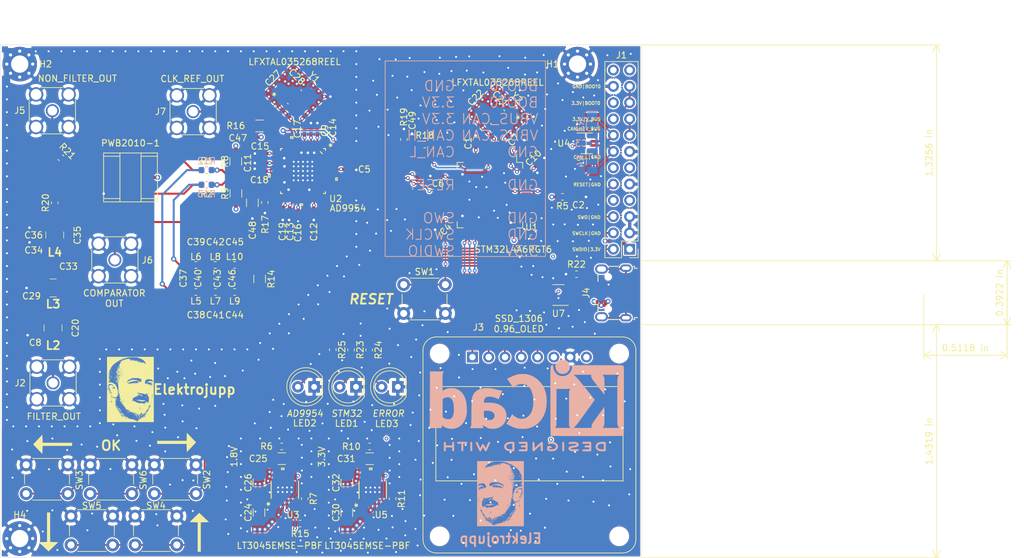
<source format=kicad_pcb>
(kicad_pcb (version 20171130) (host pcbnew "(5.1.2)-2")
  (layers (0 front mixed) (1 inner_GND power hide) (2 inner_VCC power) (31 back mixed) (34 B.Paste user) (35 F.Paste user) (36 B.SilkS user hide) (37 F.SilkS user) (38 B.Mask user) (39 F.Mask user) (44 Edge.Cuts user))
  (net 0 "")
  (net 1 GND)
  (net 2 +3V3)
  (net 3 +1V8)
  (net 4 RESET)
  (net 5 "Net-(C31-Pad1)")
  (net 6 SWO)
  (net 7 SWCLK)
  (net 8 SWDIO)
  (net 9 "Net-(R11-Pad1)")
  (net 10 1V8_ON)
  (net 11 FG_IOUPDATE)
  (net 12 FG_PS1)
  (net 13 FG_PS0)
  (net 14 FG_OSK)
  (net 15 FG_SYNC_CLK)
  (net 16 FG_SYNC_IN)
  (net 17 FG_CS*)
  (net 18 FG_SCLK)
  (net 19 FG_SDO)
  (net 20 FG_SDIO)
  (net 21 FG_IO_SYNC)
  (net 22 FG_RESET)
  (net 23 FG_PWRDWNCTL)
  (net 24 LCD_CS)
  (net 25 LCD_SCLK)
  (net 26 LCD_SDIO)
  (net 27 VBUS)
  (net 28 USB_D-)
  (net 29 USB_D+)
  (net 30 "Net-(C25-Pad1)")
  (net 31 "Net-(R7-Pad1)")
  (net 32 "Net-(NT1-Pad1)")
  (net 33 "Net-(NT2-Pad1)")
  (net 34 "Net-(C25-Pad2)")
  (net 35 "Net-(C31-Pad2)")
  (net 36 XTAL2)
  (net 37 XTAL4)
  (net 38 XTAL3)
  (net 39 XTAL1)
  (net 40 "Net-(C20-Pad1)")
  (net 41 "Net-(C20-Pad2)")
  (net 42 "Net-(C33-Pad2)")
  (net 43 "Net-(C35-Pad2)")
  (net 44 "Net-(C37-Pad2)")
  (net 45 "Net-(C37-Pad1)")
  (net 46 "Net-(C38-Pad1)")
  (net 47 "Net-(C39-Pad2)")
  (net 48 "Net-(C41-Pad1)")
  (net 49 "Net-(C42-Pad2)")
  (net 50 COMP_IN)
  (net 51 COMP_IN*)
  (net 52 COMP_OUT)
  (net 53 "Net-(C47-Pad1)")
  (net 54 "Net-(R16-Pad1)")
  (net 55 "Net-(C48-Pad1)")
  (net 56 "Net-(R17-Pad2)")
  (net 57 "Net-(C49-Pad1)")
  (net 58 CRYSTALOUT)
  (net 59 CLKMODESELECT)
  (net 60 OUT_OHNE_FILTER)
  (net 61 "Net-(J4-Pad4)")
  (net 62 XTAL_GND)
  (net 63 XTAL_GND_2)
  (net 64 TASTER_BACK)
  (net 65 TASTER_FRONT)
  (net 66 TASTER_UP)
  (net 67 TASTER_DOWN)
  (net 68 TASTER_OK)
  (net 69 CAN_S)
  (net 70 CAN_SHDN)
  (net 71 BOOT0)
  (net 72 CAN_VBUS)
  (net 73 CAN_L)
  (net 74 CAN_H)
  (net 75 LED_1)
  (net 76 LED_2)
  (net 77 LED_3)
  (net 78 "Net-(PWB2010-1-Pad4)")
  (net 79 "Net-(PWB2010-1-Pad6)")
  (net 80 "Net-(PWB2010-1-Pad1)")
  (net 81 "Net-(J4-Pad6)")
  (net 82 /STM32L433/USB_CONN_+)
  (net 83 /STM32L433/USB_CONN_-)
  (net 84 LCD_V0)
  (net 85 LCD_RST)
  (net 86 "Net-(C3-Pad2)")
  (net 87 "Net-(LED1-Pad2)")
  (net 88 "Net-(LED2-Pad2)")
  (net 89 "Net-(LED3-Pad2)")
  (net 90 /AD9954/IOUT_1-)
  (net 91 /AD9954/IOUT_1+)
  (net 92 CAN_TX_-)
  (net 93 CAN_RX_+)
  (module fg_proj:Adafruit_SSD1306 (layer front) (at 104.5 84.4)
    (fp_text reference J3 (at -7.95 -18.35) (layer F.SilkS))
    (fp_text value Conn_SSD1306)
    (pad 8 thru_hole circle (at 8.89 -13.7) (size 1.7 1.7) (drill 1) (layers *.Cu *.Mask) (net 2 +3V3))
    (pad 7 thru_hole circle (at 6.35 -13.7) (size 1.7 1.7) (drill 1) (layers *.Cu *.Mask) (net 1 GND))
    (pad 6 thru_hole circle (at 3.81 -13.7) (size 1.7 1.7) (drill 1) (layers *.Cu *.Mask))
    (pad 5 thru_hole circle (at 1.27 -13.7) (size 1.7 1.7) (drill 1) (layers *.Cu *.Mask) (net 26 LCD_SDIO))
    (pad 4 thru_hole circle (at -1.27 -13.7) (size 1.7 1.7) (drill 1) (layers *.Cu *.Mask) (net 25 LCD_SCLK))
    (pad 3 thru_hole circle (at -3.81 -13.7) (size 1.7 1.7) (drill 1) (layers *.Cu *.Mask) (net 24 LCD_CS))
    (pad 2 thru_hole circle (at -6.35 -13.7) (size 1.7 1.7) (drill 1) (layers *.Cu *.Mask) (net 84 LCD_V0))
    (pad 1 thru_hole rect (at -8.89 -13.7) (size 1.7 1.7) (drill 1) (layers *.Cu *.Mask) (net 85 LCD_RST))
    (pad "" np_thru_hole circle (at 14 -14.25) (size 2.7 2.7) (drill 2.7) (layers *.Cu *.Mask))
    (pad "" np_thru_hole circle (at -14 14.25) (size 2.7 2.7) (drill 2.7) (layers *.Cu *.Mask))
    (pad "" np_thru_hole circle (at 14 14.25) (size 2.7 2.7) (drill 2.7) (layers *.Cu *.Mask))
    (pad "" np_thru_hole circle (at -14 -14.25) (size 2.7 2.7) (drill 2.7) (layers *.Cu *.Mask))
  )
  (module fg_proj:Transformer_NF_ETAL (layer front) (at 42.28 42.673)
    (fp_text reference PWB2010-1 (at 0 -5.35) (layer F.SilkS))
    (fp_text value PWB2010-1L_)
    (pad 6 smd rect (at 2.925 -2.54) (size 1.52 1.27) (layers front F.Paste F.Mask) (net 79 "Net-(PWB2010-1-Pad6)"))
    (pad 5 smd rect (at 2.925 0) (size 1.52 1.27) (layers front F.Paste F.Mask) (net 3 +1V8))
    (pad 1 smd rect (at -2.925 -2.54) (size 1.52 1.27) (layers front F.Paste F.Mask) (net 80 "Net-(PWB2010-1-Pad1)"))
    (pad 2 smd rect (at -2.925 0) (size 1.52 1.27) (layers front F.Paste F.Mask))
    (pad 4 smd rect (at 2.925 2.54) (size 1.52 1.27) (layers front F.Paste F.Mask) (net 78 "Net-(PWB2010-1-Pad4)"))
    (pad 3 smd rect (at -2.925 2.54) (size 1.52 1.27) (layers front F.Paste F.Mask) (net 1 GND))
  )
  (module fg_proj:Spike (layer front) (at 53 98)
    (fp_text reference LOGO7 hide)
    (fp_text value Spike hide)
  )
  (module fg_proj:Spike (layer front) (at 29.5 98 180)
    (fp_text reference LOGO6 hide)
    (fp_text value Spike hide)
  )
  (module fg_proj:Spike (layer front) (at 30.1 84.31 90)
    (fp_text reference LOGO5 hide)
    (fp_text value Spike hide)
  )
  (module fg_proj:Spike (layer front) (at 49.5 84 270)
    (fp_text reference LOGO3 hide)
    (fp_text value Spike hide)
  )
  (module fg_proj:AD9954 (layer front) (at 69.18 41.683 270)
    (fp_text reference U2 (at 4.307 -5.1 180) (layer F.SilkS))
    (fp_text value AD9954 (at 5.797 -7.02 180) (layer F.SilkS))
    (fp_text user * (at -4.033 -4.61 90) (layer F.SilkS))
    (fp_text user * (at -4.033 -4.61 90) (layer F.SilkS))
    (pad 49 smd rect (at 0 0 270) (size 3.5052 3.5052) (layers front F.Paste F.Mask) (net 1 GND))
    (pad 48 smd rect (at -2.75 -4.1148 270) (size 0.2794 1.4732) (layers front F.Paste F.Mask) (net 12 FG_PS1))
    (pad 47 smd rect (at -2.250001 -4.1148 270) (size 0.2794 1.4732) (layers front F.Paste F.Mask) (net 13 FG_PS0))
    (pad 46 smd rect (at -1.749999 -4.1148 270) (size 0.2794 1.4732) (layers front F.Paste F.Mask) (net 14 FG_OSK))
    (pad 45 smd rect (at -1.25 -4.1148 270) (size 0.2794 1.4732) (layers front F.Paste F.Mask) (net 15 FG_SYNC_CLK))
    (pad 44 smd rect (at -0.750001 -4.1148 270) (size 0.2794 1.4732) (layers front F.Paste F.Mask) (net 16 FG_SYNC_IN))
    (pad 43 smd rect (at -0.25 -4.1148 270) (size 0.2794 1.4732) (layers front F.Paste F.Mask) (net 2 +3V3))
    (pad 42 smd rect (at 0.25 -4.1148 270) (size 0.2794 1.4732) (layers front F.Paste F.Mask) (net 1 GND))
    (pad 41 smd rect (at 0.750001 -4.1148 270) (size 0.2794 1.4732) (layers front F.Paste F.Mask) (net 20 FG_SDIO))
    (pad 40 smd rect (at 1.25 -4.1148 270) (size 0.2794 1.4732) (layers front F.Paste F.Mask) (net 18 FG_SCLK))
    (pad 39 smd rect (at 1.749999 -4.1148 270) (size 0.2794 1.4732) (layers front F.Paste F.Mask) (net 17 FG_CS*))
    (pad 38 smd rect (at 2.250001 -4.1148 270) (size 0.2794 1.4732) (layers front F.Paste F.Mask) (net 19 FG_SDO))
    (pad 37 smd rect (at 2.75 -4.1148 270) (size 0.2794 1.4732) (layers front F.Paste F.Mask) (net 21 FG_IO_SYNC))
    (pad 36 smd rect (at 4.1148 -2.75) (size 0.2794 1.4732) (layers front F.Paste F.Mask) (net 22 FG_RESET))
    (pad 35 smd rect (at 4.1148 -2.250001) (size 0.2794 1.4732) (layers front F.Paste F.Mask) (net 23 FG_PWRDWNCTL))
    (pad 34 smd rect (at 4.1148 -1.749999) (size 0.2794 1.4732) (layers front F.Paste F.Mask) (net 3 +1V8))
    (pad 33 smd rect (at 4.1148 -1.25) (size 0.2794 1.4732) (layers front F.Paste F.Mask) (net 1 GND))
    (pad 32 smd rect (at 4.1148 -0.750001) (size 0.2794 1.4732) (layers front F.Paste F.Mask) (net 1 GND))
    (pad 31 smd rect (at 4.1148 -0.25) (size 0.2794 1.4732) (layers front F.Paste F.Mask) (net 51 COMP_IN*))
    (pad 30 smd rect (at 4.1148 0.25) (size 0.2794 1.4732) (layers front F.Paste F.Mask) (net 50 COMP_IN))
    (pad 29 smd rect (at 4.1148 0.750001) (size 0.2794 1.4732) (layers front F.Paste F.Mask) (net 3 +1V8))
    (pad 28 smd rect (at 4.1148 1.25) (size 0.2794 1.4732) (layers front F.Paste F.Mask) (net 52 COMP_OUT))
    (pad 27 smd rect (at 4.1148 1.749999) (size 0.2794 1.4732) (layers front F.Paste F.Mask) (net 3 +1V8))
    (pad 26 smd rect (at 4.1148 2.250001) (size 0.2794 1.4732) (layers front F.Paste F.Mask) (net 1 GND))
    (pad 25 smd rect (at 4.1148 2.75) (size 0.2794 1.4732) (layers front F.Paste F.Mask) (net 3 +1V8))
    (pad 24 smd rect (at 2.75 4.1148 270) (size 0.2794 1.4732) (layers front F.Paste F.Mask) (net 56 "Net-(R17-Pad2)"))
    (pad 23 smd rect (at 2.250001 4.1148 270) (size 0.2794 1.4732) (layers front F.Paste F.Mask) (net 55 "Net-(C48-Pad1)"))
    (pad 22 smd rect (at 1.749999 4.1148 270) (size 0.2794 1.4732) (layers front F.Paste F.Mask) (net 1 GND))
    (pad 21 smd rect (at 1.25 4.1148 270) (size 0.2794 1.4732) (layers front F.Paste F.Mask) (net 91 /AD9954/IOUT_1+))
    (pad 20 smd rect (at 0.750001 4.1148 270) (size 0.2794 1.4732) (layers front F.Paste F.Mask) (net 90 /AD9954/IOUT_1-))
    (pad 19 smd rect (at 0.25 4.1148 270) (size 0.2794 1.4732) (layers front F.Paste F.Mask) (net 3 +1V8))
    (pad 18 smd rect (at -0.25 4.1148 270) (size 0.2794 1.4732) (layers front F.Paste F.Mask) (net 3 +1V8))
    (pad 17 smd rect (at -0.750001 4.1148 270) (size 0.2794 1.4732) (layers front F.Paste F.Mask) (net 1 GND))
    (pad 16 smd rect (at -1.25 4.1148 270) (size 0.2794 1.4732) (layers front F.Paste F.Mask) (net 3 +1V8))
    (pad 15 smd rect (at -1.749999 4.1148 270) (size 0.2794 1.4732) (layers front F.Paste F.Mask) (net 1 GND))
    (pad 14 smd rect (at -2.250001 4.1148 270) (size 0.2794 1.4732) (layers front F.Paste F.Mask) (net 1 GND))
    (pad 13 smd rect (at -2.75 4.1148 270) (size 0.2794 1.4732) (layers front F.Paste F.Mask) (net 3 +1V8))
    (pad 12 smd rect (at -4.1148 2.75) (size 0.2794 1.4732) (layers front F.Paste F.Mask) (net 54 "Net-(R16-Pad1)"))
    (pad 11 smd rect (at -4.1148 2.250001) (size 0.2794 1.4732) (layers front F.Paste F.Mask) (net 57 "Net-(C49-Pad1)"))
    (pad 10 smd rect (at -4.1148 1.749999) (size 0.2794 1.4732) (layers front F.Paste F.Mask) (net 58 CRYSTALOUT))
    (pad 9 smd rect (at -4.1148 1.25) (size 0.2794 1.4732) (layers front F.Paste F.Mask) (net 37 XTAL4))
    (pad 8 smd rect (at -4.1148 0.750001) (size 0.2794 1.4732) (layers front F.Paste F.Mask) (net 38 XTAL3))
    (pad 7 smd rect (at -4.1148 0.25) (size 0.2794 1.4732) (layers front F.Paste F.Mask) (net 1 GND))
    (pad 6 smd rect (at -4.1148 -0.25) (size 0.2794 1.4732) (layers front F.Paste F.Mask) (net 3 +1V8))
    (pad 5 smd rect (at -4.1148 -0.750001) (size 0.2794 1.4732) (layers front F.Paste F.Mask) (net 1 GND))
    (pad 4 smd rect (at -4.1148 -1.25) (size 0.2794 1.4732) (layers front F.Paste F.Mask) (net 3 +1V8))
    (pad 3 smd rect (at -4.1148 -1.749999) (size 0.2794 1.4732) (layers front F.Paste F.Mask) (net 1 GND))
    (pad 2 smd rect (at -4.1148 -2.250001) (size 0.2794 1.4732) (layers front F.Paste F.Mask) (net 3 +1V8))
    (pad 1 smd rect (at -4.1148 -2.75) (size 0.2794 1.4732) (layers front F.Paste F.Mask) (net 11 FG_IOUPDATE))
  )
  (module fg_proj:KiCad-Logo2_12mm_SilkScreen (layer back) (at 104 77 180)
    (fp_text reference LOGO4 hide)
    (fp_text value KiCad hide)
  )
  (module fg_proj:Logo_Elektrojupp (layer front) (at 42.25 75.75)
    (fp_text reference LOGO2 hide)
    (fp_text value Elektrojupp (at 10 0) (layer F.SilkS) (effects (font (size 1.524 1.524) (thickness 0.3))))
  )
  (module fg_proj:Logo_Elektrojupp (layer back) (at 100 92 180)
    (fp_text reference LOGO1 hide)
    (fp_text value Elektrojupp (at 0 -7) (layer B.SilkS) (effects (font (size 1.524 1.524) (thickness 0.3)) (justify mirror)))
  )
  (module fg_proj:CFPX-180 (layer front) (at 99.534869 33.255496 225)
    (fp_text reference Y2 (at -4.243084 -0.006813 135) (layer F.SilkS))
    (fp_text value LFXTAL035268REEL (at -3.811749 3.818635) (layer F.SilkS))
    (fp_text user * (at -2.206617 -2.56654 45) (layer F.SilkS))
    (fp_text user * (at -2.206617 -2.56654 45) (layer F.SilkS))
    (pad 4 smd rect (at 0.800001 -1.1 225) (size 1.143 1.397) (layers front F.Paste F.Mask) (net 63 XTAL_GND_2))
    (pad 3 smd rect (at 0.800001 1.1 225) (size 1.143 1.397) (layers front F.Paste F.Mask) (net 36 XTAL2))
    (pad 2 smd rect (at -0.800001 1.1 225) (size 1.143 1.397) (layers front F.Paste F.Mask) (net 63 XTAL_GND_2))
    (pad 1 smd rect (at -0.800001 -1.1 225) (size 1.143 1.397) (layers front F.Paste F.Mask) (net 39 XTAL1))
  )
  (module fg_proj:CFPX-180 (layer front) (at 67.871131 30.126504 45)
    (fp_text reference Y1 (at 4.303009 0.008743 135) (layer F.SilkS))
    (fp_text value LFXTAL035268REEL (at 3.885816 -3.873273 180) (layer F.SilkS))
    (fp_text user * (at -1.961958 -2.225714 45) (layer F.SilkS))
    (fp_text user * (at -1.961958 -2.225714 45) (layer F.SilkS))
    (pad 4 smd rect (at 0.800001 -1.1 45) (size 1.143 1.397) (layers front F.Paste F.Mask) (net 62 XTAL_GND))
    (pad 3 smd rect (at 0.800001 1.1 45) (size 1.143 1.397) (layers front F.Paste F.Mask) (net 38 XTAL3))
    (pad 2 smd rect (at -0.800001 1.1 45) (size 1.143 1.397) (layers front F.Paste F.Mask) (net 62 XTAL_GND))
    (pad 1 smd rect (at -0.800001 -1.1 45) (size 1.143 1.397) (layers front F.Paste F.Mask) (net 37 XTAL4))
  )
  (module fg_proj:SOT-23-6 (layer front) (at 109.02932 61.01508 180)
    (fp_text reference U7 (at 0 -2.9) (layer F.SilkS))
    (fp_text value USBLC6-2SC6)
    (pad 5 smd rect (at 1.1 0 180) (size 1.06 0.65) (layers front F.Paste F.Mask) (net 27 VBUS))
    (pad 6 smd rect (at 1.1 -0.95 180) (size 1.06 0.65) (layers front F.Paste F.Mask) (net 28 USB_D-))
    (pad 4 smd rect (at 1.1 0.95 180) (size 1.06 0.65) (layers front F.Paste F.Mask) (net 29 USB_D+))
    (pad 3 smd rect (at -1.1 0.95 180) (size 1.06 0.65) (layers front F.Paste F.Mask) (net 82 /STM32L433/USB_CONN_+))
    (pad 2 smd rect (at -1.1 0 180) (size 1.06 0.65) (layers front F.Paste F.Mask) (net 1 GND))
    (pad 1 smd rect (at -1.1 -0.95 180) (size 1.06 0.65) (layers front F.Paste F.Mask) (net 83 /STM32L433/USB_CONN_-))
  )
  (module fg_proj:LT3045EMSE-PBF (layer front) (at 80.0568 91.399 90)
    (fp_text reference U5 (at -3.911 1.3332 180) (layer F.SilkS))
    (fp_text value LT3045EMSE-PBF (at -8.711 -0.8468 180) (layer F.SilkS))
    (fp_text user * (at -2.401 -2.2568 90) (layer F.SilkS))
    (fp_text user * (at -2.401 -2.2568 90) (layer F.SilkS))
    (pad EPAD smd rect (at 0 0 90) (size 1.651 2.8448) (layers front F.Paste F.Mask) (net 1 GND))
    (pad 12 smd rect (at 2.184999 -1.624998 90) (size 1.3716 0.4064) (layers front F.Paste F.Mask) (net 2 +3V3))
    (pad 11 smd rect (at 2.184999 -0.974999 90) (size 1.3716 0.4064) (layers front F.Paste F.Mask) (net 2 +3V3))
    (pad 10 smd rect (at 2.184999 -0.324998 90) (size 1.3716 0.4064) (layers front F.Paste F.Mask) (net 33 "Net-(NT2-Pad1)"))
    (pad 9 smd rect (at 2.184999 0.325001 90) (size 1.3716 0.4064) (layers front F.Paste F.Mask) (net 1 GND))
    (pad 8 smd rect (at 2.184999 0.974999 90) (size 1.3716 0.4064) (layers front F.Paste F.Mask) (net 5 "Net-(C31-Pad1)"))
    (pad 7 smd rect (at 2.184999 1.625001 90) (size 1.3716 0.4064) (layers front F.Paste F.Mask) (net 27 VBUS))
    (pad 6 smd rect (at -2.184999 1.624998 90) (size 1.3716 0.4064) (layers front F.Paste F.Mask) (net 9 "Net-(R11-Pad1)"))
    (pad 5 smd rect (at -2.184999 0.974999 90) (size 1.3716 0.4064) (layers front F.Paste F.Mask))
    (pad 4 smd rect (at -2.184999 0.324998 90) (size 1.3716 0.4064) (layers front F.Paste F.Mask) (net 27 VBUS))
    (pad 3 smd rect (at -2.184999 -0.325001 90) (size 1.3716 0.4064) (layers front F.Paste F.Mask) (net 27 VBUS))
    (pad 2 smd rect (at -2.184999 -0.974999 90) (size 1.3716 0.4064) (layers front F.Paste F.Mask) (net 27 VBUS))
    (pad 1 smd rect (at -2.184999 -1.625001 90) (size 1.3716 0.4064) (layers front F.Paste F.Mask) (net 27 VBUS))
  )
  (module fg_proj:SOT-23-8 (layer front) (at 113.45 37.36)
    (fp_text reference U4 (at -3.59 -0.01) (layer F.SilkS))
    (fp_text value TCAN330)
    (pad 8 smd rect (at 1.1 -0.98) (size 1.06 0.4) (layers front F.Paste F.Mask) (net 69 CAN_S))
    (pad 7 smd rect (at 1.1 -0.33) (size 1.06 0.4) (layers front F.Paste F.Mask) (net 74 CAN_H))
    (pad 6 smd rect (at 1.1 0.33) (size 1.06 0.4) (layers front F.Paste F.Mask) (net 73 CAN_L))
    (pad 5 smd rect (at 1.1 0.98) (size 1.06 0.4) (layers front F.Paste F.Mask) (net 70 CAN_SHDN))
    (pad 4 smd rect (at -1.1 0.98) (size 1.06 0.4) (layers front F.Paste F.Mask) (net 93 CAN_RX_+))
    (pad 3 smd rect (at -1.1 0.33) (size 1.06 0.4) (layers front F.Paste F.Mask) (net 72 CAN_VBUS))
    (pad 2 smd rect (at -1.1 -0.33) (size 1.06 0.4) (layers front F.Paste F.Mask) (net 1 GND))
    (pad 1 smd rect (at -1.1 -0.98) (size 1.06 0.4) (layers front F.Paste F.Mask) (net 92 CAN_TX_-))
  )
  (module fg_proj:LT3045EMSE-PBF (layer front) (at 66.3528 91.39 90)
    (fp_text reference U3 (at -3.92 1.2772 180) (layer F.SilkS))
    (fp_text value LT3045EMSE-PBF (at -8.71 -0.8128 180) (layer F.SilkS))
    (fp_text user * (at -2.21 -2.2528 90) (layer F.SilkS))
    (fp_text user * (at -2.21 -2.2528 90) (layer F.SilkS))
    (pad EPAD smd rect (at 0 0 90) (size 1.651 2.8448) (layers front F.Paste F.Mask) (net 1 GND))
    (pad 12 smd rect (at 2.184999 -1.624998 90) (size 1.3716 0.4064) (layers front F.Paste F.Mask) (net 3 +1V8))
    (pad 11 smd rect (at 2.184999 -0.974999 90) (size 1.3716 0.4064) (layers front F.Paste F.Mask) (net 3 +1V8))
    (pad 10 smd rect (at 2.184999 -0.324998 90) (size 1.3716 0.4064) (layers front F.Paste F.Mask) (net 32 "Net-(NT1-Pad1)"))
    (pad 9 smd rect (at 2.184999 0.325001 90) (size 1.3716 0.4064) (layers front F.Paste F.Mask) (net 1 GND))
    (pad 8 smd rect (at 2.184999 0.974999 90) (size 1.3716 0.4064) (layers front F.Paste F.Mask) (net 30 "Net-(C25-Pad1)"))
    (pad 7 smd rect (at 2.184999 1.625001 90) (size 1.3716 0.4064) (layers front F.Paste F.Mask) (net 27 VBUS))
    (pad 6 smd rect (at -2.184999 1.624998 90) (size 1.3716 0.4064) (layers front F.Paste F.Mask) (net 31 "Net-(R7-Pad1)"))
    (pad 5 smd rect (at -2.184999 0.974999 90) (size 1.3716 0.4064) (layers front F.Paste F.Mask))
    (pad 4 smd rect (at -2.184999 0.324998 90) (size 1.3716 0.4064) (layers front F.Paste F.Mask) (net 10 1V8_ON))
    (pad 3 smd rect (at -2.184999 -0.325001 90) (size 1.3716 0.4064) (layers front F.Paste F.Mask) (net 27 VBUS))
    (pad 2 smd rect (at -2.184999 -0.974999 90) (size 1.3716 0.4064) (layers front F.Paste F.Mask) (net 27 VBUS))
    (pad 1 smd rect (at -2.184999 -1.625001 90) (size 1.3716 0.4064) (layers front F.Paste F.Mask) (net 27 VBUS))
  )
  (module fg_proj:LQFP-64_10x10mm_P0.5mm (layer front) (at 98.348 45.43 270)
    (fp_text reference U1 (at 5.01 -6.502 180) (layer F.SilkS))
    (fp_text value STM32L4A6RGT6 (at 8.47 -3.652 180) (layer F.SilkS))
    (pad 64 smd roundrect (at -3.75 -5.675 270) (size 0.3 1.55) (layers front F.Paste F.Mask) (net 2 +3V3))
    (pad 63 smd roundrect (at -3.25 -5.675 270) (size 0.3 1.55) (layers front F.Paste F.Mask) (net 1 GND))
    (pad 62 smd roundrect (at -2.75 -5.675 270) (size 0.3 1.55) (layers front F.Paste F.Mask) (net 92 CAN_TX_-))
    (pad 61 smd roundrect (at -2.25 -5.675 270) (size 0.3 1.55) (layers front F.Paste F.Mask) (net 93 CAN_RX_+))
    (pad 60 smd roundrect (at -1.75 -5.675 270) (size 0.3 1.55) (layers front F.Paste F.Mask) (net 71 BOOT0))
    (pad 59 smd roundrect (at -1.25 -5.675 270) (size 0.3 1.55) (layers front F.Paste F.Mask) (net 70 CAN_SHDN))
    (pad 58 smd roundrect (at -0.75 -5.675 270) (size 0.3 1.55) (layers front F.Paste F.Mask))
    (pad 57 smd roundrect (at -0.25 -5.675 270) (size 0.3 1.55) (layers front F.Paste F.Mask))
    (pad 56 smd roundrect (at 0.25 -5.675 270) (size 0.3 1.55) (layers front F.Paste F.Mask))
    (pad 55 smd roundrect (at 0.75 -5.675 270) (size 0.3 1.55) (layers front F.Paste F.Mask) (net 6 SWO))
    (pad 54 smd roundrect (at 1.25 -5.675 270) (size 0.3 1.55) (layers front F.Paste F.Mask))
    (pad 53 smd roundrect (at 1.75 -5.675 270) (size 0.3 1.55) (layers front F.Paste F.Mask))
    (pad 52 smd roundrect (at 2.25 -5.675 270) (size 0.3 1.55) (layers front F.Paste F.Mask))
    (pad 51 smd roundrect (at 2.75 -5.675 270) (size 0.3 1.55) (layers front F.Paste F.Mask))
    (pad 50 smd roundrect (at 3.25 -5.675 270) (size 0.3 1.55) (layers front F.Paste F.Mask))
    (pad 49 smd roundrect (at 3.75 -5.675 270) (size 0.3 1.55) (layers front F.Paste F.Mask) (net 7 SWCLK))
    (pad 48 smd roundrect (at 5.675 -3.75 270) (size 1.55 0.3) (layers front F.Paste F.Mask) (net 2 +3V3))
    (pad 47 smd roundrect (at 5.675 -3.25 270) (size 1.55 0.3) (layers front F.Paste F.Mask) (net 1 GND))
    (pad 46 smd roundrect (at 5.675 -2.75 270) (size 1.55 0.3) (layers front F.Paste F.Mask) (net 8 SWDIO))
    (pad 45 smd roundrect (at 5.675 -2.25 270) (size 1.55 0.3) (layers front F.Paste F.Mask) (net 29 USB_D+))
    (pad 44 smd roundrect (at 5.675 -1.75 270) (size 1.55 0.3) (layers front F.Paste F.Mask) (net 28 USB_D-))
    (pad 43 smd roundrect (at 5.675 -1.25 270) (size 1.55 0.3) (layers front F.Paste F.Mask) (net 84 LCD_V0))
    (pad 42 smd roundrect (at 5.675 -0.75 270) (size 1.55 0.3) (layers front F.Paste F.Mask) (net 85 LCD_RST))
    (pad 41 smd roundrect (at 5.675 -0.25 270) (size 1.55 0.3) (layers front F.Paste F.Mask) (net 77 LED_3))
    (pad 40 smd roundrect (at 5.675 0.25 270) (size 1.55 0.3) (layers front F.Paste F.Mask) (net 76 LED_2))
    (pad 39 smd roundrect (at 5.675 0.75 270) (size 1.55 0.3) (layers front F.Paste F.Mask) (net 75 LED_1))
    (pad 38 smd roundrect (at 5.675 1.25 270) (size 1.55 0.3) (layers front F.Paste F.Mask) (net 10 1V8_ON))
    (pad 37 smd roundrect (at 5.675 1.75 270) (size 1.55 0.3) (layers front F.Paste F.Mask) (net 66 TASTER_UP))
    (pad 36 smd roundrect (at 5.675 2.25 270) (size 1.55 0.3) (layers front F.Paste F.Mask) (net 26 LCD_SDIO))
    (pad 35 smd roundrect (at 5.675 2.75 270) (size 1.55 0.3) (layers front F.Paste F.Mask))
    (pad 34 smd roundrect (at 5.675 3.25 270) (size 1.55 0.3) (layers front F.Paste F.Mask) (net 25 LCD_SCLK))
    (pad 33 smd roundrect (at 5.675 3.75 270) (size 1.55 0.3) (layers front F.Paste F.Mask) (net 24 LCD_CS))
    (pad 32 smd roundrect (at 3.75 5.675 270) (size 0.3 1.55) (layers front F.Paste F.Mask) (net 2 +3V3))
    (pad 31 smd roundrect (at 3.25 5.675 270) (size 0.3 1.55) (layers front F.Paste F.Mask) (net 1 GND))
    (pad 30 smd roundrect (at 2.75 5.675 270) (size 0.3 1.55) (layers front F.Paste F.Mask) (net 67 TASTER_DOWN))
    (pad 29 smd roundrect (at 2.25 5.675 270) (size 0.3 1.55) (layers front F.Paste F.Mask) (net 65 TASTER_FRONT))
    (pad 28 smd roundrect (at 1.75 5.675 270) (size 0.3 1.55) (layers front F.Paste F.Mask) (net 68 TASTER_OK))
    (pad 27 smd roundrect (at 1.25 5.675 270) (size 0.3 1.55) (layers front F.Paste F.Mask) (net 64 TASTER_BACK))
    (pad 26 smd roundrect (at 0.75 5.675 270) (size 0.3 1.55) (layers front F.Paste F.Mask) (net 23 FG_PWRDWNCTL))
    (pad 25 smd roundrect (at 0.25 5.675 270) (size 0.3 1.55) (layers front F.Paste F.Mask) (net 22 FG_RESET))
    (pad 24 smd roundrect (at -0.25 5.675 270) (size 0.3 1.55) (layers front F.Paste F.Mask) (net 21 FG_IO_SYNC))
    (pad 23 smd roundrect (at -0.75 5.675 270) (size 0.3 1.55) (layers front F.Paste F.Mask) (net 20 FG_SDIO))
    (pad 22 smd roundrect (at -1.25 5.675 270) (size 0.3 1.55) (layers front F.Paste F.Mask) (net 19 FG_SDO))
    (pad 21 smd roundrect (at -1.75 5.675 270) (size 0.3 1.55) (layers front F.Paste F.Mask) (net 18 FG_SCLK))
    (pad 20 smd roundrect (at -2.25 5.675 270) (size 0.3 1.55) (layers front F.Paste F.Mask) (net 17 FG_CS*))
    (pad 19 smd roundrect (at -2.75 5.675 270) (size 0.3 1.55) (layers front F.Paste F.Mask) (net 2 +3V3))
    (pad 18 smd roundrect (at -3.25 5.675 270) (size 0.3 1.55) (layers front F.Paste F.Mask) (net 1 GND))
    (pad 17 smd roundrect (at -3.75 5.675 270) (size 0.3 1.55) (layers front F.Paste F.Mask) (net 16 FG_SYNC_IN))
    (pad 16 smd roundrect (at -5.675 3.75 270) (size 1.55 0.3) (layers front F.Paste F.Mask) (net 12 FG_PS1))
    (pad 15 smd roundrect (at -5.675 3.25 270) (size 1.55 0.3) (layers front F.Paste F.Mask) (net 11 FG_IOUPDATE))
    (pad 14 smd roundrect (at -5.675 2.75 270) (size 1.55 0.3) (layers front F.Paste F.Mask) (net 59 CLKMODESELECT))
    (pad 13 smd roundrect (at -5.675 2.25 270) (size 1.55 0.3) (layers front F.Paste F.Mask) (net 2 +3V3))
    (pad 12 smd roundrect (at -5.675 1.75 270) (size 1.55 0.3) (layers front F.Paste F.Mask) (net 1 GND))
    (pad 11 smd roundrect (at -5.675 1.25 270) (size 1.55 0.3) (layers front F.Paste F.Mask) (net 13 FG_PS0))
    (pad 10 smd roundrect (at -5.675 0.75 270) (size 1.55 0.3) (layers front F.Paste F.Mask) (net 14 FG_OSK))
    (pad 9 smd roundrect (at -5.675 0.25 270) (size 1.55 0.3) (layers front F.Paste F.Mask) (net 15 FG_SYNC_CLK))
    (pad 8 smd roundrect (at -5.675 -0.25 270) (size 1.55 0.3) (layers front F.Paste F.Mask))
    (pad 7 smd roundrect (at -5.675 -0.75 270) (size 1.55 0.3) (layers front F.Paste F.Mask) (net 4 RESET))
    (pad 6 smd roundrect (at -5.675 -1.25 270) (size 1.55 0.3) (layers front F.Paste F.Mask) (net 36 XTAL2))
    (pad 5 smd roundrect (at -5.675 -1.75 270) (size 1.55 0.3) (layers front F.Paste F.Mask) (net 39 XTAL1))
    (pad 4 smd roundrect (at -5.675 -2.25 270) (size 1.55 0.3) (layers front F.Paste F.Mask))
    (pad 3 smd roundrect (at -5.675 -2.75 270) (size 1.55 0.3) (layers front F.Paste F.Mask))
    (pad 2 smd roundrect (at -5.675 -3.25 270) (size 1.55 0.3) (layers front F.Paste F.Mask) (net 69 CAN_S))
    (pad 1 smd roundrect (at -5.675 -3.75 270) (size 1.55 0.3) (layers front F.Paste F.Mask) (net 2 +3V3))
  )
  (module fg_proj:SW_PUSH_6mm_H5mm (layer front) (at 42.5 92 180)
    (fp_text reference SW6 (at -1.77 2.13 90) (layer F.SilkS))
    (fp_text value OK)
    (pad 1 thru_hole circle (at 6.5 0 270) (size 2 2) (drill 1.1) (layers *.Cu *.Mask) (net 68 TASTER_OK))
    (pad 2 thru_hole circle (at 6.5 4.5 270) (size 2 2) (drill 1.1) (layers *.Cu *.Mask) (net 1 GND))
    (pad 1 thru_hole circle (at 0 0 270) (size 2 2) (drill 1.1) (layers *.Cu *.Mask) (net 68 TASTER_OK))
    (pad 2 thru_hole circle (at 0 4.5 270) (size 2 2) (drill 1.1) (layers *.Cu *.Mask) (net 1 GND))
  )
  (module fg_proj:SW_PUSH_6mm_H5mm (layer front) (at 39.5 100 180)
    (fp_text reference SW5 (at 3.26 6.13) (layer F.SilkS))
    (fp_text value DOWN)
    (pad 1 thru_hole circle (at 6.5 0 270) (size 2 2) (drill 1.1) (layers *.Cu *.Mask) (net 67 TASTER_DOWN))
    (pad 2 thru_hole circle (at 6.5 4.5 270) (size 2 2) (drill 1.1) (layers *.Cu *.Mask) (net 1 GND))
    (pad 1 thru_hole circle (at 0 0 270) (size 2 2) (drill 1.1) (layers *.Cu *.Mask) (net 67 TASTER_DOWN))
    (pad 2 thru_hole circle (at 0 4.5 270) (size 2 2) (drill 1.1) (layers *.Cu *.Mask) (net 1 GND))
  )
  (module fg_proj:SW_PUSH_6mm_H5mm (layer front) (at 49.5 100 180)
    (fp_text reference SW4 (at 3.25 6.14) (layer F.SilkS))
    (fp_text value UP)
    (pad 1 thru_hole circle (at 6.5 0 270) (size 2 2) (drill 1.1) (layers *.Cu *.Mask) (net 66 TASTER_UP))
    (pad 2 thru_hole circle (at 6.5 4.5 270) (size 2 2) (drill 1.1) (layers *.Cu *.Mask) (net 1 GND))
    (pad 1 thru_hole circle (at 0 0 270) (size 2 2) (drill 1.1) (layers *.Cu *.Mask) (net 66 TASTER_UP))
    (pad 2 thru_hole circle (at 0 4.5 270) (size 2 2) (drill 1.1) (layers *.Cu *.Mask) (net 1 GND))
  )
  (module fg_proj:SW_PUSH_6mm_H5mm (layer front) (at 32.5 92 180)
    (fp_text reference SW3 (at -1.8 2.1 90) (layer F.SilkS))
    (fp_text value BACK)
    (pad 1 thru_hole circle (at 6.5 0 270) (size 2 2) (drill 1.1) (layers *.Cu *.Mask) (net 64 TASTER_BACK))
    (pad 2 thru_hole circle (at 6.5 4.5 270) (size 2 2) (drill 1.1) (layers *.Cu *.Mask) (net 1 GND))
    (pad 1 thru_hole circle (at 0 0 270) (size 2 2) (drill 1.1) (layers *.Cu *.Mask) (net 64 TASTER_BACK))
    (pad 2 thru_hole circle (at 0 4.5 270) (size 2 2) (drill 1.1) (layers *.Cu *.Mask) (net 1 GND))
  )
  (module fg_proj:SW_PUSH_6mm_H5mm (layer front) (at 52.5 92 180)
    (fp_text reference SW2 (at -1.68 2.18 90) (layer F.SilkS))
    (fp_text value FRONT)
    (pad 1 thru_hole circle (at 6.5 0 270) (size 2 2) (drill 1.1) (layers *.Cu *.Mask) (net 65 TASTER_FRONT))
    (pad 2 thru_hole circle (at 6.5 4.5 270) (size 2 2) (drill 1.1) (layers *.Cu *.Mask) (net 1 GND))
    (pad 1 thru_hole circle (at 0 0 270) (size 2 2) (drill 1.1) (layers *.Cu *.Mask) (net 65 TASTER_FRONT))
    (pad 2 thru_hole circle (at 0 4.5 270) (size 2 2) (drill 1.1) (layers *.Cu *.Mask) (net 1 GND))
  )
  (module fg_proj:SW_PUSH_6mm_H5mm (layer front) (at 84.89 59.39)
    (fp_text reference SW1 (at 3.25 -2) (layer F.SilkS))
    (fp_text value RESET)
    (pad 1 thru_hole circle (at 6.5 0 90) (size 2 2) (drill 1.1) (layers *.Cu *.Mask) (net 4 RESET))
    (pad 2 thru_hole circle (at 6.5 4.5 90) (size 2 2) (drill 1.1) (layers *.Cu *.Mask) (net 1 GND))
    (pad 1 thru_hole circle (at 0 0 90) (size 2 2) (drill 1.1) (layers *.Cu *.Mask) (net 4 RESET))
    (pad 2 thru_hole circle (at 0 4.5 90) (size 2 2) (drill 1.1) (layers *.Cu *.Mask) (net 1 GND))
  )
  (module fg_proj:R_0603_1608Metric (layer front) (at 73.83 69.5525 270)
    (fp_text reference R25 (at 0 -1.43 90) (layer F.SilkS))
    (fp_text value 10k)
    (pad 2 smd roundrect (at 0.7875 0 270) (size 0.875 0.95) (layers front F.Paste F.Mask) (net 88 "Net-(LED2-Pad2)"))
    (pad 1 smd roundrect (at -0.7875 0 270) (size 0.875 0.95) (layers front F.Paste F.Mask) (net 75 LED_1))
  )
  (module fg_proj:R_0603_1608Metric (layer front) (at 79.51 69.5825 270)
    (fp_text reference R24 (at 0 -1.43 90) (layer F.SilkS))
    (fp_text value 10k)
    (pad 2 smd roundrect (at 0.7875 0 270) (size 0.875 0.95) (layers front F.Paste F.Mask) (net 89 "Net-(LED3-Pad2)"))
    (pad 1 smd roundrect (at -0.7875 0 270) (size 0.875 0.95) (layers front F.Paste F.Mask) (net 77 LED_3))
  )
  (module fg_proj:R_0603_1608Metric (layer front) (at 76.68 69.5725 270)
    (fp_text reference R23 (at 0 -1.43 90) (layer F.SilkS))
    (fp_text value 10k)
    (pad 2 smd roundrect (at 0.7875 0 270) (size 0.875 0.95) (layers front F.Paste F.Mask) (net 87 "Net-(LED1-Pad2)"))
    (pad 1 smd roundrect (at -0.7875 0 270) (size 0.875 0.95) (layers front F.Paste F.Mask) (net 76 LED_2))
  )
  (module fg_proj:R_0603_1608Metric (layer front) (at 111.8525 57.76 180)
    (fp_text reference R22 (at 0.0125 1.53) (layer F.SilkS))
    (fp_text value 100k)
    (pad 2 smd roundrect (at 0.7875 0 180) (size 0.875 0.95) (layers front F.Paste F.Mask) (net 1 GND))
    (pad 1 smd roundrect (at -0.7875 0 180) (size 0.875 0.95) (layers front F.Paste F.Mask) (net 61 "Net-(J4-Pad4)"))
  )
  (module fg_proj:R_0603_1608Metric (layer front) (at 31.423153 39.603153 315)
    (fp_text reference R21 (at 0 -1.43 135) (layer F.SilkS))
    (fp_text value 0)
    (pad 2 smd roundrect (at 0.7875 0 315) (size 0.875 0.95) (layers front F.Paste F.Mask) (net 80 "Net-(PWB2010-1-Pad1)"))
    (pad 1 smd roundrect (at -0.7875 0 315) (size 0.875 0.95) (layers front F.Paste F.Mask) (net 60 OUT_OHNE_FILTER))
  )
  (module fg_proj:R_0603_1608Metric (layer front) (at 30.465 46.635 90)
    (fp_text reference R20 (at 0 -1.43 90) (layer F.SilkS))
    (fp_text value 0)
    (pad 2 smd roundrect (at 0.7875 0 90) (size 0.875 0.95) (layers front F.Paste F.Mask) (net 80 "Net-(PWB2010-1-Pad1)"))
    (pad 1 smd roundrect (at -0.7875 0 90) (size 0.875 0.95) (layers front F.Paste F.Mask) (net 43 "Net-(C35-Pad2)"))
  )
  (module fg_proj:R_0603_1608Metric (layer front) (at 84.92 36.7525 90)
    (fp_text reference R19 (at 3.5025 0 90) (layer F.SilkS))
    (fp_text value 3.92k)
    (pad 2 smd roundrect (at 0.7875 0 90) (size 0.875 0.95) (layers front F.Paste F.Mask) (net 1 GND))
    (pad 1 smd roundrect (at -0.7875 0 90) (size 0.875 0.95) (layers front F.Paste F.Mask) (net 57 "Net-(C49-Pad1)"))
  )
  (module fg_proj:R_0603_1608Metric (layer front) (at 88.1825 37.54 180)
    (fp_text reference R18 (at 0.0125 1.43) (layer F.SilkS))
    (fp_text value 3.92k)
    (pad 2 smd roundrect (at 0.7875 0 180) (size 0.875 0.95) (layers front F.Paste F.Mask) (net 57 "Net-(C49-Pad1)"))
    (pad 1 smd roundrect (at -0.7875 0 180) (size 0.875 0.95) (layers front F.Paste F.Mask) (net 59 CLKMODESELECT))
  )
  (module fg_proj:R_0603_1608Metric (layer front) (at 63.23 46.5805 90)
    (fp_text reference R17 (at -3.4395 0.06 90) (layer F.SilkS))
    (fp_text value 3.92k)
    (pad 2 smd roundrect (at 0.7875 0 90) (size 0.875 0.95) (layers front F.Paste F.Mask) (net 56 "Net-(R17-Pad2)"))
    (pad 1 smd roundrect (at -0.7875 0 90) (size 0.875 0.95) (layers front F.Paste F.Mask) (net 1 GND))
  )
  (module fg_proj:R_1206_3216Metric (layer front) (at 62.4 34.643 180)
    (fp_text reference R16 (at 3.7 0.023) (layer F.SilkS))
    (fp_text value 243)
    (pad 2 smd roundrect (at 1.4 0 180) (size 1.25 1.75) (layers front F.Paste F.Mask) (roundrect_rratio 0.2) (net 53 "Net-(C47-Pad1)"))
    (pad 1 smd roundrect (at -1.4 0 180) (size 1.25 1.75) (layers front F.Paste F.Mask) (roundrect_rratio 0.2) (net 54 "Net-(R16-Pad1)"))
  )
  (module fg_proj:R_0603_1608Metric (layer front) (at 68.7375 96.66)
    (fp_text reference R15 (at 0 1.58) (layer F.SilkS))
    (fp_text value 47k)
    (pad 2 smd roundrect (at 0.7875 0) (size 0.875 0.95) (layers front F.Paste F.Mask) (net 1 GND))
    (pad 1 smd roundrect (at -0.7875 0) (size 0.875 0.95) (layers front F.Paste F.Mask) (net 10 1V8_ON))
  )
  (module fg_proj:R_1206_3216Metric (layer front) (at 62.419 58.506 270)
    (fp_text reference R14 (at 0 -1.82 90) (layer F.SilkS))
    (fp_text value 49.9)
    (pad 2 smd roundrect (at 1.4 0 270) (size 1.25 1.75) (layers front F.Paste F.Mask) (roundrect_rratio 0.2) (net 51 COMP_IN*))
    (pad 1 smd roundrect (at -1.4 0 270) (size 1.25 1.75) (layers front F.Paste F.Mask) (roundrect_rratio 0.2) (net 50 COMP_IN))
  )
  (module fg_proj:R_0603_1608Metric (layer back) (at 54.14 43.823)
    (fp_text reference R13 (at 0 1.43) (layer B.SilkS) (effects (justify mirror)))
    (fp_text value 0)
    (pad 2 smd roundrect (at 0.7875 0) (size 0.875 0.95) (layers back B.Paste B.Mask) (net 91 /AD9954/IOUT_1+))
    (pad 1 smd roundrect (at -0.7875 0) (size 0.875 0.95) (layers back B.Paste B.Mask) (net 44 "Net-(C37-Pad2)"))
  )
  (module fg_proj:R_0603_1608Metric (layer back) (at 54.14 41.533 180)
    (fp_text reference R12 (at 0 1.43) (layer B.SilkS) (effects (justify mirror)))
    (fp_text value 0)
    (pad 2 smd roundrect (at 0.7875 0 180) (size 0.875 0.95) (layers back B.Paste B.Mask) (net 45 "Net-(C37-Pad1)"))
    (pad 1 smd roundrect (at -0.7875 0 180) (size 0.875 0.95) (layers back B.Paste B.Mask) (net 90 /AD9954/IOUT_1-))
  )
  (module fg_proj:R_0603_1608Metric (layer front) (at 83.154 92.7865 90)
    (fp_text reference R11 (at -0.0035 1.406 90) (layer F.SilkS))
    (fp_text value 330R)
    (pad 2 smd roundrect (at 0.7875 0 90) (size 0.875 0.95) (layers front F.Paste F.Mask) (net 1 GND))
    (pad 1 smd roundrect (at -0.7875 0 90) (size 0.875 0.95) (layers front F.Paste F.Mask) (net 9 "Net-(R11-Pad1)"))
  )
  (module fg_proj:R_0603_1608Metric (layer front) (at 79.5815 84.639 180)
    (fp_text reference R10 (at 2.8515 -0.001) (layer F.SilkS))
    (fp_text value 33k)
    (pad 2 smd roundrect (at 0.7875 0 180) (size 0.875 0.95) (layers front F.Paste F.Mask) (net 35 "Net-(C31-Pad2)"))
    (pad 1 smd roundrect (at -0.7875 0 180) (size 0.875 0.95) (layers front F.Paste F.Mask) (net 5 "Net-(C31-Pad1)"))
  )
  (module fg_proj:R_1206_3216Metric (layer front) (at 58.724 45.168 270)
    (fp_text reference R9 (at 0.002 1.684 90) (layer F.SilkS))
    (fp_text value 49.9)
    (pad 2 smd roundrect (at 1.4 0 270) (size 1.25 1.75) (layers front F.Paste F.Mask) (roundrect_rratio 0.2) (net 3 +1V8))
    (pad 1 smd roundrect (at -1.4 0 270) (size 1.25 1.75) (layers front F.Paste F.Mask) (roundrect_rratio 0.2) (net 91 /AD9954/IOUT_1+))
  )
  (module fg_proj:R_1206_3216Metric (layer front) (at 58.704 40.191 270)
    (fp_text reference R8 (at 0 1.684 90) (layer F.SilkS))
    (fp_text value 49.9)
    (pad 2 smd roundrect (at 1.4 0 270) (size 1.25 1.75) (layers front F.Paste F.Mask) (roundrect_rratio 0.2) (net 90 /AD9954/IOUT_1-))
    (pad 1 smd roundrect (at -1.4 0 270) (size 1.25 1.75) (layers front F.Paste F.Mask) (roundrect_rratio 0.2) (net 3 +1V8))
  )
  (module fg_proj:R_0603_1608Metric (layer front) (at 69.45 92.7875 90)
    (fp_text reference R7 (at 0 1.39 90) (layer F.SilkS))
    (fp_text value 330R)
    (pad 2 smd roundrect (at 0.7875 0 90) (size 0.875 0.95) (layers front F.Paste F.Mask) (net 1 GND))
    (pad 1 smd roundrect (at -0.7875 0 90) (size 0.875 0.95) (layers front F.Paste F.Mask) (net 31 "Net-(R7-Pad1)"))
  )
  (module fg_proj:R_0603_1608Metric (layer front) (at 65.8775 84.63 180)
    (fp_text reference R6 (at 2.3775 0.01) (layer F.SilkS))
    (fp_text value 18k)
    (pad 2 smd roundrect (at 0.7875 0 180) (size 0.875 0.95) (layers front F.Paste F.Mask) (net 34 "Net-(C25-Pad2)"))
    (pad 1 smd roundrect (at -0.7875 0 180) (size 0.875 0.95) (layers front F.Paste F.Mask) (net 30 "Net-(C25-Pad1)"))
  )
  (module fg_proj:R_0603_1608Metric (layer front) (at 109.6575 45.71 180)
    (fp_text reference R5 (at 0 -1.43) (layer F.SilkS))
    (fp_text value 10k)
    (pad 2 smd roundrect (at 0.7875 0 180) (size 0.875 0.95) (layers front F.Paste F.Mask) (net 2 +3V3))
    (pad 1 smd roundrect (at -0.7875 0 180) (size 0.875 0.95) (layers front F.Paste F.Mask) (net 4 RESET))
  )
  (module fg_proj:R_1206_3216Metric (layer back) (at 114.29 40.17 90)
    (fp_text reference R4 (at -0.01 -1.81 90) (layer B.SilkS) (effects (justify mirror)))
    (fp_text value 60.4R)
    (pad 2 smd roundrect (at 1.4 0 90) (size 1.25 1.75) (layers back B.Paste B.Mask) (roundrect_rratio 0.2) (net 86 "Net-(C3-Pad2)"))
    (pad 1 smd roundrect (at -1.4 0 90) (size 1.25 1.75) (layers back B.Paste B.Mask) (roundrect_rratio 0.2) (net 73 CAN_L))
  )
  (module fg_proj:R_1206_3216Metric (layer back) (at 114.29 34.55 90)
    (fp_text reference R3 (at 0 -1.8 90) (layer B.SilkS) (effects (justify mirror)))
    (fp_text value 60.4R)
    (pad 2 smd roundrect (at 1.4 0 90) (size 1.25 1.75) (layers back B.Paste B.Mask) (roundrect_rratio 0.2) (net 74 CAN_H))
    (pad 1 smd roundrect (at -1.4 0 90) (size 1.25 1.75) (layers back B.Paste B.Mask) (roundrect_rratio 0.2) (net 86 "Net-(C3-Pad2)"))
  )
  (module fg_proj:R_0603_1608Metric (layer front) (at 54.14 43.823 180)
    (fp_text reference R2 (at 0 -1.43) (layer F.SilkS))
    (fp_text value 0)
    (pad 2 smd roundrect (at 0.7875 0 180) (size 0.875 0.95) (layers front F.Paste F.Mask) (net 78 "Net-(PWB2010-1-Pad4)"))
    (pad 1 smd roundrect (at -0.7875 0 180) (size 0.875 0.95) (layers front F.Paste F.Mask) (net 91 /AD9954/IOUT_1+))
  )
  (module fg_proj:R_0603_1608Metric (layer front) (at 54.14 41.533)
    (fp_text reference R1 (at 0 -1.43) (layer F.SilkS))
    (fp_text value 0)
    (pad 2 smd roundrect (at 0.7875 0) (size 0.875 0.95) (layers front F.Paste F.Mask) (net 90 /AD9954/IOUT_1-))
    (pad 1 smd roundrect (at -0.7875 0) (size 0.875 0.95) (layers front F.Paste F.Mask) (net 79 "Net-(PWB2010-1-Pad6)"))
  )
  (module fg_proj:NetTie-2_SMD_Pad0.5mm (layer front) (at 72.96 30.07 180)
    (fp_text reference NT6 hide)
    (fp_text value NT6)
    (fp_poly (pts (xy -0.5 -0.25) (xy 0.5 -0.25) (xy 0.5 0.25) (xy -0.5 0.25)) (layer front) (width 0))
    (pad 2 smd circle (at 0.5 0 180) (size 0.5 0.5) (layers front) (net 62 XTAL_GND))
    (pad 1 smd circle (at -0.5 0 180) (size 0.5 0.5) (layers front) (net 1 GND))
  )
  (module fg_proj:NetTie-2_SMD_Pad0.5mm (layer front) (at 104.638 33.189 180)
    (fp_text reference NT5 hide)
    (fp_text value NT5)
    (fp_poly (pts (xy -0.5 -0.25) (xy 0.5 -0.25) (xy 0.5 0.25) (xy -0.5 0.25)) (layer front) (width 0))
    (pad 2 smd circle (at 0.5 0 180) (size 0.5 0.5) (layers front) (net 63 XTAL_GND_2))
    (pad 1 smd circle (at -0.5 0 180) (size 0.5 0.5) (layers front) (net 1 GND))
  )
  (module fg_proj:NetTie-2_SMD_Pad1.0mm (layer front) (at 74.974 91.829)
    (fp_text reference NT4 hide)
    (fp_text value NT4)
    (fp_poly (pts (xy -0.75 -0.525) (xy 0.75 -0.525) (xy 0.75 0.425) (xy -0.75 0.425)) (layer front) (width 0))
    (pad 2 smd circle (at 0.5 0) (size 0.5 0.5) (layers front) (net 1 GND))
    (pad 1 smd circle (at -0.5 0) (size 0.5 0.5) (layers front) (net 35 "Net-(C31-Pad2)"))
  )
  (module fg_proj:NetTie-2_SMD_Pad1.0mm (layer front) (at 61.29 91.82)
    (fp_text reference NT3 hide)
    (fp_text value NT3)
    (fp_poly (pts (xy -0.75 -0.525) (xy 0.75 -0.525) (xy 0.75 0.425) (xy -0.75 0.425)) (layer front) (width 0))
    (pad 2 smd circle (at 0.5 0) (size 0.5 0.5) (layers front) (net 1 GND))
    (pad 1 smd circle (at -0.5 0) (size 0.5 0.5) (layers front) (net 34 "Net-(C25-Pad2)"))
  )
  (module fg_proj:NetTie-2_SMD_Pad0.5mm (layer front) (at 76.59 88.32 270)
    (fp_text reference NT2 hide)
    (fp_text value NT2)
    (fp_poly (pts (xy -0.5 -0.25) (xy 0.5 -0.25) (xy 0.5 0.25) (xy -0.5 0.25)) (layer front) (width 0))
    (pad 2 smd circle (at 0.5 0 270) (size 0.5 0.5) (layers front) (net 2 +3V3))
    (pad 1 smd circle (at -0.5 0 270) (size 0.5 0.5) (layers front) (net 33 "Net-(NT2-Pad1)"))
  )
  (module fg_proj:NetTie-2_SMD_Pad0.5mm (layer front) (at 62.93612 88.23706 270)
    (fp_text reference NT1 hide)
    (fp_text value NT1)
    (fp_poly (pts (xy -0.5 -0.25) (xy 0.5 -0.25) (xy 0.5 0.25) (xy -0.5 0.25)) (layer front) (width 0))
    (pad 2 smd circle (at 0.5 0 270) (size 0.5 0.5) (layers front) (net 3 +1V8))
    (pad 1 smd circle (at -0.5 0 270) (size 0.5 0.5) (layers front) (net 32 "Net-(NT1-Pad1)"))
  )
  (module fg_proj:LED_D5.0mm (layer front) (at 83.98 75.34 180)
    (fp_text reference LED3 (at 1.74 -5.755) (layer F.SilkS))
    (fp_text value ERROR)
    (pad 2 thru_hole circle (at 2.54 0 180) (size 1.8 1.8) (drill 0.9) (layers *.Cu *.Mask) (net 89 "Net-(LED3-Pad2)"))
    (pad 1 thru_hole rect (at 0 0 180) (size 1.8 1.8) (drill 0.9) (layers *.Cu *.Mask) (net 1 GND))
  )
  (module fg_proj:LED_D5.0mm (layer front) (at 70.92 75.34 180)
    (fp_text reference LED2 (at 1.459 -5.659) (layer F.SilkS))
    (fp_text value AD)
    (pad 2 thru_hole circle (at 2.54 0 180) (size 1.8 1.8) (drill 0.9) (layers *.Cu *.Mask) (net 88 "Net-(LED2-Pad2)"))
    (pad 1 thru_hole rect (at 0 0 180) (size 1.8 1.8) (drill 0.9) (layers *.Cu *.Mask) (net 1 GND))
  )
  (module fg_proj:LED_D5.0mm (layer front) (at 77.45 75.34 180)
    (fp_text reference LED1 (at 1.461 -5.707) (layer F.SilkS))
    (fp_text value STM32)
    (pad 2 thru_hole circle (at 2.54 0 180) (size 1.8 1.8) (drill 0.9) (layers *.Cu *.Mask) (net 87 "Net-(LED1-Pad2)"))
    (pad 1 thru_hole rect (at 0 0 180) (size 1.8 1.8) (drill 0.9) (layers *.Cu *.Mask) (net 1 GND))
  )
  (module fg_proj:L_0603_1608Metric (layer front) (at 58.5155 56.334 180)
    (fp_text reference L10 (at 0 1.294) (layer F.SilkS))
    (fp_text value 18n)
    (pad 2 smd roundrect (at 0.7875 0 180) (size 0.875 0.95) (layers front F.Paste F.Mask) (net 49 "Net-(C42-Pad2)"))
    (pad 1 smd roundrect (at -0.7875 0 180) (size 0.875 0.95) (layers front F.Paste F.Mask) (net 50 COMP_IN))
  )
  (module fg_proj:L_0603_1608Metric (layer front) (at 58.5295 60.542 180)
    (fp_text reference L9 (at 0 -1.43) (layer F.SilkS))
    (fp_text value 18n)
    (pad 2 smd roundrect (at 0.7875 0 180) (size 0.875 0.95) (layers front F.Paste F.Mask) (net 48 "Net-(C41-Pad1)"))
    (pad 1 smd roundrect (at -0.7875 0 180) (size 0.875 0.95) (layers front F.Paste F.Mask) (net 51 COMP_IN*))
  )
  (module fg_proj:L_0603_1608Metric (layer front) (at 55.4955 56.334 180)
    (fp_text reference L8 (at 0 1.284) (layer F.SilkS))
    (fp_text value 12n)
    (pad 2 smd roundrect (at 0.7875 0 180) (size 0.875 0.95) (layers front F.Paste F.Mask) (net 47 "Net-(C39-Pad2)"))
    (pad 1 smd roundrect (at -0.7875 0 180) (size 0.875 0.95) (layers front F.Paste F.Mask) (net 49 "Net-(C42-Pad2)"))
  )
  (module fg_proj:L_0603_1608Metric (layer front) (at 55.5095 60.542 180)
    (fp_text reference L7 (at 0 -1.43) (layer F.SilkS))
    (fp_text value 12n)
    (pad 2 smd roundrect (at 0.7875 0 180) (size 0.875 0.95) (layers front F.Paste F.Mask) (net 46 "Net-(C38-Pad1)"))
    (pad 1 smd roundrect (at -0.7875 0 180) (size 0.875 0.95) (layers front F.Paste F.Mask) (net 48 "Net-(C41-Pad1)"))
  )
  (module fg_proj:L_0603_1608Metric (layer front) (at 52.4755 56.334 180)
    (fp_text reference L6 (at -0.0045 1.284) (layer F.SilkS))
    (fp_text value 20n)
    (pad 2 smd roundrect (at 0.7875 0 180) (size 0.875 0.95) (layers front F.Paste F.Mask) (net 44 "Net-(C37-Pad2)"))
    (pad 1 smd roundrect (at -0.7875 0 180) (size 0.875 0.95) (layers front F.Paste F.Mask) (net 47 "Net-(C39-Pad2)"))
  )
  (module fg_proj:L_0603_1608Metric (layer front) (at 52.4795 60.542 180)
    (fp_text reference L5 (at 0 -1.43) (layer F.SilkS))
    (fp_text value 20n)
    (pad 2 smd roundrect (at 0.7875 0 180) (size 0.875 0.95) (layers front F.Paste F.Mask) (net 45 "Net-(C37-Pad1)"))
    (pad 1 smd roundrect (at -0.7875 0 180) (size 0.875 0.95) (layers front F.Paste F.Mask) (net 46 "Net-(C38-Pad1)"))
  )
  (module fg_proj:1008HQ39NXGLB (layer front) (at 30.465 51.65 180)
    (fp_text reference L4 (at -0.005 -2.7) (layer F.SilkS) (effects (font (size 1.27 1.27) (thickness 0.254))))
    (fp_text value 68n hide)
    (pad 2 smd rect (at 0 1.145 270) (size 1.02 2.54) (layers front F.Paste F.Mask) (net 43 "Net-(C35-Pad2)"))
    (pad 1 smd rect (at 0 -1.145 270) (size 1.02 2.54) (layers front F.Paste F.Mask) (net 42 "Net-(C33-Pad2)"))
  )
  (module fg_proj:1008HQ39NXGLB (layer front) (at 30.215 59.905 90)
    (fp_text reference L3 (at -2.525 -0.005 180) (layer F.SilkS) (effects (font (size 1.27 1.27) (thickness 0.254))))
    (fp_text value 56n hide)
    (pad 2 smd rect (at 0 1.145 180) (size 1.02 2.54) (layers front F.Paste F.Mask) (net 42 "Net-(C33-Pad2)"))
    (pad 1 smd rect (at 0 -1.145 180) (size 1.02 2.54) (layers front F.Paste F.Mask) (net 41 "Net-(C20-Pad2)"))
  )
  (module fg_proj:1008HQ39NXGLB (layer front) (at 30.205 66.14 180)
    (fp_text reference L2 (at 0 -2.74) (layer F.SilkS) (effects (font (size 1.27 1.27) (thickness 0.254))))
    (fp_text value 39n hide)
    (pad 2 smd rect (at 0 1.145 270) (size 1.02 2.54) (layers front F.Paste F.Mask) (net 41 "Net-(C20-Pad2)"))
    (pad 1 smd rect (at 0 -1.145 270) (size 1.02 2.54) (layers front F.Paste F.Mask) (net 40 "Net-(C20-Pad1)"))
  )
  (module fg_proj:SMA_Amphenol_132291_Vertical (layer front) (at 52.05 32.41 180)
    (fp_text reference J7 (at 5.08 0) (layer F.SilkS))
    (fp_text value Conn_Coaxial)
    (pad 2 thru_hole circle (at -2.54 2.54 180) (size 2.25 2.25) (drill 1.7) (layers *.Cu *.Mask) (net 1 GND))
    (pad 2 thru_hole circle (at -2.54 -2.54 180) (size 2.25 2.25) (drill 1.7) (layers *.Cu *.Mask) (net 1 GND))
    (pad 2 thru_hole circle (at 2.54 -2.54 180) (size 2.25 2.25) (drill 1.7) (layers *.Cu *.Mask) (net 1 GND))
    (pad 2 thru_hole circle (at 2.54 2.54 180) (size 2.25 2.25) (drill 1.7) (layers *.Cu *.Mask) (net 1 GND))
    (pad 1 thru_hole circle (at 0 0 180) (size 2.05 2.05) (drill 1.5) (layers *.Cu *.Mask) (net 58 CRYSTALOUT))
  )
  (module fg_proj:SMA_Amphenol_132291_Vertical (layer front) (at 39.84 55.54 180)
    (fp_text reference J6 (at -5.07 -0.05) (layer F.SilkS))
    (fp_text value Conn_Coaxial)
    (pad 2 thru_hole circle (at -2.54 2.54 180) (size 2.25 2.25) (drill 1.7) (layers *.Cu *.Mask) (net 1 GND))
    (pad 2 thru_hole circle (at -2.54 -2.54 180) (size 2.25 2.25) (drill 1.7) (layers *.Cu *.Mask) (net 1 GND))
    (pad 2 thru_hole circle (at 2.54 -2.54 180) (size 2.25 2.25) (drill 1.7) (layers *.Cu *.Mask) (net 1 GND))
    (pad 2 thru_hole circle (at 2.54 2.54 180) (size 2.25 2.25) (drill 1.7) (layers *.Cu *.Mask) (net 1 GND))
    (pad 1 thru_hole circle (at 0 0 180) (size 2.05 2.05) (drill 1.5) (layers *.Cu *.Mask) (net 52 COMP_OUT))
  )
  (module fg_proj:SMA_Amphenol_132291_Vertical (layer front) (at 30.09 32.27 180)
    (fp_text reference J5 (at 5.08 0.03) (layer F.SilkS))
    (fp_text value Conn_Coaxial)
    (pad 2 thru_hole circle (at -2.54 2.54 180) (size 2.25 2.25) (drill 1.7) (layers *.Cu *.Mask) (net 1 GND))
    (pad 2 thru_hole circle (at -2.54 -2.54 180) (size 2.25 2.25) (drill 1.7) (layers *.Cu *.Mask) (net 1 GND))
    (pad 2 thru_hole circle (at 2.54 -2.54 180) (size 2.25 2.25) (drill 1.7) (layers *.Cu *.Mask) (net 1 GND))
    (pad 2 thru_hole circle (at 2.54 2.54 180) (size 2.25 2.25) (drill 1.7) (layers *.Cu *.Mask) (net 1 GND))
    (pad 1 thru_hole circle (at 0 0 180) (size 2.05 2.05) (drill 1.5) (layers *.Cu *.Mask) (net 60 OUT_OHNE_FILTER))
  )
  (module fg_proj:USB_Micro-B_Wuerth_629105150521 (layer front) (at 117.594 60.691 90)
    (fp_text reference J4 (at 0 -4.244 90) (layer F.SilkS))
    (fp_text value USB_B_Micro)
    (pad "" np_thru_hole oval (at 2.5 -0.8 90) (size 0.8 0.8) (drill 0.8) (layers *.Cu *.Mask))
    (pad "" np_thru_hole oval (at -2.5 -0.8 90) (size 0.8 0.8) (drill 0.8) (layers *.Cu *.Mask))
    (pad 6 thru_hole oval (at 3.875 1.95 90) (size 1.15 1.8) (drill oval 0.55 1.2) (layers *.Cu *.Mask) (net 81 "Net-(J4-Pad6)"))
    (pad 6 thru_hole oval (at -3.875 1.95 90) (size 1.15 1.8) (drill oval 0.55 1.2) (layers *.Cu *.Mask) (net 81 "Net-(J4-Pad6)"))
    (pad 6 thru_hole oval (at 3.725 -1.85 90) (size 1.45 2) (drill oval 0.85 1.4) (layers *.Cu *.Mask) (net 81 "Net-(J4-Pad6)"))
    (pad 6 thru_hole oval (at -3.725 -1.85 90) (size 1.45 2) (drill oval 0.85 1.4) (layers *.Cu *.Mask) (net 81 "Net-(J4-Pad6)"))
    (pad 5 smd rect (at 1.3 -1.9 90) (size 0.45 1.3) (layers front F.Paste F.Mask) (net 1 GND))
    (pad 4 smd rect (at 0.65 -1.9 90) (size 0.45 1.3) (layers front F.Paste F.Mask) (net 61 "Net-(J4-Pad4)"))
    (pad 3 smd rect (at 0 -1.9 90) (size 0.45 1.3) (layers front F.Paste F.Mask) (net 82 /STM32L433/USB_CONN_+))
    (pad 2 smd rect (at -0.65 -1.9 90) (size 0.45 1.3) (layers front F.Paste F.Mask) (net 83 /STM32L433/USB_CONN_-))
    (pad 1 smd rect (at -1.3 -1.9 90) (size 0.45 1.3) (layers front F.Paste F.Mask) (net 27 VBUS))
  )
  (module fg_proj:SMA_Amphenol_132291_Vertical (layer front) (at 30.2 74.73 180)
    (fp_text reference J2 (at 5.14 -0.02) (layer F.SilkS))
    (fp_text value Conn_Coaxial)
    (pad 2 thru_hole circle (at -2.54 2.54 180) (size 2.25 2.25) (drill 1.7) (layers *.Cu *.Mask) (net 1 GND))
    (pad 2 thru_hole circle (at -2.54 -2.54 180) (size 2.25 2.25) (drill 1.7) (layers *.Cu *.Mask) (net 1 GND))
    (pad 2 thru_hole circle (at 2.54 -2.54 180) (size 2.25 2.25) (drill 1.7) (layers *.Cu *.Mask) (net 1 GND))
    (pad 2 thru_hole circle (at 2.54 2.54 180) (size 2.25 2.25) (drill 1.7) (layers *.Cu *.Mask) (net 1 GND))
    (pad 1 thru_hole circle (at 0 0 180) (size 2.05 2.05) (drill 1.5) (layers *.Cu *.Mask) (net 40 "Net-(C20-Pad1)"))
  )
  (module fg_proj:PinHeader_2x12_P2.54mm_Vertical (layer front) (at 120.13 53.87 180)
    (fp_text reference J1 (at 1.27 30.27) (layer F.SilkS))
    (fp_text value DEBUG/CAN/BOOT)
    (pad 24 thru_hole oval (at 2.54 27.94 180) (size 1.7 1.7) (drill 1) (layers *.Cu *.Mask))
    (pad 23 thru_hole oval (at 0 27.94 180) (size 1.7 1.7) (drill 1) (layers *.Cu *.Mask))
    (pad 22 thru_hole oval (at 2.54 25.4 180) (size 1.7 1.7) (drill 1) (layers *.Cu *.Mask) (net 1 GND))
    (pad 21 thru_hole oval (at 0 25.4 180) (size 1.7 1.7) (drill 1) (layers *.Cu *.Mask) (net 71 BOOT0))
    (pad 20 thru_hole oval (at 2.54 22.86 180) (size 1.7 1.7) (drill 1) (layers *.Cu *.Mask) (net 2 +3V3))
    (pad 19 thru_hole oval (at 0 22.86 180) (size 1.7 1.7) (drill 1) (layers *.Cu *.Mask) (net 71 BOOT0))
    (pad 18 thru_hole oval (at 2.54 20.32 180) (size 1.7 1.7) (drill 1) (layers *.Cu *.Mask) (net 2 +3V3))
    (pad 17 thru_hole oval (at 0 20.32 180) (size 1.7 1.7) (drill 1) (layers *.Cu *.Mask) (net 72 CAN_VBUS))
    (pad 16 thru_hole oval (at 2.54 17.78 180) (size 1.7 1.7) (drill 1) (layers *.Cu *.Mask) (net 74 CAN_H))
    (pad 15 thru_hole oval (at 0 17.78 180) (size 1.7 1.7) (drill 1) (layers *.Cu *.Mask) (net 72 CAN_VBUS))
    (pad 14 thru_hole oval (at 2.54 15.24 180) (size 1.7 1.7) (drill 1) (layers *.Cu *.Mask) (net 73 CAN_L))
    (pad 13 thru_hole oval (at 0 15.24 180) (size 1.7 1.7) (drill 1) (layers *.Cu *.Mask) (net 1 GND))
    (pad 12 thru_hole oval (at 2.54 12.7 180) (size 1.7 1.7) (drill 1) (layers *.Cu *.Mask))
    (pad 11 thru_hole oval (at 0 12.7 180) (size 1.7 1.7) (drill 1) (layers *.Cu *.Mask))
    (pad 10 thru_hole oval (at 2.54 10.16 180) (size 1.7 1.7) (drill 1) (layers *.Cu *.Mask) (net 4 RESET))
    (pad 9 thru_hole oval (at 0 10.16 180) (size 1.7 1.7) (drill 1) (layers *.Cu *.Mask) (net 1 GND))
    (pad 8 thru_hole oval (at 2.54 7.62 180) (size 1.7 1.7) (drill 1) (layers *.Cu *.Mask))
    (pad 7 thru_hole oval (at 0 7.62 180) (size 1.7 1.7) (drill 1) (layers *.Cu *.Mask))
    (pad 6 thru_hole oval (at 2.54 5.08 180) (size 1.7 1.7) (drill 1) (layers *.Cu *.Mask) (net 6 SWO))
    (pad 5 thru_hole oval (at 0 5.08 180) (size 1.7 1.7) (drill 1) (layers *.Cu *.Mask) (net 1 GND))
    (pad 4 thru_hole oval (at 2.54 2.54 180) (size 1.7 1.7) (drill 1) (layers *.Cu *.Mask) (net 7 SWCLK))
    (pad 3 thru_hole oval (at 0 2.54 180) (size 1.7 1.7) (drill 1) (layers *.Cu *.Mask) (net 1 GND))
    (pad 2 thru_hole oval (at 2.54 0 180) (size 1.7 1.7) (drill 1) (layers *.Cu *.Mask) (net 8 SWDIO))
    (pad 1 thru_hole rect (at 0 0 180) (size 1.7 1.7) (drill 1) (layers *.Cu *.Mask) (net 2 +3V3))
  )
  (module fg_proj:MountingHole_2.7mm_M2.5_Pad_Via (layer front) (at 25 99)
    (fp_text reference H4 (at 0 -3.7) (layer F.SilkS))
    (fp_text value MH)
    (pad 1 thru_hole circle (at 1.431891 -1.431891) (size 0.8 0.8) (drill 0.5) (layers *.Cu *.Mask) (net 1 GND))
    (pad 1 thru_hole circle (at 0 -2.025) (size 0.8 0.8) (drill 0.5) (layers *.Cu *.Mask) (net 1 GND))
    (pad 1 thru_hole circle (at -1.431891 -1.431891) (size 0.8 0.8) (drill 0.5) (layers *.Cu *.Mask) (net 1 GND))
    (pad 1 thru_hole circle (at -2.025 0) (size 0.8 0.8) (drill 0.5) (layers *.Cu *.Mask) (net 1 GND))
    (pad 1 thru_hole circle (at -1.431891 1.431891) (size 0.8 0.8) (drill 0.5) (layers *.Cu *.Mask) (net 1 GND))
    (pad 1 thru_hole circle (at 0 2.025) (size 0.8 0.8) (drill 0.5) (layers *.Cu *.Mask) (net 1 GND))
    (pad 1 thru_hole circle (at 1.431891 1.431891) (size 0.8 0.8) (drill 0.5) (layers *.Cu *.Mask) (net 1 GND))
    (pad 1 thru_hole circle (at 2.025 0) (size 0.8 0.8) (drill 0.5) (layers *.Cu *.Mask) (net 1 GND))
    (pad 1 thru_hole circle (at 0 0) (size 5.4 5.4) (drill 2.7) (layers *.Cu *.Mask) (net 1 GND))
  )
  (module fg_proj:MountingHole_2.7mm_M2.5_Pad_Via (layer front) (at 25 25)
    (fp_text reference H2 (at 4.04 0) (layer F.SilkS))
    (fp_text value MH)
    (pad 1 thru_hole circle (at 1.431891 -1.431891) (size 0.8 0.8) (drill 0.5) (layers *.Cu *.Mask) (net 1 GND))
    (pad 1 thru_hole circle (at 0 -2.025) (size 0.8 0.8) (drill 0.5) (layers *.Cu *.Mask) (net 1 GND))
    (pad 1 thru_hole circle (at -1.431891 -1.431891) (size 0.8 0.8) (drill 0.5) (layers *.Cu *.Mask) (net 1 GND))
    (pad 1 thru_hole circle (at -2.025 0) (size 0.8 0.8) (drill 0.5) (layers *.Cu *.Mask) (net 1 GND))
    (pad 1 thru_hole circle (at -1.431891 1.431891) (size 0.8 0.8) (drill 0.5) (layers *.Cu *.Mask) (net 1 GND))
    (pad 1 thru_hole circle (at 0 2.025) (size 0.8 0.8) (drill 0.5) (layers *.Cu *.Mask) (net 1 GND))
    (pad 1 thru_hole circle (at 1.431891 1.431891) (size 0.8 0.8) (drill 0.5) (layers *.Cu *.Mask) (net 1 GND))
    (pad 1 thru_hole circle (at 2.025 0) (size 0.8 0.8) (drill 0.5) (layers *.Cu *.Mask) (net 1 GND))
    (pad 1 thru_hole circle (at 0 0) (size 5.4 5.4) (drill 2.7) (layers *.Cu *.Mask) (net 1 GND))
  )
  (module fg_proj:MountingHole_2.7mm_M2.5_Pad_Via (layer front) (at 112 25)
    (fp_text reference H1 (at -3.89 0) (layer F.SilkS))
    (fp_text value MH)
    (pad 1 thru_hole circle (at 1.431891 -1.431891) (size 0.8 0.8) (drill 0.5) (layers *.Cu *.Mask) (net 1 GND))
    (pad 1 thru_hole circle (at 0 -2.025) (size 0.8 0.8) (drill 0.5) (layers *.Cu *.Mask) (net 1 GND))
    (pad 1 thru_hole circle (at -1.431891 -1.431891) (size 0.8 0.8) (drill 0.5) (layers *.Cu *.Mask) (net 1 GND))
    (pad 1 thru_hole circle (at -2.025 0) (size 0.8 0.8) (drill 0.5) (layers *.Cu *.Mask) (net 1 GND))
    (pad 1 thru_hole circle (at -1.431891 1.431891) (size 0.8 0.8) (drill 0.5) (layers *.Cu *.Mask) (net 1 GND))
    (pad 1 thru_hole circle (at 0 2.025) (size 0.8 0.8) (drill 0.5) (layers *.Cu *.Mask) (net 1 GND))
    (pad 1 thru_hole circle (at 1.431891 1.431891) (size 0.8 0.8) (drill 0.5) (layers *.Cu *.Mask) (net 1 GND))
    (pad 1 thru_hole circle (at 2.025 0) (size 0.8 0.8) (drill 0.5) (layers *.Cu *.Mask) (net 1 GND))
    (pad 1 thru_hole circle (at 0 0) (size 5.4 5.4) (drill 2.7) (layers *.Cu *.Mask) (net 1 GND))
  )
  (module fg_proj:C_0402_1005Metric (layer front) (at 86.18 37.055 90)
    (fp_text reference C49 (at 3.275 0.05 90) (layer F.SilkS))
    (fp_text value 100n)
    (pad 2 smd roundrect (at 0.485 0 90) (size 0.59 0.64) (layers front F.Paste F.Mask) (net 1 GND))
    (pad 1 smd roundrect (at -0.485 0 90) (size 0.59 0.64) (layers front F.Paste F.Mask) (net 57 "Net-(C49-Pad1)"))
  )
  (module fg_proj:C_1206_3216Metric (layer front) (at 61.29 46.64 270)
    (fp_text reference C48 (at 4.28 -0.03 90) (layer F.SilkS))
    (fp_text value 1u)
    (pad 2 smd roundrect (at 1.4 0 270) (size 1.25 1.75) (layers front F.Paste F.Mask) (roundrect_rratio 0.2) (net 1 GND))
    (pad 1 smd roundrect (at -1.4 0 270) (size 1.25 1.75) (layers front F.Paste F.Mask) (roundrect_rratio 0.2) (net 55 "Net-(C48-Pad1)"))
  )
  (module fg_proj:C_0402_1005Metric (layer front) (at 61.459 36.393)
    (fp_text reference C47 (at -2.429 0.127) (layer F.SilkS))
    (fp_text value 10n)
    (pad 2 smd roundrect (at 0.485 0) (size 0.59 0.64) (layers front F.Paste F.Mask) (net 3 +1V8))
    (pad 1 smd roundrect (at -0.485 0) (size 0.59 0.64) (layers front F.Paste F.Mask) (net 53 "Net-(C47-Pad1)"))
  )
  (module fg_proj:C_0402_1005Metric (layer front) (at 59.304 58.421 90)
    (fp_text reference C46 (at 0 -1.17 90) (layer F.SilkS))
    (fp_text value 22p)
    (pad 2 smd roundrect (at 0.485 0 90) (size 0.59 0.64) (layers front F.Paste F.Mask) (net 50 COMP_IN))
    (pad 1 smd roundrect (at -0.485 0 90) (size 0.59 0.64) (layers front F.Paste F.Mask) (net 51 COMP_IN*))
  )
  (module fg_proj:C_0402_1005Metric (layer front) (at 58.508 53.914)
    (fp_text reference C45 (at 0 -1.17) (layer F.SilkS))
    (fp_text value 39p)
    (pad 2 smd roundrect (at 0.485 0) (size 0.59 0.64) (layers front F.Paste F.Mask) (net 50 COMP_IN))
    (pad 1 smd roundrect (at -0.485 0) (size 0.59 0.64) (layers front F.Paste F.Mask) (net 49 "Net-(C42-Pad2)"))
  )
  (module fg_proj:C_0402_1005Metric (layer front) (at 57.004 58.434 90)
    (fp_text reference C43 (at 0 -1.17 90) (layer F.SilkS))
    (fp_text value 33p)
    (pad 2 smd roundrect (at 0.485 0 90) (size 0.59 0.64) (layers front F.Paste F.Mask) (net 49 "Net-(C42-Pad2)"))
    (pad 1 smd roundrect (at -0.485 0 90) (size 0.59 0.64) (layers front F.Paste F.Mask) (net 48 "Net-(C41-Pad1)"))
  )
  (module fg_proj:C_0402_1005Metric (layer front) (at 55.508 53.914)
    (fp_text reference C42 (at 0 -1.17) (layer F.SilkS))
    (fp_text value 22p)
    (pad 2 smd roundrect (at 0.485 0) (size 0.59 0.64) (layers front F.Paste F.Mask) (net 49 "Net-(C42-Pad2)"))
    (pad 1 smd roundrect (at -0.485 0) (size 0.59 0.64) (layers front F.Paste F.Mask) (net 47 "Net-(C39-Pad2)"))
  )
  (module fg_proj:C_0402_1005Metric (layer front) (at 55.506 62.963 180)
    (fp_text reference C41 (at 0 -1.17) (layer F.SilkS))
    (fp_text value 22p)
    (pad 2 smd roundrect (at 0.485 0 180) (size 0.59 0.64) (layers front F.Paste F.Mask) (net 46 "Net-(C38-Pad1)"))
    (pad 1 smd roundrect (at -0.485 0 180) (size 0.59 0.64) (layers front F.Paste F.Mask) (net 48 "Net-(C41-Pad1)"))
  )
  (module fg_proj:C_0402_1005Metric (layer front) (at 53.983 58.428 90)
    (fp_text reference C40 (at 0 -1.17 90) (layer F.SilkS))
    (fp_text value 39p)
    (pad 2 smd roundrect (at 0.485 0 90) (size 0.59 0.64) (layers front F.Paste F.Mask) (net 47 "Net-(C39-Pad2)"))
    (pad 1 smd roundrect (at -0.485 0 90) (size 0.59 0.64) (layers front F.Paste F.Mask) (net 46 "Net-(C38-Pad1)"))
  )
  (module fg_proj:C_0402_1005Metric (layer front) (at 52.508 53.914)
    (fp_text reference C39 (at 0 -1.17) (layer F.SilkS))
    (fp_text value 6.8p)
    (pad 2 smd roundrect (at 0.485 0) (size 0.59 0.64) (layers front F.Paste F.Mask) (net 47 "Net-(C39-Pad2)"))
    (pad 1 smd roundrect (at -0.485 0) (size 0.59 0.64) (layers front F.Paste F.Mask) (net 44 "Net-(C37-Pad2)"))
  )
  (module fg_proj:C_0402_1005Metric (layer front) (at 52.504 62.958 180)
    (fp_text reference C38 (at 0 -1.17) (layer F.SilkS))
    (fp_text value 6.8p)
    (pad 2 smd roundrect (at 0.485 0 180) (size 0.59 0.64) (layers front F.Paste F.Mask) (net 45 "Net-(C37-Pad1)"))
    (pad 1 smd roundrect (at -0.485 0 180) (size 0.59 0.64) (layers front F.Paste F.Mask) (net 46 "Net-(C38-Pad1)"))
  )
  (module fg_proj:C_0402_1005Metric (layer front) (at 51.688 58.411 90)
    (fp_text reference C37 (at 0 -1.17 90) (layer F.SilkS))
    (fp_text value 33p)
    (pad 2 smd roundrect (at 0.485 0 90) (size 0.59 0.64) (layers front F.Paste F.Mask) (net 44 "Net-(C37-Pad2)"))
    (pad 1 smd roundrect (at -0.485 0 90) (size 0.59 0.64) (layers front F.Paste F.Mask) (net 45 "Net-(C37-Pad1)"))
  )
  (module fg_proj:C_0402_1005Metric (layer front) (at 27.723 50.52 180)
    (fp_text reference C36 (at 0.553 -1.16) (layer F.SilkS))
    (fp_text value 22p)
    (pad 2 smd roundrect (at 0.485 0 180) (size 0.59 0.64) (layers front F.Paste F.Mask) (net 1 GND))
    (pad 1 smd roundrect (at -0.485 0 180) (size 0.59 0.64) (layers front F.Paste F.Mask) (net 43 "Net-(C35-Pad2)"))
  )
  (module fg_proj:C_0402_1005Metric (layer front) (at 32.808 51.7 90)
    (fp_text reference C35 (at 0.01 1.192 90) (layer F.SilkS))
    (fp_text value 2.2p)
    (pad 2 smd roundrect (at 0.485 0 90) (size 0.59 0.64) (layers front F.Paste F.Mask) (net 43 "Net-(C35-Pad2)"))
    (pad 1 smd roundrect (at -0.485 0 90) (size 0.59 0.64) (layers front F.Paste F.Mask) (net 42 "Net-(C33-Pad2)"))
  )
  (module fg_proj:C_0402_1005Metric (layer front) (at 27.724 52.807 180)
    (fp_text reference C34 (at 0.534 -1.223) (layer F.SilkS))
    (fp_text value 33p)
    (pad 2 smd roundrect (at 0.485 0 180) (size 0.59 0.64) (layers front F.Paste F.Mask) (net 1 GND))
    (pad 1 smd roundrect (at -0.485 0 180) (size 0.59 0.64) (layers front F.Paste F.Mask) (net 42 "Net-(C33-Pad2)"))
  )
  (module fg_proj:C_0402_1005Metric (layer front) (at 30.233 56.558)
    (fp_text reference C33 (at 2.367 0.002) (layer F.SilkS))
    (fp_text value 6.8p)
    (pad 2 smd roundrect (at 0.485 0) (size 0.59 0.64) (layers front F.Paste F.Mask) (net 42 "Net-(C33-Pad2)"))
    (pad 1 smd roundrect (at -0.485 0) (size 0.59 0.64) (layers front F.Paste F.Mask) (net 41 "Net-(C20-Pad2)"))
  )
  (module fg_proj:C_1206_3216Metric (layer front) (at 76.024 90.299 270)
    (fp_text reference C32 (at 0 1.674 90) (layer F.SilkS))
    (fp_text value 10µ)
    (pad 2 smd roundrect (at 1.4 0 270) (size 1.25 1.75) (layers front F.Paste F.Mask) (roundrect_rratio 0.2) (net 1 GND))
    (pad 1 smd roundrect (at -1.4 0 270) (size 1.25 1.75) (layers front F.Paste F.Mask) (roundrect_rratio 0.2) (net 2 +3V3))
  )
  (module fg_proj:C_1206_3216Metric (layer front) (at 79.579 86.549 180)
    (fp_text reference C31 (at 3.649 -0.001) (layer F.SilkS))
    (fp_text value 4µ7)
    (pad 2 smd roundrect (at 1.4 0 180) (size 1.25 1.75) (layers front F.Paste F.Mask) (roundrect_rratio 0.2) (net 35 "Net-(C31-Pad2)"))
    (pad 1 smd roundrect (at -1.4 0 180) (size 1.25 1.75) (layers front F.Paste F.Mask) (roundrect_rratio 0.2) (net 5 "Net-(C31-Pad1)"))
  )
  (module fg_proj:C_1206_3216Metric (layer front) (at 76.024 94.949 90)
    (fp_text reference C30 (at -0.001 -1.684 90) (layer F.SilkS))
    (fp_text value 4µ7)
    (pad 2 smd roundrect (at 1.4 0 90) (size 1.25 1.75) (layers front F.Paste F.Mask) (roundrect_rratio 0.2) (net 1 GND))
    (pad 1 smd roundrect (at -1.4 0 90) (size 1.25 1.75) (layers front F.Paste F.Mask) (roundrect_rratio 0.2) (net 27 VBUS))
  )
  (module fg_proj:C_0402_1005Metric (layer front) (at 27.269 59.915 180)
    (fp_text reference C29 (at 0.429 -1.265) (layer F.SilkS))
    (fp_text value 27p)
    (pad 2 smd roundrect (at 0.485 0 180) (size 0.59 0.64) (layers front F.Paste F.Mask) (net 1 GND))
    (pad 1 smd roundrect (at -0.485 0 180) (size 0.59 0.64) (layers front F.Paste F.Mask) (net 41 "Net-(C20-Pad2)"))
  )
  (module fg_proj:C_0402_1005Metric (layer front) (at 69.977053 28.894053 135)
    (fp_text reference C28 (at 2.602935 0.118087 135) (layer F.SilkS))
    (fp_text value 10p)
    (pad 2 smd roundrect (at 0.485 0 135) (size 0.59 0.64) (layers front F.Paste F.Mask) (net 62 XTAL_GND))
    (pad 1 smd roundrect (at -0.485 0 135) (size 0.59 0.64) (layers front F.Paste F.Mask) (net 38 XTAL3))
  )
  (module fg_proj:C_0402_1005Metric (layer front) (at 65.69 28.392 45)
    (fp_text reference C27 (at 0.001414 -1.684328 45) (layer F.SilkS))
    (fp_text value 10p)
    (pad 2 smd roundrect (at 0.485 0 45) (size 0.59 0.64) (layers front F.Paste F.Mask) (net 62 XTAL_GND))
    (pad 1 smd roundrect (at -0.485 0 45) (size 0.59 0.64) (layers front F.Paste F.Mask) (net 37 XTAL4))
  )
  (module fg_proj:C_1206_3216Metric (layer front) (at 62.32 90.29 270)
    (fp_text reference C26 (at 0 1.68 90) (layer F.SilkS))
    (fp_text value 10µ)
    (pad 2 smd roundrect (at 1.4 0 270) (size 1.25 1.75) (layers front F.Paste F.Mask) (roundrect_rratio 0.2) (net 1 GND))
    (pad 1 smd roundrect (at -1.4 0 270) (size 1.25 1.75) (layers front F.Paste F.Mask) (roundrect_rratio 0.2) (net 3 +1V8))
  )
  (module fg_proj:C_1206_3216Metric (layer front) (at 65.87 86.54 180)
    (fp_text reference C25 (at 3.67 0) (layer F.SilkS))
    (fp_text value 4µ7)
    (pad 2 smd roundrect (at 1.4 0 180) (size 1.25 1.75) (layers front F.Paste F.Mask) (roundrect_rratio 0.2) (net 34 "Net-(C25-Pad2)"))
    (pad 1 smd roundrect (at -1.4 0 180) (size 1.25 1.75) (layers front F.Paste F.Mask) (roundrect_rratio 0.2) (net 30 "Net-(C25-Pad1)"))
  )
  (module fg_proj:C_1206_3216Metric (layer front) (at 62.32 94.94 90)
    (fp_text reference C24 (at 0 -1.68 90) (layer F.SilkS))
    (fp_text value 4µ7)
    (pad 2 smd roundrect (at 1.4 0 90) (size 1.25 1.75) (layers front F.Paste F.Mask) (roundrect_rratio 0.2) (net 1 GND))
    (pad 1 smd roundrect (at -1.4 0 90) (size 1.25 1.75) (layers front F.Paste F.Mask) (roundrect_rratio 0.2) (net 27 VBUS))
  )
  (module fg_proj:C_0402_1005Metric (layer front) (at 97.385 31.521 45)
    (fp_text reference C22 (at 0.004243 -1.821507 45) (layer F.SilkS))
    (fp_text value 10p)
    (pad 2 smd roundrect (at 0.485 0 45) (size 0.59 0.64) (layers front F.Paste F.Mask) (net 63 XTAL_GND_2))
    (pad 1 smd roundrect (at -0.485 0 45) (size 0.59 0.64) (layers front F.Paste F.Mask) (net 36 XTAL2))
  )
  (module fg_proj:C_0402_1005Metric (layer front) (at 101.640947 32.011947 135)
    (fp_text reference C21 (at 2.335499 0.000707 135) (layer F.SilkS))
    (fp_text value 10p)
    (pad 2 smd roundrect (at 0.485 0 135) (size 0.59 0.64) (layers front F.Paste F.Mask) (net 63 XTAL_GND_2))
    (pad 1 smd roundrect (at -0.485 0 135) (size 0.59 0.64) (layers front F.Paste F.Mask) (net 39 XTAL1))
  )
  (module fg_proj:C_0402_1005Metric (layer front) (at 32.505 66.17 90)
    (fp_text reference C20 (at 0.01 1.185 90) (layer F.SilkS))
    (fp_text value 13p)
    (pad 2 smd roundrect (at 0.485 0 90) (size 0.59 0.64) (layers front F.Paste F.Mask) (net 41 "Net-(C20-Pad2)"))
    (pad 1 smd roundrect (at -0.485 0 90) (size 0.59 0.64) (layers front F.Paste F.Mask) (net 40 "Net-(C20-Pad1)"))
  )
  (module fg_proj:C_0402_1005Metric (layer front) (at 66.12 48.115 270)
    (fp_text reference C19 (at 3.015 0.15 90) (layer F.SilkS))
    (fp_text value 100n)
    (pad 2 smd roundrect (at 0.485 0 270) (size 0.59 0.64) (layers front F.Paste F.Mask) (net 1 GND))
    (pad 1 smd roundrect (at -0.485 0 270) (size 0.59 0.64) (layers front F.Paste F.Mask) (net 3 +1V8))
  )
  (module fg_proj:C_0402_1005Metric (layer front) (at 62.795 41.7 180)
    (fp_text reference C18 (at 0.415 -1.36) (layer F.SilkS))
    (fp_text value 100n)
    (pad 2 smd roundrect (at 0.485 0 180) (size 0.59 0.64) (layers front F.Paste F.Mask) (net 1 GND))
    (pad 1 smd roundrect (at -0.485 0 180) (size 0.59 0.64) (layers front F.Paste F.Mask) (net 3 +1V8))
  )
  (module fg_proj:C_0402_1005Metric (layer front) (at 69.41 35.388 90)
    (fp_text reference C17 (at 0.258 -1.07 90) (layer F.SilkS))
    (fp_text value 100n)
    (pad 2 smd roundrect (at 0.485 0 90) (size 0.59 0.64) (layers front F.Paste F.Mask) (net 1 GND))
    (pad 1 smd roundrect (at -0.485 0 90) (size 0.59 0.64) (layers front F.Paste F.Mask) (net 3 +1V8))
  )
  (module fg_proj:C_0402_1005Metric (layer front) (at 68.42 48.418 270)
    (fp_text reference C16 (at 2.882 0.02 90) (layer F.SilkS))
    (fp_text value 100n)
    (pad 2 smd roundrect (at 0.485 0 270) (size 0.59 0.64) (layers front F.Paste F.Mask) (net 1 GND))
    (pad 1 smd roundrect (at -0.485 0 270) (size 0.59 0.64) (layers front F.Paste F.Mask) (net 3 +1V8))
  )
  (module fg_proj:C_0402_1005Metric (layer front) (at 62.875 38.94 180)
    (fp_text reference C15 (at 0.395 1.13) (layer F.SilkS))
    (fp_text value 100n)
    (pad 2 smd roundrect (at 0.485 0 180) (size 0.59 0.64) (layers front F.Paste F.Mask) (net 1 GND))
    (pad 1 smd roundrect (at -0.485 0 180) (size 0.59 0.64) (layers front F.Paste F.Mask) (net 3 +1V8))
  )
  (module fg_proj:C_0402_1005Metric (layer front) (at 71.43 35.388 90)
    (fp_text reference C14 (at 0.488 2.41 90) (layer F.SilkS))
    (fp_text value 100n)
    (pad 2 smd roundrect (at 0.485 0 90) (size 0.59 0.64) (layers front F.Paste F.Mask) (net 1 GND))
    (pad 1 smd roundrect (at -0.485 0 90) (size 0.59 0.64) (layers front F.Paste F.Mask) (net 3 +1V8))
  )
  (module fg_proj:C_0402_1005Metric (layer front) (at 67.12 48.115 270)
    (fp_text reference C13 (at 3.005 -0.06 90) (layer F.SilkS))
    (fp_text value 100n)
    (pad 2 smd roundrect (at 0.485 0 270) (size 0.59 0.64) (layers front F.Paste F.Mask) (net 1 GND))
    (pad 1 smd roundrect (at -0.485 0 270) (size 0.59 0.64) (layers front F.Paste F.Mask) (net 3 +1V8))
  )
  (module fg_proj:C_0402_1005Metric (layer front) (at 70.87 48.125 270)
    (fp_text reference C12 (at 3.055 0 90) (layer F.SilkS))
    (fp_text value 100n)
    (pad 2 smd roundrect (at 0.485 0 270) (size 0.59 0.64) (layers front F.Paste F.Mask) (net 1 GND))
    (pad 1 smd roundrect (at -0.485 0 270) (size 0.59 0.64) (layers front F.Paste F.Mask) (net 3 +1V8))
  )
  (module fg_proj:C_0402_1005Metric (layer front) (at 62.875 40.43 180)
    (fp_text reference C11 (at 2.315 0.01 270) (layer F.SilkS))
    (fp_text value 100n)
    (pad 2 smd roundrect (at 0.485 0 180) (size 0.59 0.64) (layers front F.Paste F.Mask) (net 1 GND))
    (pad 1 smd roundrect (at -0.485 0 180) (size 0.59 0.64) (layers front F.Paste F.Mask) (net 3 +1V8))
  )
  (module fg_proj:C_0402_1005Metric (layer front) (at 105.962947 40.477053 45)
    (fp_text reference C10 (at 0 -1.17 45) (layer F.SilkS))
    (fp_text value 100n)
    (pad 2 smd roundrect (at 0.485 0 45) (size 0.59 0.64) (layers front F.Paste F.Mask) (net 1 GND))
    (pad 1 smd roundrect (at -0.485 0 45) (size 0.59 0.64) (layers front F.Paste F.Mask) (net 2 +3V3))
  )
  (module fg_proj:C_0402_1005Metric (layer front) (at 70.42 35.388 90)
    (fp_text reference C9 (at 0.018 2.18 270) (layer F.SilkS))
    (fp_text value 100n)
    (pad 2 smd roundrect (at 0.485 0 90) (size 0.59 0.64) (layers front F.Paste F.Mask) (net 1 GND))
    (pad 1 smd roundrect (at -0.485 0 90) (size 0.59 0.64) (layers front F.Paste F.Mask) (net 3 +1V8))
  )
  (module fg_proj:C_0402_1005Metric (layer front) (at 27.423 67.269 180)
    (fp_text reference C8 (at 0 -1.17) (layer F.SilkS))
    (fp_text value 13p)
    (pad 2 smd roundrect (at 0.485 0 180) (size 0.59 0.64) (layers front F.Paste F.Mask) (net 1 GND))
    (pad 1 smd roundrect (at -0.485 0 180) (size 0.59 0.64) (layers front F.Paste F.Mask) (net 40 "Net-(C20-Pad1)"))
  )
  (module fg_proj:C_0402_1005Metric (layer front) (at 102.872947 37.697053 45)
    (fp_text reference C7 (at 0 -1.17 45) (layer F.SilkS))
    (fp_text value 100n)
    (pad 2 smd roundrect (at 0.485 0 45) (size 0.59 0.64) (layers front F.Paste F.Mask) (net 1 GND))
    (pad 1 smd roundrect (at -0.485 0 45) (size 0.59 0.64) (layers front F.Paste F.Mask) (net 2 +3V3))
  )
  (module fg_proj:C_0402_1005Metric (layer front) (at 90.245 42.45 180)
    (fp_text reference C6 (at 0 -1.17) (layer F.SilkS))
    (fp_text value 100n)
    (pad 2 smd roundrect (at 0.485 0 180) (size 0.59 0.64) (layers front F.Paste F.Mask) (net 1 GND))
    (pad 1 smd roundrect (at -0.485 0 180) (size 0.59 0.64) (layers front F.Paste F.Mask) (net 2 +3V3))
  )
  (module fg_proj:C_0402_1005Metric (layer front) (at 76.215 41.39)
    (fp_text reference C5 (at 2.535 0.02) (layer F.SilkS))
    (fp_text value 100n)
    (pad 2 smd roundrect (at 0.485 0) (size 0.59 0.64) (layers front F.Paste F.Mask) (net 1 GND))
    (pad 1 smd roundrect (at -0.485 0) (size 0.59 0.64) (layers front F.Paste F.Mask) (net 2 +3V3))
  )
  (module fg_proj:C_0402_1005Metric (layer front) (at 90.627053 49.962947 225)
    (fp_text reference C4 (at 0 -1.17 45) (layer F.SilkS))
    (fp_text value 100n)
    (pad 2 smd roundrect (at 0.485 0 225) (size 0.59 0.64) (layers front F.Paste F.Mask) (net 1 GND))
    (pad 1 smd roundrect (at -0.485 0 225) (size 0.59 0.64) (layers front F.Paste F.Mask) (net 2 +3V3))
  )
  (module fg_proj:C_0402_1005Metric (layer back) (at 114.485 37.36)
    (fp_text reference C3 (at -1.895 0.01) (layer B.SilkS) (effects (justify mirror)))
    (fp_text value 10p)
    (pad 2 smd roundrect (at 0.485 0) (size 0.59 0.64) (layers back B.Paste B.Mask) (net 86 "Net-(C3-Pad2)"))
    (pad 1 smd roundrect (at -0.485 0) (size 0.59 0.64) (layers back B.Paste B.Mask) (net 1 GND))
  )
  (module fg_proj:C_0402_1005Metric (layer front) (at 112.135 45.71)
    (fp_text reference C2 (at 0 1.27) (layer F.SilkS))
    (fp_text value 100n)
    (pad 2 smd roundrect (at 0.485 0) (size 0.59 0.64) (layers front F.Paste F.Mask) (net 1 GND))
    (pad 1 smd roundrect (at -0.485 0) (size 0.59 0.64) (layers front F.Paste F.Mask) (net 4 RESET))
  )
  (module fg_proj:C_0402_1005Metric (layer front) (at 96.13 37.335 90)
    (fp_text reference C1 (at 0 -1.17 90) (layer F.SilkS))
    (fp_text value 100n)
    (pad 2 smd roundrect (at 0.485 0 90) (size 0.59 0.64) (layers front F.Paste F.Mask) (net 1 GND))
    (pad 1 smd roundrect (at -0.485 0 90) (size 0.59 0.64) (layers front F.Paste F.Mask) (net 2 +3V3))
  )
  (module fg_proj:C_0402_1005Metric (layer front) (at 58.498 62.964 180)
    (fp_text reference C44 (at 0 -1.17) (layer F.SilkS))
    (fp_text value 39p)
    (pad 2 smd roundrect (at 0.485 0 180) (size 0.59 0.64) (layers front F.Paste F.Mask) (net 48 "Net-(C41-Pad1)"))
    (pad 1 smd roundrect (at -0.485 0 180) (size 0.59 0.64) (layers front F.Paste F.Mask) (net 51 COMP_IN*))
  )
  (dimension 13 (width 0.12) (layer F.SilkS) (gr_text "13,000 mm" (at 172.5 71.677592) (layer F.SilkS) (effects (font (size 1 1) (thickness 0.15)))) (feature1 (pts (xy 166 61) (xy 166 70.994013))) (feature2 (pts (xy 179 61) (xy 179 70.994013))) (crossbar (pts (xy 179 70.407592) (xy 166 70.407592))) (arrow1a (pts (xy 166 70.407592) (xy 167.126504 69.821171))) (arrow1b (pts (xy 166 70.407592) (xy 167.126504 70.994013))) (arrow2a (pts (xy 179 70.407592) (xy 177.873496 69.821171))) (arrow2b (pts (xy 179 70.407592) (xy 177.873496 70.994013))))
  (dimension 9.961 (width 0.12) (layer F.SilkS) (gr_text "9,961 mm" (at 180.27 60.6505 270) (layer F.SilkS) (effects (font (size 1 1) (thickness 0.15)))) (feature1 (pts (xy 168 65.631) (xy 179.586421 65.631))) (feature2 (pts (xy 168 55.67) (xy 179.586421 55.67))) (crossbar (pts (xy 179 55.67) (xy 179 65.631))) (arrow1a (pts (xy 179 65.631) (xy 178.413579 64.504496))) (arrow1b (pts (xy 179 65.631) (xy 179.586421 64.504496))) (arrow2a (pts (xy 179 55.67) (xy 178.413579 56.796504))) (arrow2b (pts (xy 179 55.67) (xy 179.586421 56.796504))))
  (dimension 33.67 (width 0.12) (layer F.SilkS) (gr_text "33,670 mm" (at 169.27 38.835 90) (layer F.SilkS) (effects (font (size 1 1) (thickness 0.15)))) (feature1 (pts (xy 122 22) (xy 168.586421 22))) (feature2 (pts (xy 122 55.67) (xy 168.586421 55.67))) (crossbar (pts (xy 168 55.67) (xy 168 22))) (arrow1a (pts (xy 168 22) (xy 168.586421 23.126504))) (arrow1b (pts (xy 168 22) (xy 167.413579 23.126504))) (arrow2a (pts (xy 168 55.67) (xy 168.586421 54.543496))) (arrow2b (pts (xy 168 55.67) (xy 167.413579 54.543496))))
  (dimension 36.369 (width 0.12) (layer F.SilkS) (gr_text "36,369 mm" (at 169.27 83.8155 270) (layer F.SilkS) (effects (font (size 1 1) (thickness 0.15)))) (feature1 (pts (xy 122 102) (xy 168.586421 102))) (feature2 (pts (xy 122 65.631) (xy 168.586421 65.631))) (crossbar (pts (xy 168 65.631) (xy 168 102))) (arrow1a (pts (xy 168 102) (xy 167.413579 100.873496))) (arrow1b (pts (xy 168 102) (xy 168.586421 100.873496))) (arrow2a (pts (xy 168 65.631) (xy 167.413579 66.757504))) (arrow2b (pts (xy 168 65.631) (xy 168.586421 66.757504))))
  (gr_text "\nBOOT0\nBOOT0\nVBUS_CAN\nVBUS_CAN\nGND\n\nGND\n\nGND\nGND\n3.3V" (at 106 40) (layer B.SilkS) (effects (font (size 1.6 1.6)) (justify left mirror)))
  (gr_text RESET (at 79.78 61.67) (layer F.SilkS) (effects (font (size 1.5 1.5) (thickness 0.3) italic)))
  (gr_text ERROR (at 82.5 79.5) (layer F.SilkS) (effects (font (size 1 1) (thickness 0.15) italic)))
  (gr_text STM32 (at 76 79.5) (layer F.SilkS) (effects (font (size 1 1) (thickness 0.15) italic)))
  (gr_text AD9954 (at 69.5 79.5) (layer F.SilkS) (effects (font (size 1 1) (thickness 0.15) italic)))
  (gr_text OK (at 39.25 84.5) (layer F.SilkS) (effects (font (size 1.5 1.5) (thickness 0.3))))
  (gr_text SWDIO|3.3V (at 113.4 53.9) (layer F.SilkS) (effects (font (size 0.5 0.5) (thickness 0.1))))
  (gr_text SWCLK|GND (at 113.4 51.4) (layer F.SilkS) (effects (font (size 0.5 0.5) (thickness 0.1))))
  (gr_text SWO|GND (at 113.8 48.9) (layer F.SilkS) (effects (font (size 0.5 0.5) (thickness 0.1))))
  (gr_text RESET|GND (at 113.5 43.8) (layer F.SilkS) (effects (font (size 0.5 0.5) (thickness 0.1))))
  (gr_text CAN_L|GND (at 113.5 39.5) (layer F.SilkS) (effects (font (size 0.5 0.5) (thickness 0.1))))
  (gr_text CAN_H|V_BUS (at 113 35.1) (layer F.SilkS) (effects (font (size 0.5 0.5) (thickness 0.1))))
  (gr_text 3.3V|V_BUS (at 113.4 33.6) (layer F.SilkS) (effects (font (size 0.5 0.5) (thickness 0.1))))
  (gr_text 3.3V|BOOT0 (at 113.3 31.1) (layer F.SilkS) (effects (font (size 0.5 0.5) (thickness 0.1))))
  (gr_text GND|BOOT0 (at 113.4 28.5) (layer F.SilkS) (effects (font (size 0.5 0.5) (thickness 0.1))))
  (gr_text 3.3V (at 72.12 86.25 90) (layer F.SilkS) (effects (font (size 1 1))))
  (gr_text 1.8V (at 58.43 86.24 90) (layer F.SilkS) (effects (font (size 1 1))))
  (gr_text "SSD_1306\n0.96_OLED" (at 102.85 65.5) (layer F.SilkS) (effects (font (size 1 1))))
  (gr_text CLK_REF_OUT (at 51.93 27.29) (layer F.SilkS) (effects (font (size 1 1))))
  (gr_text NON_FILTER_OUT (at 34 27.24) (layer F.SilkS) (effects (font (size 1 1))))
  (gr_text "COMPARATOR\nOUT" (at 39.75 61.53) (layer F.SilkS) (effects (font (size 1 1))))
  (gr_text FILTER_OUT (at 30.32 79.96) (layer F.SilkS) (effects (font (size 1 1))))
  (gr_line (start 107 24.5) (end 107 55) (layer B.SilkS) (width 0.12))
  (gr_line (start 82 24.5) (end 107 24.5) (layer B.SilkS) (width 0.12))
  (gr_line (start 82 55) (end 107 55) (layer B.SilkS) (width 0.12))
  (gr_line (start 82 24.5) (end 82 55) (layer B.SilkS) (width 0.12))
  (gr_text "\nGND\n3.3V\n3.3V\nCAN_H\nCAN_L\n\nRESET\n\nSWO\nSWCLK\nSWDIO" (at 93 40) (layer B.SilkS) (effects (font (size 1.6 1.6)) (justify left mirror)))
  (gr_line (start 54.17018 45.2269) (end 54.0254 45.19134) (layer B.SilkS) (width 0.05334))
  (gr_line (start 54.0254 45.19134) (end 53.93142 45.2269) (layer B.SilkS) (width 0.05334))
  (gr_line (start 122 22) (end 122 102) (layer Edge.Cuts) (width 0.05))
  (gr_line (start 22 22) (end 122 22) (layer Edge.Cuts) (width 0.05))
  (gr_line (start 22 102) (end 22 22) (layer Edge.Cuts) (width 0.05))
  (gr_line (start 122 102) (end 22 102) (layer Edge.Cuts) (width 0.05))
  (via (at 82.204 83.399) (size 0.6) (drill 0.3) (layers front back) (net 0))
  (via (at 108.2 55) (size 0.6) (drill 0.3) (layers front back) (net 0))
  (via (at 107.86 83.58) (size 0.6) (drill 0.3) (layers front back) (net 0))
  (via (at 73.46 30.07) (size 0.8) (drill 0.4) (layers front back) (net 1))
  (via (at 105.138 33.199) (size 0.8) (drill 0.4) (layers front back) (net 1))
  (via (at 67.74 42.4) (size 0.6) (drill 0.3) (layers front back) (net 1))
  (via (at 68.45 43.13) (size 0.6) (drill 0.3) (layers front back) (net 1))
  (via (at 69.91 43.13) (size 0.6) (drill 0.3) (layers front back) (net 1))
  (via (at 70.63 42.4) (size 0.6) (drill 0.3) (layers front back) (net 1))
  (via (at 67.74 40.95) (size 0.6) (drill 0.3) (layers front back) (net 1))
  (via (at 70.63 40.95) (size 0.6) (drill 0.3) (layers front back) (net 1))
  (via (at 69.9 40.24) (size 0.6) (drill 0.3) (layers front back) (net 1))
  (via (at 68.45 40.24) (size 0.6) (drill 0.3) (layers front back) (net 1))
  (via (at 69.18 40.95) (size 0.6) (drill 0.3) (layers front back) (net 1))
  (via (at 69.9 41.67) (size 0.6) (drill 0.3) (layers front back) (net 1))
  (via (at 69.18 42.41) (size 0.6) (drill 0.3) (layers front back) (net 1))
  (via (at 68.45 41.68) (size 0.6) (drill 0.3) (layers front back) (net 1))
  (via (at 68.45 40.95) (size 0.6) (drill 0.3) (layers front back) (net 1))
  (via (at 69.9 40.95) (size 0.6) (drill 0.3) (layers front back) (net 1))
  (via (at 69.9 42.41) (size 0.6) (drill 0.3) (layers front back) (net 1))
  (via (at 68.45 42.4) (size 0.6) (drill 0.3) (layers front back) (net 1))
  (via (at 69.18 41.67) (size 0.6) (drill 0.3) (layers front back) (net 1))
  (via (at 69.18 40.24) (size 0.6) (drill 0.3) (layers front back) (net 1))
  (via (at 69.18 43.13) (size 0.6) (drill 0.3) (layers front back) (net 1))
  (via (at 70.63 41.67) (size 0.6) (drill 0.3) (layers front back) (net 1))
  (via (at 67.74 41.68) (size 0.6) (drill 0.3) (layers front back) (net 1))
  (via (at 67.74 40.24) (size 0.6) (drill 0.3) (layers front back) (net 1))
  (via (at 70.63 40.24) (size 0.6) (drill 0.3) (layers front back) (net 1))
  (via (at 70.63 43.13) (size 0.6) (drill 0.3) (layers front back) (net 1))
  (via (at 67.73 43.13) (size 0.6) (drill 0.3) (layers front back) (net 1))
  (via (at 80.404 91.049) (size 0.6) (drill 0.3) (layers front back) (net 1))
  (via (at 79.704 91.049) (size 0.6) (drill 0.3) (layers front back) (net 1))
  (via (at 80.404 91.749) (size 0.6) (drill 0.3) (layers front back) (net 1))
  (via (at 79.704 91.749) (size 0.6) (drill 0.3) (layers front back) (net 1))
  (via (at 79.004 91.749) (size 0.6) (drill 0.3) (layers front back) (net 1))
  (via (at 81.104 91.749) (size 0.6) (drill 0.3) (layers front back) (net 1))
  (via (at 81.104 91.049) (size 0.6) (drill 0.3) (layers front back) (net 1))
  (via (at 79.004 91.049) (size 0.6) (drill 0.3) (layers front back) (net 1))
  (via (at 84.704 94.399) (size 0.6) (drill 0.3) (layers front back) (net 1))
  (via (at 77.704 91.799) (size 0.6) (drill 0.3) (layers front back) (net 1))
  (via (at 77.18 94.66) (size 0.6) (drill 0.3) (layers front back) (net 1))
  (via (at 73.204 95.399) (size 0.6) (drill 0.3) (layers front back) (net 1))
  (via (at 73.204 93.399) (size 0.6) (drill 0.3) (layers front back) (net 1))
  (via (at 75.26 94.77) (size 0.6) (drill 0.3) (layers front back) (net 1))
  (via (at 74.204 92.899) (size 0.6) (drill 0.3) (layers front back) (net 1))
  (via (at 73.204 87.399) (size 0.6) (drill 0.3) (layers front back) (net 1))
  (via (at 84.204 89.399) (size 0.6) (drill 0.3) (layers front back) (net 1))
  (via (at 74.204 97.899) (size 0.6) (drill 0.3) (layers front back) (net 1))
  (via (at 73.204 97.399) (size 0.6) (drill 0.3) (layers front back) (net 1))
  (via (at 73.204 85.399) (size 0.6) (drill 0.3) (layers front back) (net 1))
  (via (at 73.204 89.399) (size 0.6) (drill 0.3) (layers front back) (net 1))
  (via (at 73.204 91.399) (size 0.6) (drill 0.3) (layers front back) (net 1))
  (via (at 79.204 83.399) (size 0.6) (drill 0.3) (layers front back) (net 1))
  (via (at 73.204 83.399) (size 0.6) (drill 0.3) (layers front back) (net 1))
  (via (at 82.704 88.399) (size 0.6) (drill 0.3) (layers front back) (net 1))
  (via (at 82.704 90.399) (size 0.6) (drill 0.3) (layers front back) (net 1))
  (via (at 84.204 85.399) (size 0.6) (drill 0.3) (layers front back) (net 1))
  (via (at 84.204 83.399) (size 0.6) (drill 0.3) (layers front back) (net 1))
  (via (at 82.704 86.399) (size 0.6) (drill 0.3) (layers front back) (net 1))
  (via (at 84.204 87.399) (size 0.6) (drill 0.3) (layers front back) (net 1))
  (via (at 66 91.04) (size 0.6) (drill 0.3) (layers front back) (net 1))
  (via (at 66.7 91.04) (size 0.6) (drill 0.3) (layers front back) (net 1))
  (via (at 66 91.74) (size 0.6) (drill 0.3) (layers front back) (net 1))
  (via (at 66.7 91.74) (size 0.6) (drill 0.3) (layers front back) (net 1))
  (via (at 67.4 91.04) (size 0.6) (drill 0.3) (layers front back) (net 1))
  (via (at 65.3 91.04) (size 0.6) (drill 0.3) (layers front back) (net 1))
  (via (at 65.3 91.74) (size 0.6) (drill 0.3) (layers front back) (net 1))
  (via (at 67.4 91.74) (size 0.6) (drill 0.3) (layers front back) (net 1))
  (via (at 71 94.39) (size 0.6) (drill 0.3) (layers front back) (net 1))
  (via (at 64 91.79) (size 0.6) (drill 0.3) (layers front back) (net 1))
  (via (at 60.5 92.89) (size 0.6) (drill 0.3) (layers front back) (net 1))
  (via (at 59.5 93.39) (size 0.6) (drill 0.3) (layers front back) (net 1))
  (via (at 59.5 95.39) (size 0.6) (drill 0.3) (layers front back) (net 1))
  (via (at 61.76 94.79) (size 0.6) (drill 0.3) (layers front back) (net 1))
  (via (at 63.66 94.5) (size 0.6) (drill 0.3) (layers front back) (net 1))
  (via (at 68.5 83.39) (size 0.6) (drill 0.3) (layers front back) (net 1))
  (via (at 59.5 83.39) (size 0.6) (drill 0.3) (layers front back) (net 1))
  (via (at 59.5 85.39) (size 0.6) (drill 0.3) (layers front back) (net 1))
  (via (at 59.5 87.39) (size 0.6) (drill 0.3) (layers front back) (net 1))
  (via (at 59.5 89.39) (size 0.6) (drill 0.3) (layers front back) (net 1))
  (via (at 59.5 91.39) (size 0.6) (drill 0.3) (layers front back) (net 1))
  (via (at 59.5 97.39) (size 0.6) (drill 0.3) (layers front back) (net 1))
  (via (at 60.5 97.89) (size 0.6) (drill 0.3) (layers front back) (net 1))
  (via (at 70.5 83.39) (size 0.6) (drill 0.3) (layers front back) (net 1))
  (via (at 69 84.39) (size 0.6) (drill 0.3) (layers front back) (net 1))
  (via (at 70.5 85.39) (size 0.6) (drill 0.3) (layers front back) (net 1))
  (via (at 69 86.39) (size 0.6) (drill 0.3) (layers front back) (net 1))
  (via (at 70.5 87.39) (size 0.6) (drill 0.3) (layers front back) (net 1))
  (via (at 69 88.39) (size 0.6) (drill 0.3) (layers front back) (net 1))
  (via (at 70.5 89.39) (size 0.6) (drill 0.3) (layers front back) (net 1))
  (via (at 69 90.39) (size 0.6) (drill 0.3) (layers front back) (net 1))
  (via (at 69.5 95.39) (size 0.6) (drill 0.3) (layers front back) (net 1))
  (via (at 66.46 95.82) (size 0.6) (drill 0.3) (layers front back) (net 1))
  (via (at 65.32 97.2) (size 0.6) (drill 0.3) (layers front back) (net 1))
  (via (at 62.5 83.39) (size 0.6) (drill 0.3) (layers front back) (net 1))
  (via (at 65.5 83.39) (size 0.6) (drill 0.3) (layers front back) (net 1))
  (via (at 76.204 83.399) (size 0.6) (drill 0.3) (layers front back) (net 1))
  (segment (start 69.525 95.415) (end 69.5 95.39) (width 0.254) (layer front) (net 1))
  (segment (start 69.525 96.66) (end 69.525 95.415) (width 0.254) (layer front) (net 1))
  (via (at 56.5 69.5) (size 0.6) (drill 0.3) (layers front back) (net 1))
  (via (at 58.5 69.5) (size 0.6) (drill 0.3) (layers front back) (net 1))
  (via (at 60.5 69.5) (size 0.6) (drill 0.3) (layers front back) (net 1))
  (via (at 62.5 68.5) (size 0.6) (drill 0.3) (layers front back) (net 1))
  (via (at 64 67) (size 0.6) (drill 0.3) (layers front back) (net 1))
  (via (at 77.5 51.5) (size 0.6) (drill 0.3) (layers front back) (net 1))
  (via (at 77.5 53.5) (size 0.6) (drill 0.3) (layers front back) (net 1))
  (via (at 76 55) (size 0.6) (drill 0.3) (layers front back) (net 1))
  (via (at 74.5 56.5) (size 0.6) (drill 0.3) (layers front back) (net 1))
  (via (at 73 58) (size 0.6) (drill 0.3) (layers front back) (net 1))
  (via (at 71.5 59.5) (size 0.6) (drill 0.3) (layers front back) (net 1))
  (via (at 70 61) (size 0.6) (drill 0.3) (layers front back) (net 1))
  (via (at 68.5 62.5) (size 0.6) (drill 0.3) (layers front back) (net 1))
  (via (at 67 64) (size 0.6) (drill 0.3) (layers front back) (net 1))
  (via (at 65.5 65.5) (size 0.6) (drill 0.3) (layers front back) (net 1))
  (via (at 77.5 49.5) (size 0.6) (drill 0.3) (layers front back) (net 1))
  (via (at 77.5 47.5) (size 0.6) (drill 0.3) (layers front back) (net 1))
  (via (at 54.5 69.5) (size 0.6) (drill 0.3) (layers front back) (net 1))
  (via (at 52.5 69.5) (size 0.6) (drill 0.3) (layers front back) (net 1))
  (via (at 50.5 69.5) (size 0.6) (drill 0.3) (layers front back) (net 1))
  (via (at 48.5 69.5) (size 0.6) (drill 0.3) (layers front back) (net 1))
  (via (at 46.5 69.5) (size 0.6) (drill 0.3) (layers front back) (net 1))
  (via (at 44.5 69.5) (size 0.6) (drill 0.3) (layers front back) (net 1))
  (via (at 42.5 69.5) (size 0.6) (drill 0.3) (layers front back) (net 1))
  (via (at 40.5 69.5) (size 0.6) (drill 0.3) (layers front back) (net 1))
  (via (at 38.5 69.5) (size 0.6) (drill 0.3) (layers front back) (net 1))
  (via (at 37.5 71) (size 0.6) (drill 0.3) (layers front back) (net 1))
  (via (at 37.5 73) (size 0.6) (drill 0.3) (layers front back) (net 1))
  (via (at 37.5 75) (size 0.6) (drill 0.3) (layers front back) (net 1))
  (via (at 37.5 77) (size 0.6) (drill 0.3) (layers front back) (net 1))
  (via (at 37.5 79) (size 0.6) (drill 0.3) (layers front back) (net 1))
  (via (at 37.5 81) (size 0.6) (drill 0.3) (layers front back) (net 1))
  (via (at 36 81.5) (size 0.6) (drill 0.3) (layers front back) (net 1))
  (via (at 34 81.5) (size 0.6) (drill 0.3) (layers front back) (net 1))
  (via (at 32 81.5) (size 0.6) (drill 0.3) (layers front back) (net 1))
  (via (at 30 81.5) (size 0.6) (drill 0.3) (layers front back) (net 1))
  (via (at 28 81.5) (size 0.6) (drill 0.3) (layers front back) (net 1))
  (via (at 26 81.5) (size 0.6) (drill 0.3) (layers front back) (net 1))
  (via (at 24 81.5) (size 0.6) (drill 0.3) (layers front back) (net 1))
  (via (at 23 80.5) (size 0.6) (drill 0.3) (layers front back) (net 1))
  (via (at 23 78.5) (size 0.6) (drill 0.3) (layers front back) (net 1))
  (via (at 23 76.5) (size 0.6) (drill 0.3) (layers front back) (net 1))
  (via (at 23 74.5) (size 0.6) (drill 0.3) (layers front back) (net 1))
  (via (at 23 72.5) (size 0.6) (drill 0.3) (layers front back) (net 1))
  (via (at 23 70.5) (size 0.6) (drill 0.3) (layers front back) (net 1))
  (via (at 23 68.5) (size 0.6) (drill 0.3) (layers front back) (net 1))
  (via (at 23 66.5) (size 0.6) (drill 0.3) (layers front back) (net 1))
  (via (at 23 64.5) (size 0.6) (drill 0.3) (layers front back) (net 1))
  (via (at 23 62.5) (size 0.6) (drill 0.3) (layers front back) (net 1))
  (via (at 23 60.5) (size 0.6) (drill 0.3) (layers front back) (net 1))
  (via (at 23 58.5) (size 0.6) (drill 0.3) (layers front back) (net 1))
  (via (at 23 56.5) (size 0.6) (drill 0.3) (layers front back) (net 1))
  (via (at 23 54.5) (size 0.6) (drill 0.3) (layers front back) (net 1))
  (via (at 23 52.5) (size 0.6) (drill 0.3) (layers front back) (net 1))
  (via (at 23 50.5) (size 0.6) (drill 0.3) (layers front back) (net 1))
  (via (at 23 48.5) (size 0.6) (drill 0.3) (layers front back) (net 1))
  (via (at 23 46.5) (size 0.6) (drill 0.3) (layers front back) (net 1))
  (via (at 23 44.5) (size 0.6) (drill 0.3) (layers front back) (net 1))
  (via (at 23 42.5) (size 0.6) (drill 0.3) (layers front back) (net 1))
  (via (at 23 40.5) (size 0.6) (drill 0.3) (layers front back) (net 1))
  (via (at 23 38.5) (size 0.6) (drill 0.3) (layers front back) (net 1))
  (via (at 23 36.5) (size 0.6) (drill 0.3) (layers front back) (net 1))
  (via (at 23 34.5) (size 0.6) (drill 0.3) (layers front back) (net 1))
  (via (at 23 32.5) (size 0.6) (drill 0.3) (layers front back) (net 1))
  (via (at 23 30.5) (size 0.6) (drill 0.3) (layers front back) (net 1))
  (via (at 23 28.5) (size 0.6) (drill 0.3) (layers front back) (net 1))
  (via (at 27.5 23) (size 0.6) (drill 0.3) (layers front back) (net 1))
  (via (at 29.5 23) (size 0.6) (drill 0.3) (layers front back) (net 1))
  (via (at 31.5 23) (size 0.6) (drill 0.3) (layers front back) (net 1))
  (via (at 33.5 23) (size 0.6) (drill 0.3) (layers front back) (net 1))
  (via (at 35.5 23) (size 0.6) (drill 0.3) (layers front back) (net 1))
  (via (at 37.5 23) (size 0.6) (drill 0.3) (layers front back) (net 1))
  (via (at 39.5 23) (size 0.6) (drill 0.3) (layers front back) (net 1))
  (via (at 41.5 23) (size 0.6) (drill 0.3) (layers front back) (net 1))
  (via (at 43.5 23) (size 0.6) (drill 0.3) (layers front back) (net 1))
  (via (at 45.5 23) (size 0.6) (drill 0.3) (layers front back) (net 1))
  (via (at 47.5 23) (size 0.6) (drill 0.3) (layers front back) (net 1))
  (via (at 49.5 23) (size 0.6) (drill 0.3) (layers front back) (net 1))
  (via (at 51.5 23) (size 0.6) (drill 0.3) (layers front back) (net 1))
  (via (at 53.5 23) (size 0.6) (drill 0.3) (layers front back) (net 1))
  (via (at 55.5 23) (size 0.6) (drill 0.3) (layers front back) (net 1))
  (via (at 57.5 23) (size 0.6) (drill 0.3) (layers front back) (net 1))
  (via (at 59.5 23) (size 0.6) (drill 0.3) (layers front back) (net 1))
  (via (at 61.5 23) (size 0.6) (drill 0.3) (layers front back) (net 1))
  (via (at 63.5 23) (size 0.6) (drill 0.3) (layers front back) (net 1))
  (via (at 65.5 23) (size 0.6) (drill 0.3) (layers front back) (net 1))
  (via (at 67.5 23) (size 0.6) (drill 0.3) (layers front back) (net 1))
  (via (at 69.5 23) (size 0.6) (drill 0.3) (layers front back) (net 1))
  (via (at 71.5 23) (size 0.6) (drill 0.3) (layers front back) (net 1))
  (via (at 73.5 23) (size 0.6) (drill 0.3) (layers front back) (net 1))
  (via (at 75.5 23) (size 0.6) (drill 0.3) (layers front back) (net 1))
  (via (at 77.5 23) (size 0.6) (drill 0.3) (layers front back) (net 1))
  (via (at 77.5 25) (size 0.6) (drill 0.3) (layers front back) (net 1))
  (via (at 77.5 27) (size 0.6) (drill 0.3) (layers front back) (net 1))
  (via (at 77.5 29) (size 0.6) (drill 0.3) (layers front back) (net 1))
  (via (at 77.5 31) (size 0.6) (drill 0.3) (layers front back) (net 1))
  (via (at 77.5 33) (size 0.6) (drill 0.3) (layers front back) (net 1))
  (via (at 77.5 35) (size 0.6) (drill 0.3) (layers front back) (net 1))
  (via (at 77.5 37) (size 0.6) (drill 0.3) (layers front back) (net 1))
  (via (at 82.704 84.399) (size 0.6) (drill 0.3) (layers front back) (net 1))
  (via (at 78.704 97.299) (size 0.6) (drill 0.3) (layers front back) (net 1))
  (via (at 80.204 95.699) (size 0.6) (drill 0.3) (layers front back) (net 1))
  (via (at 83.06 95.48) (size 0.6) (drill 0.3) (layers front back) (net 1))
  (segment (start 77.5 37) (end 77.5 35) (width 1) (layer front) (net 1))
  (segment (start 77.5 35) (end 77.5 33) (width 1) (layer front) (net 1))
  (segment (start 77.5 33) (end 77.5 31) (width 1) (layer front) (net 1))
  (segment (start 77.5 31) (end 77.5 29) (width 1) (layer front) (net 1))
  (segment (start 77.5 29) (end 77.5 27) (width 1) (layer front) (net 1))
  (segment (start 77.22501 23) (end 75.5 23) (width 1) (layer front) (net 1))
  (segment (start 77.5 27) (end 77.5 25) (width 1) (layer front) (net 1))
  (segment (start 77.5 25) (end 77.5 23) (width 1) (layer front) (net 1))
  (segment (start 77.5 23) (end 75.5 23) (width 1) (layer front) (net 1))
  (segment (start 61.5 69.5) (end 62.5 68.5) (width 1) (layer front) (net 1))
  (segment (start 37.5 69.5) (end 61.5 69.5) (width 1) (layer front) (net 1))
  (segment (start 37.5 81.5) (end 37.5 69.5) (width 1) (layer front) (net 1))
  (segment (start 23 81.5) (end 37.5 81.5) (width 1) (layer front) (net 1))
  (segment (start 75.5 23) (end 23 23) (width 1) (layer front) (net 1))
  (segment (start 23 23) (end 23 81.5) (width 1) (layer front) (net 1))
  (segment (start 77.200001 53.799999) (end 77.5 53.5) (width 1) (layer front) (net 1))
  (segment (start 63.88199 67.11801) (end 77.200001 53.799999) (width 1) (layer front) (net 1))
  (segment (start 62.5 68.5) (end 64 67) (width 1) (layer front) (net 1))
  (via (at 116.85 59.39) (size 0.6) (drill 0.3) (layers front back) (net 1))
  (segment (start 115.694 59.391) (end 116.849 59.391) (width 0.25) (layer front) (net 1))
  (segment (start 116.849 59.391) (end 116.85 59.39) (width 0.25) (layer front) (net 1))
  (via (at 101.59 49.73) (size 0.8) (drill 0.4) (layers front back) (net 1))
  (segment (start 101.598 51.105) (end 101.598 49.738) (width 0.25) (layer front) (net 1))
  (segment (start 101.598 49.738) (end 101.59 49.73) (width 0.25) (layer front) (net 1))
  (via (at 38.1 45.2) (size 0.8) (drill 0.4) (layers front back) (net 1))
  (via (at 61.29 49.08) (size 0.8) (drill 0.4) (layers front back) (net 1))
  (via (at 63.25 48.22) (size 0.8) (drill 0.4) (layers front back) (net 1))
  (via (at 68.42 49.51) (size 0.6) (drill 0.3) (layers front back) (net 1))
  (via (at 67.01 49.31) (size 0.8) (drill 0.4) (layers front back) (net 1))
  (segment (start 67.12 48.6) (end 67.12 49.31) (width 0.25) (layer front) (net 1))
  (via (at 66.03 49.31) (size 0.8) (drill 0.4) (layers front back) (net 1))
  (segment (start 66.12 48.6) (end 66.12 49.3) (width 0.25) (layer front) (net 1))
  (segment (start 66.12 49.3) (end 66.13 49.31) (width 0.25) (layer front) (net 1))
  (via (at 62.663 36.39) (size 0.8) (drill 0.4) (layers front back) (net 3))
  (segment (start 54.925 34.033) (end 54.027 34.033) (width 0.25) (layer front) (net 1))
  (segment (start 54.027 34.033) (end 54.02 34.04) (width 0.25) (layer front) (net 1))
  (via (at 86.18 35.86) (size 0.8) (drill 0.4) (layers front back) (net 1))
  (segment (start 77.5 53.5) (end 62.5 68.5) (width 1) (layer back) (net 1))
  (segment (start 61.5 69.5) (end 60.5 69.5) (width 1) (layer back) (net 1))
  (segment (start 62.5 68.5) (end 61.5 69.5) (width 1) (layer back) (net 1))
  (segment (start 60.5 69.5) (end 38.5 69.5) (width 1) (layer back) (net 1))
  (segment (start 37.5 71) (end 37.5 69.56) (width 1) (layer back) (net 1))
  (segment (start 37.56 69.5) (end 37.5 69.56) (width 1) (layer back) (net 1))
  (segment (start 38.5 69.5) (end 37.56 69.5) (width 1) (layer back) (net 1))
  (segment (start 37.5 71) (end 37.5 81) (width 1) (layer back) (net 1))
  (segment (start 36 81.5) (end 37.49 81.5) (width 1) (layer back) (net 1))
  (segment (start 37.5 81.49) (end 37.5 81) (width 1) (layer back) (net 1))
  (segment (start 37.49 81.5) (end 37.5 81.49) (width 1) (layer back) (net 1))
  (segment (start 36 81.5) (end 24 81.5) (width 1) (layer back) (net 1))
  (segment (start 23.01 81.5) (end 24 81.5) (width 1) (layer back) (net 1))
  (segment (start 23 80.5) (end 23 81.49) (width 1) (layer back) (net 1))
  (segment (start 23 81.49) (end 23.01 81.5) (width 1) (layer back) (net 1))
  (segment (start 23 80.5) (end 23 60.5) (width 1) (layer back) (net 1))
  (segment (start 23 60.5) (end 23 24.5) (width 1) (layer back) (net 1))
  (segment (start 25.5 23) (end 23.04 23) (width 1) (layer back) (net 1))
  (segment (start 23 23.04) (end 23 24.5) (width 1) (layer back) (net 1))
  (segment (start 23.04 23) (end 23 23.04) (width 1) (layer back) (net 1))
  (segment (start 25.924264 23) (end 77.5 23) (width 1) (layer back) (net 1))
  (segment (start 25.5 23) (end 25.924264 23) (width 1) (layer back) (net 1))
  (segment (start 77.5 23) (end 77.5 27) (width 1) (layer back) (net 1))
  (segment (start 77.5 27) (end 77.5 37) (width 1) (layer back) (net 1))
  (via (at 70.87 49.32) (size 0.8) (drill 0.4) (layers front back) (net 1))
  (segment (start 62.31 41.7) (end 62.21 41.7) (width 0.25) (layer front) (net 1))
  (via (at 61.65 41.32) (size 0.8) (drill 0.4) (layers front back) (net 1))
  (via (at 61.68 40.44) (size 0.8) (drill 0.4) (layers front back) (net 1))
  (via (at 61.68 38.95) (size 0.8) (drill 0.4) (layers front back) (net 1))
  (segment (start 77.5 47.5) (end 77.5 53.5) (width 1) (layer back) (net 1))
  (segment (start 77.5 53.5) (end 77.5 49.5) (width 1) (layer front) (net 1))
  (segment (start 77.5 49.5) (end 77.5 47.5) (width 1) (layer front) (net 1))
  (via (at 26.228 67.284) (size 0.8) (drill 0.4) (layers front back) (net 1))
  (via (at 26.067 59.915) (size 0.8) (drill 0.4) (layers front back) (net 1))
  (via (at 26.521 50.52) (size 0.8) (drill 0.4) (layers front back) (net 1))
  (via (at 26.53 52.807) (size 0.8) (drill 0.4) (layers front back) (net 1))
  (via (at 71.43 34.2) (size 0.8) (drill 0.4) (layers front back) (net 1))
  (via (at 70.42 34.2) (size 0.8) (drill 0.4) (layers front back) (net 1))
  (segment (start 69.41 34.903) (end 70.42 34.903) (width 0.5) (layer front) (net 1))
  (segment (start 70.42 34.903) (end 71.43 34.903) (width 0.5) (layer front) (net 1))
  (via (at 68.94 38.82) (size 0.8) (drill 0.4) (layers front back) (net 1))
  (segment (start 68.93 37.5682) (end 68.93 38.81) (width 0.25) (layer front) (net 1))
  (segment (start 68.93 38.81) (end 68.94 38.82) (width 0.25) (layer front) (net 1))
  (via (at 69.94 38.83) (size 0.8) (drill 0.4) (layers front back) (net 1))
  (segment (start 69.930001 37.5682) (end 69.930001 38.820001) (width 0.25) (layer front) (net 1))
  (segment (start 69.930001 38.820001) (end 69.94 38.83) (width 0.25) (layer front) (net 1))
  (via (at 70.93 38.83) (size 0.8) (drill 0.4) (layers front back) (net 1))
  (segment (start 70.929999 37.5682) (end 70.929999 38.829999) (width 0.25) (layer front) (net 1))
  (segment (start 70.929999 38.829999) (end 70.93 38.83) (width 0.25) (layer front) (net 1))
  (via (at 66.288685 40.942665) (size 0.8) (drill 0.4) (layers front back) (net 1))
  (segment (start 65.0652 40.932999) (end 66.279019 40.932999) (width 0.25) (layer front) (net 1))
  (segment (start 66.279019 40.932999) (end 66.288685 40.942665) (width 0.25) (layer front) (net 1))
  (via (at 66.289187 43.443364) (size 0.8) (drill 0.4) (layers front back) (net 1))
  (segment (start 65.0652 43.432999) (end 66.278822 43.432999) (width 0.25) (layer front) (net 1))
  (segment (start 66.278822 43.432999) (end 66.289187 43.443364) (width 0.25) (layer front) (net 1))
  (via (at 66.930804 44.580822) (size 0.8) (drill 0.4) (layers front back) (net 1))
  (segment (start 66.929999 45.7978) (end 66.929999 44.581627) (width 0.25) (layer front) (net 1))
  (segment (start 66.929999 44.581627) (end 66.930804 44.580822) (width 0.25) (layer front) (net 1))
  (via (at 70.17 44.6) (size 0.8) (drill 0.4) (layers front back) (net 1))
  (segment (start 69.930001 45.7978) (end 69.930001 44.839999) (width 0.25) (layer front) (net 1))
  (segment (start 69.930001 44.839999) (end 70.17 44.6) (width 0.25) (layer front) (net 1))
  (segment (start 70.43 44.86) (end 70.17 44.6) (width 0.25) (layer front) (net 1))
  (segment (start 70.43 45.7978) (end 70.43 44.86) (width 0.25) (layer front) (net 1))
  (via (at 66.25 39.67) (size 0.8) (drill 0.4) (layers front back) (net 1))
  (segment (start 65.0652 39.432999) (end 66.012999 39.432999) (width 0.25) (layer front) (net 1))
  (segment (start 66.012999 39.432999) (end 66.25 39.67) (width 0.25) (layer front) (net 1))
  (segment (start 65.986999 39.933001) (end 66.25 39.67) (width 0.25) (layer front) (net 1))
  (segment (start 65.0652 39.933001) (end 65.986999 39.933001) (width 0.25) (layer front) (net 1))
  (via (at 96.12 36.14) (size 0.8) (drill 0.4) (layers front back) (net 1))
  (via (at 89.04 42.45) (size 0.8) (drill 0.4) (layers front back) (net 1))
  (segment (start 92.673 48.68) (end 94.05 48.68) (width 0.25) (layer front) (net 1))
  (via (at 94.05 48.68) (size 0.8) (drill 0.4) (layers front back) (net 1))
  (via (at 113.32 45.71) (size 0.8) (drill 0.4) (layers front back) (net 1))
  (via (at 89.79 50.82) (size 0.8) (drill 0.4) (layers front back) (net 1))
  (segment (start 90.434106 50.305894) (end 90.434106 50.325894) (width 0.25) (layer front) (net 1))
  (via (at 103.7 36.86) (size 0.8) (drill 0.4) (layers front back) (net 1))
  (segment (start 103.195894 37.364106) (end 103.7 36.86) (width 0.25) (layer front) (net 1))
  (segment (start 105.313107 42.18) (end 105.444622 42.048485) (width 0.25) (layer front) (net 1))
  (via (at 105.74 41.955) (size 0.8) (drill 0.4) (layers front back) (net 1))
  (segment (start 104.023 42.18) (end 105.515 42.18) (width 0.25) (layer front) (net 1))
  (segment (start 105.515 42.18) (end 105.74 41.955) (width 0.25) (layer front) (net 1))
  (segment (start 104.89701 42.18701) (end 104.89 42.18) (width 0.314) (layer front) (net 1))
  (segment (start 105.50799 42.18701) (end 104.89701 42.18701) (width 0.314) (layer front) (net 1))
  (segment (start 105.74 41.955) (end 105.50799 42.18701) (width 0.314) (layer front) (net 1))
  (segment (start 104.023 42.18) (end 104.89 42.18) (width 0.25) (layer front) (net 1))
  (segment (start 104.89 42.18) (end 105.313107 42.18) (width 0.25) (layer front) (net 1))
  (via (at 106.83 39.63) (size 0.8) (drill 0.4) (layers front back) (net 1))
  (via (at 109.02188 61.48832) (size 0.6) (drill 0.3) (layers front back) (net 1))
  (segment (start 110.12932 61.01508) (end 109.49512 61.01508) (width 0.25) (layer front) (net 1))
  (segment (start 109.49512 61.01508) (end 109.02188 61.48832) (width 0.25) (layer front) (net 1))
  (segment (start 77.5 49.5) (end 77.5 46.27) (width 1) (layer front) (net 1))
  (segment (start 77.5 46.27) (end 77.5 46.17003) (width 1) (layer front) (net 1))
  (via (at 77.5 46.27) (size 0.6) (drill 0.3) (layers front back) (net 1))
  (segment (start 26 98.5) (end 27.414213 98.5) (width 0.254) (layer front) (net 1))
  (via (at 111.35 37.03) (size 0.6) (drill 0.3) (layers front back) (net 1))
  (segment (start 90.284106 50.325894) (end 89.79 50.82) (width 0.25) (layer front) (net 1))
  (segment (start 90.284106 50.305894) (end 90.284106 50.325894) (width 0.25) (layer front) (net 1))
  (segment (start 112.61 45.71) (end 113.32 45.71) (width 0.25) (layer front) (net 1))
  (segment (start 61.69 38.94) (end 61.68 38.95) (width 0.5) (layer front) (net 1))
  (segment (start 62.39 38.94) (end 61.69 38.94) (width 0.5) (layer front) (net 1))
  (segment (start 61.69 40.43) (end 61.68 40.44) (width 0.5) (layer front) (net 1))
  (segment (start 62.39 40.43) (end 61.69 40.43) (width 0.5) (layer front) (net 1))
  (segment (start 62.03 41.7) (end 61.65 41.32) (width 0.5) (layer front) (net 1))
  (segment (start 62.31 41.7) (end 62.03 41.7) (width 0.5) (layer front) (net 1))
  (segment (start 63.23 48.2) (end 63.25 48.22) (width 0.5) (layer front) (net 1))
  (segment (start 63.23 47.368) (end 63.23 48.2) (width 0.5) (layer front) (net 1))
  (segment (start 66.12 49.22) (end 66.03 49.31) (width 0.5) (layer front) (net 1))
  (segment (start 66.12 48.6) (end 66.12 49.22) (width 0.5) (layer front) (net 1))
  (segment (start 67.12 49.2) (end 67.01 49.31) (width 0.5) (layer front) (net 1))
  (segment (start 67.12 48.6) (end 67.12 49.2) (width 0.5) (layer front) (net 1))
  (segment (start 68.42 48.903) (end 68.42 49.51) (width 0.5) (layer front) (net 1))
  (segment (start 70.87 48.61) (end 70.87 49.32) (width 0.5) (layer front) (net 1))
  (segment (start 70.42 34.903) (end 70.42 34.2) (width 0.5) (layer front) (net 1))
  (segment (start 71.43 34.903) (end 71.43 34.2) (width 0.5) (layer front) (net 1))
  (segment (start 96.13 36.84) (end 96.13 36.125) (width 0.5) (layer front) (net 1))
  (segment (start 89.76 42.45) (end 89.04 42.45) (width 0.5) (layer front) (net 1))
  (segment (start 103.215894 37.344106) (end 103.7 36.86) (width 0.5) (layer front) (net 1))
  (segment (start 103.215894 37.354106) (end 103.215894 37.344106) (width 0.5) (layer front) (net 1))
  (segment (start 106.3 40.14) (end 106.804106 39.635894) (width 0.5) (layer front) (net 1))
  (segment (start 26.243 67.269) (end 26.228 67.284) (width 0.5) (layer front) (net 1))
  (segment (start 26.938 67.269) (end 26.243 67.269) (width 0.5) (layer front) (net 1))
  (segment (start 112.35 37.03) (end 111.35 37.03) (width 0.25) (layer front) (net 1))
  (segment (start 111.402362 37.03) (end 111.35 37.03) (width 0.314) (layer back) (net 1))
  (segment (start 112.104264 37.36) (end 112.82 37.36) (width 0.314) (layer back) (net 1))
  (segment (start 111.774264 37.03) (end 112.104264 37.36) (width 0.314) (layer back) (net 1))
  (segment (start 111.35 37.03) (end 111.774264 37.03) (width 0.314) (layer back) (net 1))
  (segment (start 114 37.36) (end 112.82 37.36) (width 0.314) (layer back) (net 1))
  (segment (start 112.82 37.36) (end 112.42 37.36) (width 0.314) (layer back) (net 1))
  (via (at 110.2 57.76) (size 0.8) (drill 0.4) (layers front back) (net 1))
  (segment (start 111.065 57.76) (end 110.2 57.76) (width 0.25) (layer front) (net 1))
  (via (at 84.92 35.12) (size 0.8) (drill 0.4) (layers front back) (net 1))
  (segment (start 84.92 35.12) (end 84.92 35.975) (width 0.5) (layer front) (net 1))
  (segment (start 86.18 35.86) (end 86.18 36.57) (width 0.5) (layer front) (net 1))
  (segment (start 61.29 48.04) (end 61.29 49.08) (width 0.5) (layer front) (net 1))
  (segment (start 62.66 36.393) (end 62.663 36.39) (width 0.5) (layer front) (net 3))
  (segment (start 61.944 36.393) (end 62.66 36.393) (width 0.5) (layer front) (net 3))
  (segment (start 26.526 52.807) (end 26.525 52.808) (width 0.5) (layer front) (net 1))
  (segment (start 27.239 52.807) (end 26.526 52.807) (width 0.5) (layer front) (net 1))
  (segment (start 27.238 50.52) (end 26.521 50.52) (width 0.5) (layer front) (net 1))
  (segment (start 26.067 59.915) (end 26.784 59.915) (width 0.5) (layer front) (net 1))
  (segment (start 76.073222 42.03501) (end 74.903752 42.03501) (width 0.25) (layer front) (net 1))
  (via (at 77.5 41.5) (size 0.8) (drill 0.4) (layers front back) (net 1))
  (segment (start 77.47 41.39) (end 77.5 41.36) (width 0.25) (layer front) (net 1))
  (segment (start 76.7 41.39) (end 77.47 41.39) (width 0.25) (layer front) (net 1))
  (segment (start 77.5 37) (end 77.5 41.36) (width 1) (layer back) (net 1))
  (segment (start 77.5 41.36) (end 77.5 47.5) (width 1) (layer back) (net 1))
  (segment (start 77.49 41.39) (end 77.5 41.4) (width 0.5) (layer front) (net 1))
  (segment (start 76.7 41.39) (end 77.49 41.39) (width 0.5) (layer front) (net 1))
  (segment (start 73.2948 41.933) (end 74.133 41.933) (width 0.25) (layer front) (net 1))
  (segment (start 74.903752 42.03501) (end 76.47499 42.03501) (width 0.25) (layer front) (net 1))
  (segment (start 74.133 41.933) (end 74.801742 41.933) (width 0.25) (layer front) (net 1))
  (segment (start 74.801742 41.933) (end 74.851733 41.982991) (width 0.25) (layer front) (net 1))
  (segment (start 74.851733 41.982991) (end 74.903752 42.03501) (width 0.25) (layer front) (net 1))
  (segment (start 76.47499 42.03501) (end 76.7 41.81) (width 0.25) (layer front) (net 1))
  (segment (start 76.7 41.81) (end 76.7 41.39) (width 0.25) (layer front) (net 1))
  (via (at 94.06 42.19) (size 0.8) (drill 0.4) (layers front back) (net 1))
  (segment (start 92.673 42.18) (end 94.204643 42.18) (width 0.25) (layer front) (net 1))
  (segment (start 94.204643 42.18) (end 94.241659 42.142984) (width 0.25) (layer front) (net 1))
  (segment (start 96.55 36.85) (end 96.13 36.85) (width 0.25) (layer front) (net 1))
  (segment (start 96.77501 37.07501) (end 96.55 36.85) (width 0.25) (layer front) (net 1))
  (segment (start 96.77501 38.70299) (end 96.77501 37.07501) (width 0.25) (layer front) (net 1))
  (segment (start 96.598 38.88) (end 96.77501 38.70299) (width 0.25) (layer front) (net 1))
  (segment (start 96.598 39.755) (end 96.598 38.88) (width 0.25) (layer front) (net 1))
  (via (at 57.02 73.66) (size 0.6) (drill 0.3) (layers front back) (net 1))
  (via (at 46.6 72.48) (size 0.6) (drill 0.3) (layers front back) (net 1))
  (via (at 52.36 73.29) (size 0.6) (drill 0.3) (layers front back) (net 1))
  (via (at 45.7 82.4) (size 0.6) (drill 0.3) (layers front back) (net 1))
  (via (at 47.42 78) (size 0.6) (drill 0.3) (layers front back) (net 1))
  (via (at 52.99 78.73) (size 0.6) (drill 0.3) (layers front back) (net 1))
  (via (at 50.41 80.72) (size 0.6) (drill 0.3) (layers front back) (net 1))
  (via (at 50.36 78.23) (size 0.6) (drill 0.3) (layers front back) (net 1))
  (via (at 47.7 85.4) (size 0.6) (drill 0.3) (layers front back) (net 1))
  (via (at 43.21 83.76) (size 0.6) (drill 0.3) (layers front back) (net 1))
  (via (at 42.9 81.5) (size 0.6) (drill 0.3) (layers front back) (net 1))
  (via (at 40.2 82.9) (size 0.6) (drill 0.3) (layers front back) (net 1))
  (via (at 39.6 81.2) (size 0.6) (drill 0.3) (layers front back) (net 1))
  (via (at 49.59 72.98) (size 0.6) (drill 0.3) (layers front back) (net 1))
  (via (at 55.48 71.62) (size 0.6) (drill 0.3) (layers front back) (net 1))
  (via (at 59.78 72.8) (size 0.6) (drill 0.3) (layers front back) (net 1))
  (via (at 34.65 84.34) (size 0.6) (drill 0.3) (layers front back) (net 1))
  (via (at 30.1 83.4) (size 0.6) (drill 0.3) (layers front back) (net 1))
  (via (at 29.57 88.19) (size 0.6) (drill 0.3) (layers front back) (net 1))
  (via (at 26.2 83.8) (size 0.6) (drill 0.3) (layers front back) (net 1))
  (via (at 23.82 85.11) (size 0.6) (drill 0.3) (layers front back) (net 1))
  (via (at 23.87 89.5) (size 0.6) (drill 0.3) (layers front back) (net 1))
  (via (at 30.1 94.6) (size 0.6) (drill 0.3) (layers front back) (net 1))
  (via (at 26.16 94.67) (size 0.6) (drill 0.3) (layers front back) (net 1))
  (via (at 28.6 97.9) (size 0.6) (drill 0.3) (layers front back) (net 1))
  (via (at 35.56 97.71) (size 0.6) (drill 0.3) (layers front back) (net 1))
  (via (at 36.3 95.1) (size 0.6) (drill 0.3) (layers front back) (net 1))
  (via (at 30.88 100.78) (size 0.6) (drill 0.3) (layers front back) (net 1))
  (via (at 46.48 96.95) (size 0.6) (drill 0.3) (layers front back) (net 1))
  (via (at 46.3 95.2) (size 0.6) (drill 0.3) (layers front back) (net 1))
  (via (at 52 94.7) (size 0.6) (drill 0.3) (layers front back) (net 1))
  (via (at 50.4 89.89) (size 0.6) (drill 0.3) (layers front back) (net 1))
  (via (at 52.08 89.94) (size 0.6) (drill 0.3) (layers front back) (net 1))
  (via (at 48.44 90.59) (size 0.6) (drill 0.3) (layers front back) (net 1))
  (via (at 39.15 88.15) (size 0.6) (drill 0.3) (layers front back) (net 1))
  (via (at 37.08 84.67) (size 0.6) (drill 0.3) (layers front back) (net 1))
  (via (at 61.67 81.03) (size 0.6) (drill 0.3) (layers front back) (net 1))
  (via (at 64.17 81.72) (size 0.6) (drill 0.3) (layers front back) (net 1))
  (via (at 66.86 82) (size 0.6) (drill 0.3) (layers front back) (net 1))
  (via (at 63.99 79.26) (size 0.6) (drill 0.3) (layers front back) (net 1))
  (via (at 65.83 79.91) (size 0.6) (drill 0.3) (layers front back) (net 1))
  (via (at 66.18 78.01) (size 0.6) (drill 0.3) (layers front back) (net 1))
  (via (at 64.54 77.36) (size 0.6) (drill 0.3) (layers front back) (net 1))
  (via (at 57.63 84.58) (size 0.6) (drill 0.3) (layers front back) (net 1))
  (via (at 57.34 86.3) (size 0.6) (drill 0.3) (layers front back) (net 1))
  (via (at 57.45 88.63) (size 0.6) (drill 0.3) (layers front back) (net 1))
  (via (at 57.21 90.93) (size 0.6) (drill 0.3) (layers front back) (net 1))
  (via (at 57.29 93.08) (size 0.6) (drill 0.3) (layers front back) (net 1))
  (via (at 57.13 96.02) (size 0.6) (drill 0.3) (layers front back) (net 1))
  (via (at 57.53 98.28) (size 0.6) (drill 0.3) (layers front back) (net 1))
  (via (at 70.2 82.2) (size 0.6) (drill 0.3) (layers front back) (net 1))
  (via (at 69.68 77.68) (size 0.6) (drill 0.3) (layers front back) (net 1))
  (via (at 72.23 81.04) (size 0.6) (drill 0.3) (layers front back) (net 1))
  (via (at 75.2 82.2) (size 0.6) (drill 0.3) (layers front back) (net 1))
  (via (at 73.04 77.99) (size 0.6) (drill 0.3) (layers front back) (net 1))
  (via (at 77.05 77.64) (size 0.6) (drill 0.3) (layers front back) (net 1))
  (via (at 79.9 82.1) (size 0.6) (drill 0.3) (layers front back) (net 1))
  (via (at 79.98 78.18) (size 0.6) (drill 0.3) (layers front back) (net 1))
  (via (at 83.38 77.99) (size 0.6) (drill 0.3) (layers front back) (net 1))
  (via (at 78.8 80.8) (size 0.6) (drill 0.3) (layers front back) (net 1))
  (via (at 71.11 97.29) (size 0.6) (drill 0.3) (layers front back) (net 1))
  (via (at 68.8 99.3) (size 0.6) (drill 0.3) (layers front back) (net 1))
  (via (at 72.2 101.2) (size 0.6) (drill 0.3) (layers front back) (net 1))
  (via (at 71.4 98.8) (size 0.6) (drill 0.3) (layers front back) (net 1))
  (via (at 68.2 101.1) (size 0.6) (drill 0.3) (layers front back) (net 1))
  (via (at 75.1 100.9) (size 0.6) (drill 0.3) (layers front back) (net 1))
  (via (at 73.5 99) (size 0.6) (drill 0.3) (layers front back) (net 1))
  (via (at 78.65 99.01) (size 0.6) (drill 0.3) (layers front back) (net 1))
  (via (at 76.6 99.1) (size 0.6) (drill 0.3) (layers front back) (net 1))
  (via (at 80.97 97.64) (size 0.6) (drill 0.3) (layers front back) (net 1))
  (via (at 83.16 97.26) (size 0.6) (drill 0.3) (layers front back) (net 1))
  (via (at 85.17 96.28) (size 0.6) (drill 0.3) (layers front back) (net 1))
  (via (at 85.14 98.5) (size 0.6) (drill 0.3) (layers front back) (net 1))
  (via (at 82.2 99) (size 0.6) (drill 0.3) (layers front back) (net 1))
  (via (at 79.3 101.2) (size 0.6) (drill 0.3) (layers front back) (net 1))
  (via (at 83.7 101.1) (size 0.6) (drill 0.3) (layers front back) (net 1))
  (via (at 87.05 100.09) (size 0.6) (drill 0.3) (layers front back) (net 1))
  (via (at 86.73 97.49) (size 0.6) (drill 0.3) (layers front back) (net 1))
  (via (at 88.09 95.42) (size 0.6) (drill 0.3) (layers front back) (net 1))
  (via (at 82.32 63.12) (size 0.6) (drill 0.3) (layers front back) (net 1))
  (via (at 82.7 66.27) (size 0.6) (drill 0.3) (layers front back) (net 1))
  (via (at 87.81 65.73) (size 0.6) (drill 0.3) (layers front back) (net 1))
  (via (at 84 68.83) (size 0.6) (drill 0.3) (layers front back) (net 1))
  (via (at 82.65 71.71) (size 0.6) (drill 0.3) (layers front back) (net 1))
  (via (at 86.07 70.68) (size 0.6) (drill 0.3) (layers front back) (net 1))
  (via (at 86.83 67.96) (size 0.6) (drill 0.3) (layers front back) (net 1))
  (via (at 87.47 73.1) (size 0.6) (drill 0.3) (layers front back) (net 1))
  (via (at 90.64 72.41) (size 0.6) (drill 0.3) (layers front back) (net 1))
  (via (at 93.5 70.35) (size 0.6) (drill 0.3) (layers front back) (net 1))
  (via (at 91.75 66.8) (size 0.6) (drill 0.3) (layers front back) (net 1))
  (via (at 80.85 47.67) (size 0.6) (drill 0.3) (layers front back) (net 1))
  (via (at 83.77 47.61) (size 0.6) (drill 0.3) (layers front back) (net 1))
  (via (at 85.08 49.23) (size 0.6) (drill 0.3) (layers front back) (net 1))
  (via (at 79.19 49.74) (size 0.6) (drill 0.3) (layers front back) (net 1))
  (via (at 82.31 49.33) (size 0.6) (drill 0.3) (layers front back) (net 1))
  (via (at 80.59 51.43) (size 0.6) (drill 0.3) (layers front back) (net 1))
  (via (at 82.91 51.01) (size 0.6) (drill 0.3) (layers front back) (net 1))
  (via (at 79.64 54.1) (size 0.6) (drill 0.3) (layers front back) (net 1))
  (via (at 77.96 56.32) (size 0.6) (drill 0.3) (layers front back) (net 1))
  (via (at 75.58 58.11) (size 0.6) (drill 0.3) (layers front back) (net 1))
  (via (at 73.33 60.54) (size 0.6) (drill 0.3) (layers front back) (net 1))
  (via (at 71.55 62.46) (size 0.6) (drill 0.3) (layers front back) (net 1))
  (via (at 69.29 64.73) (size 0.6) (drill 0.3) (layers front back) (net 1))
  (via (at 66.98 66.99) (size 0.6) (drill 0.3) (layers front back) (net 1))
  (via (at 64.51 69.41) (size 0.6) (drill 0.3) (layers front back) (net 1))
  (via (at 62.26 71.11) (size 0.6) (drill 0.3) (layers front back) (net 1))
  (via (at 81.11 24.23) (size 0.6) (drill 0.3) (layers front back) (net 1))
  (via (at 85.82 24.04) (size 0.6) (drill 0.3) (layers front back) (net 1))
  (via (at 95.12 23.8) (size 0.6) (drill 0.3) (layers front back) (net 1))
  (via (at 103.85 24) (size 0.6) (drill 0.3) (layers front back) (net 1))
  (via (at 99.83 23.77) (size 0.6) (drill 0.3) (layers front back) (net 1))
  (via (at 90.53 24) (size 0.6) (drill 0.3) (layers front back) (net 1))
  (via (at 107.25 25.58) (size 0.6) (drill 0.3) (layers front back) (net 1))
  (via (at 103.81 26.62) (size 0.6) (drill 0.3) (layers front back) (net 1))
  (via (at 101.19 25.58) (size 0.6) (drill 0.3) (layers front back) (net 1))
  (via (at 97.32 26.31) (size 0.6) (drill 0.3) (layers front back) (net 1))
  (via (at 83.15 26.82) (size 0.6) (drill 0.3) (layers front back) (net 1))
  (via (at 88.13 26.24) (size 0.6) (drill 0.3) (layers front back) (net 1))
  (via (at 92.34 26.08) (size 0.6) (drill 0.3) (layers front back) (net 1))
  (via (at 94.2 29.1) (size 0.6) (drill 0.3) (layers front back) (net 1))
  (via (at 90.03 29.13) (size 0.6) (drill 0.3) (layers front back) (net 1))
  (via (at 86.13 29.06) (size 0.6) (drill 0.3) (layers front back) (net 1))
  (via (at 80.14 27.59) (size 0.6) (drill 0.3) (layers front back) (net 1))
  (via (at 80.72 29.79) (size 0.6) (drill 0.3) (layers front back) (net 1))
  (via (at 87.52 31.45) (size 0.6) (drill 0.3) (layers front back) (net 1))
  (via (at 82.38 32.11) (size 0.6) (drill 0.3) (layers front back) (net 1))
  (via (at 80.95 34.77) (size 0.6) (drill 0.3) (layers front back) (net 1))
  (via (at 83.89 30.22) (size 0.6) (drill 0.3) (layers front back) (net 1))
  (via (at 92.3 30.83) (size 0.6) (drill 0.3) (layers front back) (net 1))
  (via (at 90.03 33.73) (size 0.6) (drill 0.3) (layers front back) (net 1))
  (via (at 91.69 35.7) (size 0.6) (drill 0.3) (layers front back) (net 1))
  (via (at 92.81 34.08) (size 0.6) (drill 0.3) (layers front back) (net 1))
  (via (at 87.21 33.5) (size 0.6) (drill 0.3) (layers front back) (net 1))
  (via (at 105.7 26.3) (size 0.6) (drill 0.3) (layers front back) (net 1))
  (via (at 108.97 28.02) (size 0.6) (drill 0.3) (layers front back) (net 1))
  (via (at 107.25 29.73) (size 0.6) (drill 0.3) (layers front back) (net 1))
  (via (at 104.33 29.92) (size 0.6) (drill 0.3) (layers front back) (net 1))
  (via (at 103 29.1) (size 0.6) (drill 0.3) (layers front back) (net 1))
  (via (at 106.97 32) (size 0.6) (drill 0.3) (layers front back) (net 1))
  (via (at 109.66 30.61) (size 0.6) (drill 0.3) (layers front back) (net 1))
  (via (at 111.28 29.36) (size 0.6) (drill 0.3) (layers front back) (net 1))
  (via (at 112.9 30.2) (size 0.6) (drill 0.3) (layers front back) (net 1))
  (via (at 114.6 29.9) (size 0.6) (drill 0.3) (layers front back) (net 1))
  (via (at 115.2 27.5) (size 0.6) (drill 0.3) (layers front back) (net 1))
  (via (at 116.66 23.62) (size 0.6) (drill 0.3) (layers front back) (net 1))
  (via (at 120.3 23.4) (size 0.6) (drill 0.3) (layers front back) (net 1))
  (via (at 100.94 46.95) (size 0.6) (drill 0.3) (layers front back) (net 1))
  (via (at 98.99 47.87) (size 0.6) (drill 0.3) (layers front back) (net 1))
  (via (at 96.6 48.9) (size 0.6) (drill 0.3) (layers front back) (net 1))
  (via (at 99.56 48.98) (size 0.6) (drill 0.3) (layers front back) (net 1))
  (via (at 101.4 48.14) (size 0.6) (drill 0.3) (layers front back) (net 1))
  (via (at 97.8 44.18) (size 0.6) (drill 0.3) (layers front back) (net 1))
  (via (at 97.12 42.58) (size 0.6) (drill 0.3) (layers front back) (net 1))
  (via (at 95.14 43.31) (size 0.6) (drill 0.3) (layers front back) (net 1))
  (via (at 96.2 44.18) (size 0.6) (drill 0.3) (layers front back) (net 1))
  (via (at 95.14 46.16) (size 0.6) (drill 0.3) (layers front back) (net 1))
  (via (at 100.73 43.5) (size 0.6) (drill 0.3) (layers front back) (net 1))
  (via (at 100.54 42.01) (size 0.6) (drill 0.3) (layers front back) (net 1))
  (via (at 110.2 42.54) (size 0.6) (drill 0.3) (layers front back) (net 1))
  (via (at 111.61 41.34) (size 0.6) (drill 0.3) (layers front back) (net 1))
  (via (at 112.9 40.4) (size 0.6) (drill 0.3) (layers front back) (net 1))
  (via (at 107.9 38.25) (size 0.6) (drill 0.3) (layers front back) (net 1))
  (via (at 108.5 37.1) (size 0.6) (drill 0.3) (layers front back) (net 1))
  (via (at 110 35.4) (size 0.6) (drill 0.3) (layers front back) (net 1))
  (via (at 111.9 34.4) (size 0.6) (drill 0.3) (layers front back) (net 1))
  (via (at 115.66 42.48) (size 0.6) (drill 0.3) (layers front back) (net 1))
  (via (at 114 43) (size 0.6) (drill 0.3) (layers front back) (net 1))
  (via (at 115.24 46.92) (size 0.6) (drill 0.3) (layers front back) (net 1))
  (via (at 113.47 47.45) (size 0.6) (drill 0.3) (layers front back) (net 1))
  (via (at 111.1 47.7) (size 0.6) (drill 0.3) (layers front back) (net 1))
  (via (at 108 47.4) (size 0.6) (drill 0.3) (layers front back) (net 1))
  (via (at 106.4 49.04) (size 0.6) (drill 0.3) (layers front back) (net 1))
  (via (at 108.22 50.02) (size 0.6) (drill 0.3) (layers front back) (net 1))
  (via (at 110 49.99) (size 0.6) (drill 0.3) (layers front back) (net 1))
  (via (at 112.06 50.06) (size 0.6) (drill 0.3) (layers front back) (net 1))
  (via (at 114.42 50.02) (size 0.6) (drill 0.3) (layers front back) (net 1))
  (via (at 103.67 50.72) (size 0.6) (drill 0.3) (layers front back) (net 1))
  (via (at 105.48 51.1) (size 0.6) (drill 0.3) (layers front back) (net 1))
  (via (at 104.41 52.25) (size 0.6) (drill 0.3) (layers front back) (net 1))
  (via (at 106.33 52.58) (size 0.6) (drill 0.3) (layers front back) (net 1))
  (via (at 108.91 52.61) (size 0.6) (drill 0.3) (layers front back) (net 1))
  (via (at 111.29 52.64) (size 0.6) (drill 0.3) (layers front back) (net 1))
  (via (at 113.76 52.55) (size 0.6) (drill 0.3) (layers front back) (net 1))
  (via (at 103 55.1) (size 0.6) (drill 0.3) (layers front back) (net 1))
  (via (at 103.25 56.58) (size 0.6) (drill 0.3) (layers front back) (net 1))
  (via (at 104.84 57.88) (size 0.6) (drill 0.3) (layers front back) (net 1))
  (via (at 105.1 56.5) (size 0.6) (drill 0.3) (layers front back) (net 1))
  (via (at 114.1 55.2) (size 0.6) (drill 0.3) (layers front back) (net 1))
  (via (at 108.2 58.4) (size 0.6) (drill 0.3) (layers front back) (net 1))
  (via (at 106.54 58.23) (size 0.6) (drill 0.3) (layers front back) (net 1))
  (via (at 111.9 55) (size 0.6) (drill 0.3) (layers front back) (net 1))
  (via (at 104.6 63.5) (size 0.6) (drill 0.3) (layers front back) (net 1))
  (via (at 102.5 63.4) (size 0.6) (drill 0.3) (layers front back) (net 1))
  (via (at 107.15 65.65) (size 0.6) (drill 0.3) (layers front back) (net 1))
  (via (at 106.78 63.73) (size 0.6) (drill 0.3) (layers front back) (net 1))
  (via (at 109.1 66.2) (size 0.6) (drill 0.3) (layers front back) (net 1))
  (via (at 110.6 64.3) (size 0.6) (drill 0.3) (layers front back) (net 1))
  (via (at 112.24 63.35) (size 0.6) (drill 0.3) (layers front back) (net 1))
  (via (at 111.24 65.96) (size 0.6) (drill 0.3) (layers front back) (net 1))
  (via (at 113.14 65.24) (size 0.6) (drill 0.3) (layers front back) (net 1))
  (via (at 114.7 67.05) (size 0.6) (drill 0.3) (layers front back) (net 1))
  (via (at 95.63 72.57) (size 0.6) (drill 0.3) (layers front back) (net 1))
  (via (at 90.05 75.48) (size 0.6) (drill 0.3) (layers front back) (net 1))
  (via (at 93.52 73.88) (size 0.6) (drill 0.3) (layers front back) (net 1))
  (via (at 87.32 76.67) (size 0.6) (drill 0.3) (layers front back) (net 1))
  (via (at 99.21 72.57) (size 0.6) (drill 0.3) (layers front back) (net 1))
  (via (at 107.35 72.46) (size 0.6) (drill 0.3) (layers front back) (net 1))
  (via (at 103.76 72.35) (size 0.6) (drill 0.3) (layers front back) (net 1))
  (via (at 112.87 72.97) (size 0.6) (drill 0.3) (layers front back) (net 1))
  (via (at 88.88 81.74) (size 0.6) (drill 0.3) (layers front back) (net 1))
  (via (at 91.48 79.21) (size 0.6) (drill 0.3) (layers front back) (net 1))
  (via (at 95.57 77.57) (size 0.6) (drill 0.3) (layers front back) (net 1))
  (via (at 100.35 76.48) (size 0.6) (drill 0.3) (layers front back) (net 1))
  (via (at 105.27 77.3) (size 0.6) (drill 0.3) (layers front back) (net 1))
  (via (at 110.25 77.17) (size 0.6) (drill 0.3) (layers front back) (net 1))
  (via (at 115.99 79.76) (size 0.6) (drill 0.3) (layers front back) (net 1))
  (via (at 116.33 75.73) (size 0.6) (drill 0.3) (layers front back) (net 1))
  (via (at 114.01 77.03) (size 0.6) (drill 0.3) (layers front back) (net 1))
  (via (at 108.55 74.78) (size 0.6) (drill 0.3) (layers front back) (net 1))
  (via (at 118.24 73.27) (size 0.6) (drill 0.3) (layers front back) (net 1))
  (via (at 108.61 80.31) (size 0.6) (drill 0.3) (layers front back) (net 1))
  (via (at 103.56 79.83) (size 0.6) (drill 0.3) (layers front back) (net 1))
  (via (at 97.76 80.31) (size 0.6) (drill 0.3) (layers front back) (net 1))
  (via (at 92.43 83.45) (size 0.6) (drill 0.3) (layers front back) (net 1))
  (via (at 89.43 87.2) (size 0.6) (drill 0.3) (layers front back) (net 1))
  (via (at 94.55 84.4) (size 0.6) (drill 0.3) (layers front back) (net 1))
  (via (at 87.24 83.79) (size 0.6) (drill 0.3) (layers front back) (net 1))
  (via (at 86.29 79.35) (size 0.6) (drill 0.3) (layers front back) (net 1))
  (via (at 94.62 80.99) (size 0.6) (drill 0.3) (layers front back) (net 1))
  (via (at 96.87 75.46) (size 0.6) (drill 0.3) (layers front back) (net 1))
  (via (at 103.7 75.19) (size 0.6) (drill 0.3) (layers front back) (net 1))
  (via (at 99.6 83.92) (size 0.6) (drill 0.3) (layers front back) (net 1))
  (via (at 103.43 83.17) (size 0.6) (drill 0.3) (layers front back) (net 1))
  (via (at 112.3 82.56) (size 0.6) (drill 0.3) (layers front back) (net 1))
  (via (at 111.96 79.76) (size 0.6) (drill 0.3) (layers front back) (net 1))
  (via (at 98.24 87.13) (size 0.6) (drill 0.3) (layers front back) (net 1))
  (via (at 92.36 86.72) (size 0.6) (drill 0.3) (layers front back) (net 1))
  (via (at 87.52 89.8) (size 0.6) (drill 0.3) (layers front back) (net 1))
  (via (at 87.45 92.25) (size 0.6) (drill 0.3) (layers front back) (net 1))
  (via (at 91.27 92.94) (size 0.6) (drill 0.3) (layers front back) (net 1))
  (via (at 91.75 89.45) (size 0.6) (drill 0.3) (layers front back) (net 1))
  (via (at 95.85 88.98) (size 0.6) (drill 0.3) (layers front back) (net 1))
  (via (at 95.23 93.01) (size 0.6) (drill 0.3) (layers front back) (net 1))
  (via (at 92.64 95.46) (size 0.6) (drill 0.3) (layers front back) (net 1))
  (via (at 94.2 99.7) (size 0.6) (drill 0.3) (layers front back) (net 1))
  (via (at 96.9 96.2) (size 0.6) (drill 0.3) (layers front back) (net 1))
  (via (at 98.44 93.35) (size 0.6) (drill 0.3) (layers front back) (net 1))
  (via (at 99.19 89.93) (size 0.6) (drill 0.3) (layers front back) (net 1))
  (via (at 102.06 88.02) (size 0.6) (drill 0.3) (layers front back) (net 1))
  (via (at 105.54 86.52) (size 0.6) (drill 0.3) (layers front back) (net 1))
  (via (at 110.32 88.57) (size 0.6) (drill 0.3) (layers front back) (net 1))
  (via (at 111.62 85.49) (size 0.6) (drill 0.3) (layers front back) (net 1))
  (via (at 115.1 85.9) (size 0.6) (drill 0.3) (layers front back) (net 1))
  (via (at 117.08 83.99) (size 0.6) (drill 0.3) (layers front back) (net 1))
  (via (at 115.99 89.93) (size 0.6) (drill 0.3) (layers front back) (net 1))
  (via (at 112.85 89.39) (size 0.6) (drill 0.3) (layers front back) (net 1))
  (via (at 110.59 93.07) (size 0.6) (drill 0.3) (layers front back) (net 1))
  (via (at 105.95 89.8) (size 0.6) (drill 0.3) (layers front back) (net 1))
  (via (at 102.47 90.68) (size 0.6) (drill 0.3) (layers front back) (net 1))
  (via (at 107.11 92.8) (size 0.6) (drill 0.3) (layers front back) (net 1))
  (via (at 102.06 93.76) (size 0.6) (drill 0.3) (layers front back) (net 1))
  (via (at 104.59 95.12) (size 0.6) (drill 0.3) (layers front back) (net 1))
  (via (at 106.91 97.31) (size 0.6) (drill 0.3) (layers front back) (net 1))
  (via (at 101.6 97.7) (size 0.6) (drill 0.3) (layers front back) (net 1))
  (via (at 103.15 97.78) (size 0.6) (drill 0.3) (layers front back) (net 1))
  (via (at 99.19 99.56) (size 0.6) (drill 0.3) (layers front back) (net 1))
  (via (at 105.47 99.42) (size 0.6) (drill 0.3) (layers front back) (net 1))
  (via (at 90 57) (size 0.6) (drill 0.3) (layers front back) (net 1))
  (via (at 85.8 57.6) (size 0.6) (drill 0.3) (layers front back) (net 1))
  (via (at 88.12 63.55) (size 0.6) (drill 0.3) (layers front back) (net 1))
  (via (at 119.35 77.6) (size 0.6) (drill 0.3) (layers front back) (net 1))
  (via (at 119 81.75) (size 0.6) (drill 0.3) (layers front back) (net 1))
  (via (at 120.21 88.18) (size 0.6) (drill 0.3) (layers front back) (net 1))
  (via (at 117.14 87.75) (size 0.6) (drill 0.3) (layers front back) (net 1))
  (via (at 120.07 92.11) (size 0.6) (drill 0.3) (layers front back) (net 1))
  (via (at 114.49 93.25) (size 0.6) (drill 0.3) (layers front back) (net 1))
  (via (at 116.92 93.83) (size 0.6) (drill 0.3) (layers front back) (net 1))
  (via (at 108.2 86.53) (size 0.6) (drill 0.3) (layers front back) (net 1))
  (via (at 105.7 81.53) (size 0.6) (drill 0.3) (layers front back) (net 1))
  (via (at 101.13 80.25) (size 0.6) (drill 0.3) (layers front back) (net 1))
  (via (at 89.05 78.89) (size 0.6) (drill 0.3) (layers front back) (net 1))
  (via (at 92.76 76.81) (size 0.6) (drill 0.3) (layers front back) (net 1))
  (via (at 93.91 90.47) (size 0.6) (drill 0.3) (layers front back) (net 1))
  (via (at 101.56 85.53) (size 0.6) (drill 0.3) (layers front back) (net 1))
  (via (at 90.12 84.46) (size 0.6) (drill 0.3) (layers front back) (net 1))
  (via (at 111.49 74.96) (size 0.6) (drill 0.3) (layers front back) (net 1))
  (via (at 108.85 90.47) (size 0.6) (drill 0.3) (layers front back) (net 1))
  (via (at 96.91 83.32) (size 0.6) (drill 0.3) (layers front back) (net 1))
  (via (at 85.96 81.3) (size 0.6) (drill 0.3) (layers front back) (net 1))
  (via (at 86.73 86.71) (size 0.6) (drill 0.3) (layers front back) (net 1))
  (via (at 57.75 75.98) (size 0.6) (drill 0.3) (layers front back) (net 1))
  (via (at 52.56 81.8) (size 0.6) (drill 0.3) (layers front back) (net 1))
  (via (at 47.71 81.7) (size 0.6) (drill 0.3) (layers front back) (net 1))
  (via (at 45.31 84.52) (size 0.6) (drill 0.3) (layers front back) (net 1))
  (via (at 49.7 83.2) (size 0.6) (drill 0.3) (layers front back) (net 1))
  (via (at 51.77 71.24) (size 0.6) (drill 0.3) (layers front back) (net 1))
  (via (at 32.4 85.2) (size 0.6) (drill 0.3) (layers front back) (net 1))
  (via (at 78.17 65.46) (size 0.6) (drill 0.3) (layers front back) (net 1))
  (via (at 78.17 67.38) (size 0.6) (drill 0.3) (layers front back) (net 1))
  (via (at 78.34 72.32) (size 0.6) (drill 0.3) (layers front back) (net 1))
  (via (at 73.28 74.37) (size 0.6) (drill 0.3) (layers front back) (net 1))
  (via (at 74.78 72.94) (size 0.6) (drill 0.3) (layers front back) (net 1))
  (via (at 75.29 71.19) (size 0.6) (drill 0.3) (layers front back) (net 1))
  (via (at 75.5 67.09) (size 0.6) (drill 0.3) (layers front back) (net 1))
  (via (at 71.73 70.23) (size 0.6) (drill 0.3) (layers front back) (net 1))
  (via (at 70.39 71.77) (size 0.6) (drill 0.3) (layers front back) (net 1))
  (via (at 94.72 26.02) (size 0.6) (drill 0.3) (layers front back) (net 1))
  (via (at 93.06 23.87) (size 0.6) (drill 0.3) (layers front back) (net 1))
  (via (at 90.45 26.52) (size 0.6) (drill 0.3) (layers front back) (net 1))
  (via (at 85.46 26.96) (size 0.6) (drill 0.3) (layers front back) (net 1))
  (via (at 83.64 24.27) (size 0.6) (drill 0.3) (layers front back) (net 1))
  (via (at 106.72 23.58) (size 0.6) (drill 0.3) (layers front back) (net 1))
  (via (at 89.8 31.3) (size 0.6) (drill 0.3) (layers front back) (net 1))
  (via (at 82.51 36.07) (size 0.6) (drill 0.3) (layers front back) (net 1))
  (via (at 79.56 32.25) (size 0.6) (drill 0.3) (layers front back) (net 1))
  (via (at 106.46 34.59) (size 0.6) (drill 0.3) (layers front back) (net 1))
  (via (at 50.7 74) (size 0.6) (drill 0.3) (layers front back) (net 1))
  (via (at 48.1 74) (size 0.6) (drill 0.3) (layers front back) (net 1))
  (via (at 55.5 78.3) (size 0.6) (drill 0.3) (layers front back) (net 1))
  (via (at 47.6 79.7) (size 0.6) (drill 0.3) (layers front back) (net 1))
  (via (at 54.7 73.8) (size 0.6) (drill 0.3) (layers front back) (net 1))
  (segment (start 38.013 45.213) (end 38 45.2) (width 0.314) (layer front) (net 1))
  (segment (start 39.355 45.213) (end 38.013 45.213) (width 0.5) (layer front) (net 1))
  (via (at 75.484 90.499) (size 0.6) (drill 0.3) (layers front back) (net 2))
  (via (at 76.824 90.359) (size 0.6) (drill 0.3) (layers front back) (net 2))
  (via (at 76.154 90.499) (size 0.6) (drill 0.3) (layers front back) (net 2))
  (via (at 77.674 88.609) (size 0.6) (drill 0.3) (layers front back) (net 2))
  (via (at 77.454 90.009) (size 0.6) (drill 0.3) (layers front back) (net 2))
  (segment (start 79.081801 89.214001) (end 78.431802 89.214001) (width 0.25) (layer front) (net 2))
  (segment (start 79.081801 89.214001) (end 79.081801 88.731401) (width 0.25) (layer front) (net 2))
  (via (at 77.62 89.33) (size 0.6) (drill 0.3) (layers front back) (net 2))
  (via (at 91.39 42.55) (size 0.6) (drill 0.3) (layers front back) (net 2))
  (segment (start 90.84 42.45) (end 91.29 42.45) (width 0.25) (layer front) (net 2))
  (segment (start 91.52 42.68) (end 91.39 42.55) (width 0.25) (layer front) (net 2))
  (segment (start 92.673 42.68) (end 91.52 42.68) (width 0.25) (layer front) (net 2))
  (segment (start 96.098 38.517459) (end 96.145459 38.47) (width 0.25) (layer front) (net 2))
  (segment (start 96.098 39.755) (end 96.098 38.517459) (width 0.25) (layer front) (net 2))
  (segment (start 96.18 38.435459) (end 96.145459 38.47) (width 0.25) (layer front) (net 2))
  (segment (start 96.18 38.397748) (end 96.145459 38.432289) (width 0.25) (layer front) (net 2))
  (via (at 96.14 38.44) (size 0.6) (drill 0.3) (layers front back) (net 2))
  (via (at 108 45.71) (size 0.8) (drill 0.4) (layers front back) (net 2))
  (via (at 91.41 49.18) (size 0.6) (drill 0.3) (layers front back) (net 2))
  (segment (start 92.673 49.18) (end 91.56 49.18) (width 0.25) (layer front) (net 2))
  (via (at 102.09 38.48) (size 0.6) (drill 0.3) (layers front back) (net 2))
  (segment (start 102.098 39.755) (end 102.098 38.648) (width 0.25) (layer front) (net 2))
  (segment (start 102.098 38.488) (end 102.09 38.48) (width 0.25) (layer front) (net 2))
  (via (at 105.16 41.24) (size 0.6) (drill 0.3) (layers front back) (net 2))
  (segment (start 104.023 41.68) (end 104.721717 41.68) (width 0.25) (layer front) (net 2))
  (segment (start 104.721717 41.68) (end 105.047987 41.35373) (width 0.25) (layer front) (net 2))
  (segment (start 96.098 38.408) (end 96.08 38.39) (width 0.25) (layer front) (net 2))
  (segment (start 96.098 39.755) (end 96.098 38.408) (width 0.25) (layer front) (net 2))
  (segment (start 96.098 38.422) (end 96.13 38.39) (width 0.25) (layer front) (net 2))
  (segment (start 96.098 39.755) (end 96.098 38.422) (width 0.25) (layer front) (net 2))
  (segment (start 118.09 52.6) (end 117.09 52.6) (width 0.43) (layer front) (net 2))
  (segment (start 119.83 53.9) (end 119.815999 53.9) (width 0.5) (layer front) (net 2))
  (via (at 116.31 52.6) (size 0.8) (drill 0.4) (layers front back) (net 2))
  (segment (start 91.41 49.18) (end 90.97 49.62) (width 0.25) (layer front) (net 2))
  (segment (start 92.673 49.18) (end 91.41 49.18) (width 0.25) (layer front) (net 2))
  (segment (start 108.87 45.71) (end 108 45.71) (width 0.25) (layer front) (net 2))
  (segment (start 116.31 52.6) (end 117.3 52.6) (width 0.5) (layer front) (net 2))
  (segment (start 118.86 52.6) (end 120.13 53.87) (width 0.5) (layer front) (net 2))
  (segment (start 117.88 52.6) (end 118.86 52.6) (width 0.5) (layer front) (net 2))
  (segment (start 91.29 42.45) (end 91.39 42.55) (width 0.5) (layer front) (net 2))
  (segment (start 90.73 42.45) (end 91.29 42.45) (width 0.5) (layer front) (net 2))
  (segment (start 102.53 38.04) (end 102.09 38.48) (width 0.5) (layer front) (net 2))
  (segment (start 105.612013 40.787987) (end 105.17 41.23) (width 0.5) (layer front) (net 2))
  (segment (start 79.081801 89.214001) (end 79.081801 88.28901) (width 0.25) (layer front) (net 2))
  (segment (start 78.431802 89.214001) (end 78.431802 88.291802) (width 0.25) (layer front) (net 2))
  (segment (start 78.42901 88.28901) (end 78.431802 88.291802) (width 0.25) (layer front) (net 2))
  (segment (start 77.735999 89.214001) (end 77.62 89.33) (width 0.25) (layer front) (net 2))
  (segment (start 78.431802 89.214001) (end 77.735999 89.214001) (width 0.25) (layer front) (net 2))
  (via (at 75.11478 41.392045) (size 0.6) (drill 0.3) (layers front back) (net 2))
  (segment (start 74.197 41.433) (end 74.2 41.43) (width 0.25) (layer front) (net 2))
  (segment (start 73.2948 41.433) (end 74.197 41.433) (width 0.25) (layer front) (net 2))
  (segment (start 75.073825 41.433) (end 75.11478 41.392045) (width 0.314) (layer front) (net 2))
  (segment (start 74.197 41.433) (end 75.073825 41.433) (width 0.35) (layer front) (net 2))
  (segment (start 75.727955 41.392045) (end 75.73 41.39) (width 0.5) (layer front) (net 2))
  (segment (start 75.11478 41.392045) (end 75.727955 41.392045) (width 0.5) (layer front) (net 2))
  (segment (start 96.13 38.43) (end 96.14 38.44) (width 0.5) (layer front) (net 2))
  (segment (start 96.13 37.82) (end 96.13 38.43) (width 0.5) (layer front) (net 2))
  (via (at 102.1 52.49) (size 0.8) (drill 0.4) (layers front back) (net 2))
  (segment (start 102.098 51.105) (end 102.098 52.334) (width 0.25) (layer front) (net 2))
  (segment (start 102.098 52.334) (end 102.08768 52.34432) (width 0.25) (layer front) (net 2))
  (segment (start 65.377801 89.205001) (end 65.377801 88.722401) (width 0.25) (layer front) (net 3))
  (via (at 63.97 88.6) (size 0.6) (drill 0.3) (layers front back) (net 3))
  (via (at 63.96 89.32) (size 0.6) (drill 0.3) (layers front back) (net 3))
  (segment (start 63.97 89.21) (end 63.98 89.22) (width 0.25) (layer front) (net 3))
  (via (at 63.12 90.35) (size 0.6) (drill 0.3) (layers front back) (net 3))
  (segment (start 63.98 89.22) (end 63.81 89.22) (width 0.25) (layer front) (net 3))
  (via (at 62.45 90.49) (size 0.6) (drill 0.3) (layers front back) (net 3))
  (via (at 61.78 90.49) (size 0.6) (drill 0.3) (layers front back) (net 3))
  (via (at 63.75 90) (size 0.6) (drill 0.3) (layers front back) (net 3))
  (segment (start 68.429999 47.223001) (end 68.42 47.233) (width 0.25) (layer front) (net 3))
  (segment (start 68.429999 45.7978) (end 68.429999 47.223001) (width 0.25) (layer front) (net 3))
  (segment (start 64.37 41.433) (end 65.0652 41.433) (width 0.25) (layer front) (net 3))
  (segment (start 64.11 41.43) (end 64.37 41.433) (width 0.25) (layer front) (net 3))
  (segment (start 64.11 41.933) (end 65.0652 41.933) (width 0.25) (layer front) (net 3))
  (segment (start 64.11 41.43) (end 64.11 41.933) (width 0.25) (layer front) (net 3))
  (via (at 46.5 42.67) (size 0.8) (drill 0.4) (layers front back) (net 3))
  (via (at 58.73 47.62) (size 0.8) (drill 0.4) (layers front back) (net 3))
  (via (at 68.42 47.34) (size 0.6) (drill 0.3) (layers front back) (net 3))
  (via (at 58.7 37.76) (size 0.8) (drill 0.4) (layers front back) (net 3))
  (via (at 63.89 41.7) (size 0.6) (drill 0.3) (layers front back) (net 3))
  (segment (start 65.0652 41.433) (end 64.157 41.433) (width 0.25) (layer front) (net 3))
  (segment (start 64.157 41.433) (end 63.89 41.7) (width 0.25) (layer front) (net 3))
  (via (at 63.981922 40.433001) (size 0.6) (drill 0.3) (layers front back) (net 3))
  (segment (start 65.0652 40.433) (end 63.981923 40.433) (width 0.25) (layer front) (net 3))
  (segment (start 63.981923 40.433) (end 63.981922 40.433001) (width 0.25) (layer front) (net 3))
  (via (at 63.977816 38.936995) (size 0.6) (drill 0.3) (layers front back) (net 3))
  (segment (start 65.0652 38.933) (end 63.981811 38.933) (width 0.25) (layer front) (net 3))
  (segment (start 63.981811 38.933) (end 63.977816 38.936995) (width 0.25) (layer front) (net 3))
  (via (at 67.208242 47.014824) (size 0.6) (drill 0.3) (layers front back) (net 3))
  (segment (start 67.426004 46.797062) (end 67.208242 47.014824) (width 0.25) (layer front) (net 3))
  (segment (start 67.430001 45.7978) (end 67.430001 46.775229) (width 0.25) (layer front) (net 3))
  (segment (start 67.430001 46.775229) (end 67.426004 46.797062) (width 0.25) (layer front) (net 3))
  (via (at 66.43 47.01) (size 0.6) (drill 0.3) (layers front back) (net 3))
  (segment (start 66.43 45.7978) (end 66.43 47.01) (width 0.25) (layer front) (net 3))
  (via (at 70.87529 47.017687) (size 0.6) (drill 0.3) (layers front back) (net 3))
  (segment (start 70.929999 45.7978) (end 70.929999 46.962978) (width 0.25) (layer front) (net 3))
  (segment (start 70.929999 46.962978) (end 70.87529 47.017687) (width 0.25) (layer front) (net 3))
  (segment (start 71.430001 35.873001) (end 71.43 35.873) (width 0.25) (layer front) (net 3))
  (via (at 69.43 36.484924) (size 0.6) (drill 0.3) (layers front back) (net 3))
  (segment (start 69.43 37.5682) (end 69.43 36.484924) (width 0.25) (layer front) (net 3))
  (via (at 70.43 36.484922) (size 0.6) (drill 0.3) (layers front back) (net 3))
  (segment (start 70.43 37.5682) (end 70.43 36.484922) (width 0.25) (layer front) (net 3))
  (via (at 71.429999 36.484922) (size 0.6) (drill 0.3) (layers front back) (net 3))
  (segment (start 71.430001 37.5682) (end 71.430001 36.484924) (width 0.25) (layer front) (net 3))
  (segment (start 71.430001 36.484924) (end 71.429999 36.484922) (width 0.25) (layer front) (net 3))
  (segment (start 63.974811 38.94) (end 63.977816 38.936995) (width 0.5) (layer front) (net 3))
  (segment (start 63.36 38.94) (end 63.974811 38.94) (width 0.5) (layer front) (net 3))
  (segment (start 63.978921 40.43) (end 63.981922 40.433001) (width 0.5) (layer front) (net 3))
  (segment (start 63.36 40.43) (end 63.978921 40.43) (width 0.5) (layer front) (net 3))
  (segment (start 63.28 41.7) (end 63.89 41.7) (width 0.5) (layer front) (net 3))
  (segment (start 58.704 37.764) (end 58.7 37.76) (width 0.5) (layer front) (net 3))
  (segment (start 58.704 38.791) (end 58.704 37.764) (width 0.5) (layer front) (net 3))
  (segment (start 58.724 47.614) (end 58.73 47.62) (width 0.5) (layer front) (net 3))
  (segment (start 58.724 46.568) (end 58.724 47.614) (width 0.5) (layer front) (net 3))
  (segment (start 70.87 47.022977) (end 70.87529 47.017687) (width 0.5) (layer front) (net 3))
  (segment (start 70.87 47.64) (end 70.87 47.022977) (width 0.5) (layer front) (net 3))
  (segment (start 68.42 47.933) (end 68.42 47.433) (width 0.5) (layer front) (net 3))
  (segment (start 67.12 47.103066) (end 67.208242 47.014824) (width 0.5) (layer front) (net 3))
  (segment (start 67.12 47.63) (end 67.12 47.103066) (width 0.5) (layer front) (net 3))
  (segment (start 66.12 47.32) (end 66.43 47.01) (width 0.5) (layer front) (net 3))
  (segment (start 66.12 47.63) (end 66.12 47.32) (width 0.5) (layer front) (net 3))
  (segment (start 69.41 36.464924) (end 69.43 36.484924) (width 0.5) (layer front) (net 3))
  (segment (start 69.41 35.873) (end 69.41 36.464924) (width 0.5) (layer front) (net 3))
  (segment (start 70.42 36.474922) (end 70.43 36.484922) (width 0.5) (layer front) (net 3))
  (segment (start 70.42 35.873) (end 70.42 36.474922) (width 0.5) (layer front) (net 3))
  (segment (start 71.43 36.484921) (end 71.429999 36.484922) (width 0.5) (layer front) (net 3))
  (segment (start 71.43 35.873) (end 71.43 36.484921) (width 0.5) (layer front) (net 3))
  (segment (start 65.377801 88.417801) (end 65.37 88.41) (width 0.25) (layer front) (net 3))
  (segment (start 65.377801 89.205001) (end 65.377801 88.417801) (width 0.25) (layer front) (net 3))
  (segment (start 65.37 88.41) (end 65.37 88.28001) (width 0.25) (layer front) (net 3))
  (segment (start 65.377801 89.205001) (end 64.727802 89.205001) (width 0.25) (layer front) (net 3))
  (segment (start 64.727802 89.205001) (end 64.727802 88.282198) (width 0.25) (layer front) (net 3))
  (segment (start 64.72999 88.28001) (end 64.727802 88.282198) (width 0.25) (layer front) (net 3))
  (segment (start 64.727802 89.205001) (end 64.074999 89.205001) (width 0.254) (layer front) (net 3))
  (segment (start 64.074999 89.205001) (end 63.96 89.32) (width 0.254) (layer front) (net 3))
  (segment (start 46.647 42.673) (end 46.65 42.67) (width 0.25) (layer front) (net 3))
  (segment (start 45.205 42.673) (end 46.647 42.673) (width 0.5) (layer front) (net 3))
  (segment (start 99.098 40.63) (end 99.098 39.755) (width 0.254) (layer front) (net 4))
  (segment (start 111.14 45.71) (end 110.445 45.71) (width 0.25) (layer front) (net 4))
  (segment (start 111.64 45.71) (end 111.14 45.71) (width 0.25) (layer front) (net 4))
  (segment (start 84.89 59.39) (end 91.39 59.39) (width 0.25) (layer front) (net 4))
  (via (at 91.4 56.18502) (size 0.6) (drill 0.3) (layers front back) (net 4))
  (segment (start 91.39 59.39) (end 91.39 56.19502) (width 0.25) (layer front) (net 4))
  (segment (start 91.39 56.19502) (end 91.4 56.18502) (width 0.25) (layer front) (net 4))
  (via (at 91.4 53.13) (size 0.6) (drill 0.3) (layers front back) (net 4))
  (segment (start 91.4 56.18502) (end 91.4 53.13) (width 0.25) (layer back) (net 4))
  (segment (start 91.4 53.13) (end 91.4 52.47) (width 0.25) (layer front) (net 4))
  (segment (start 91.4 52.47) (end 98.085 45.785) (width 0.25) (layer front) (net 4))
  (segment (start 99.098 41.322) (end 99.098 39.755) (width 0.25) (layer front) (net 4))
  (segment (start 99.098 42.168) (end 99.098 41.322) (width 0.25) (layer front) (net 4))
  (segment (start 99.098 44.402) (end 99.098 44.772) (width 0.25) (layer front) (net 4))
  (segment (start 99.098 41.322) (end 99.098 44.402) (width 0.25) (layer front) (net 4))
  (segment (start 98.335 45.535) (end 99.098 44.772) (width 0.25) (layer front) (net 4))
  (segment (start 98.335 45.535) (end 98.56 45.31) (width 0.25) (layer front) (net 4))
  (segment (start 98.085 45.785) (end 98.335 45.535) (width 0.25) (layer front) (net 4))
  (via (at 102.26 44.81) (size 0.6) (drill 0.3) (layers front back) (net 4))
  (via (at 105.79 44.81) (size 0.6) (drill 0.3) (layers front back) (net 4))
  (segment (start 105.79 44.81) (end 102.26 44.81) (width 0.25) (layer back) (net 4))
  (segment (start 99.136 44.81) (end 99.098 44.772) (width 0.25) (layer front) (net 4))
  (segment (start 102.26 44.81) (end 99.136 44.81) (width 0.25) (layer front) (net 4))
  (segment (start 116.49 44.81) (end 117.59 43.71) (width 0.25) (layer front) (net 4))
  (segment (start 111.14 44.86) (end 111.19 44.81) (width 0.25) (layer front) (net 4))
  (segment (start 105.79 44.81) (end 111.19 44.81) (width 0.25) (layer front) (net 4))
  (segment (start 111.19 44.81) (end 116.49 44.81) (width 0.25) (layer front) (net 4))
  (segment (start 111.12 45.71) (end 111.12 44.86) (width 0.25) (layer front) (net 4))
  (segment (start 81.031799 86.601799) (end 80.979 86.549) (width 0.25) (layer front) (net 5))
  (segment (start 81.031799 89.214001) (end 81.031799 86.601799) (width 0.25) (layer front) (net 5))
  (segment (start 80.979 85.249) (end 80.369 84.639) (width 0.25) (layer front) (net 5))
  (segment (start 80.979 86.549) (end 80.979 85.249) (width 0.25) (layer front) (net 5))
  (segment (start 104.023 46.18) (end 104.863702 46.18) (width 0.25) (layer front) (net 6))
  (segment (start 107.473702 48.79) (end 107.036851 48.353149) (width 0.25) (layer front) (net 6))
  (segment (start 117.59 48.79) (end 107.473702 48.79) (width 0.25) (layer front) (net 6))
  (segment (start 104.863702 46.18) (end 107.036851 48.353149) (width 0.25) (layer front) (net 6))
  (segment (start 107.036851 48.353149) (end 107.393702 48.71) (width 0.25) (layer front) (net 6))
  (segment (start 104.023 49.18) (end 105.22 49.18) (width 0.25) (layer front) (net 7))
  (segment (start 106.4 50.36) (end 105.22 49.18) (width 0.25) (layer front) (net 7))
  (segment (start 107.87 51.33) (end 117.59 51.33) (width 0.25) (layer front) (net 7))
  (segment (start 107.37 51.33) (end 106.815 50.775) (width 0.25) (layer front) (net 7))
  (segment (start 117.59 51.33) (end 107.37 51.33) (width 0.25) (layer front) (net 7))
  (segment (start 107.29 51.25) (end 106.815 50.775) (width 0.25) (layer front) (net 7))
  (segment (start 106.815 50.775) (end 106.4 50.36) (width 0.25) (layer front) (net 7))
  (segment (start 116.387919 53.87) (end 117.59 53.87) (width 0.25) (layer front) (net 8))
  (segment (start 102 53.87) (end 116.387919 53.87) (width 0.25) (layer front) (net 8))
  (segment (start 101.098 52.968) (end 102 53.87) (width 0.25) (layer front) (net 8))
  (segment (start 101.098 51.105) (end 101.098 52.968) (width 0.25) (layer front) (net 8))
  (segment (start 82.934 94.689) (end 81.850999 94.689) (width 0.25) (layer front) (net 9))
  (segment (start 83.154 94.469) (end 82.934 94.689) (width 0.25) (layer front) (net 9))
  (segment (start 83.154 93.584) (end 83.154 94.469) (width 0.25) (layer front) (net 9))
  (segment (start 81.850999 94.689) (end 81.681798 94.519799) (width 0.25) (layer front) (net 9))
  (segment (start 81.681798 94.519799) (end 81.681798 93.583999) (width 0.25) (layer front) (net 9))
  (via (at 66.68 94.58) (size 0.6) (drill 0.3) (layers front back) (net 10))
  (segment (start 66.677798 93.574999) (end 66.677798 94.452202) (width 0.254) (layer front) (net 10))
  (segment (start 66.677798 94.452202) (end 66.67 94.46) (width 0.254) (layer front) (net 10))
  (segment (start 66.67 94.46) (end 67.92 95.71) (width 0.254) (layer back) (net 10))
  (via (at 67.95 97.39) (size 0.6) (drill 0.3) (layers front back) (net 10))
  (segment (start 67.92 95.71) (end 67.92 97.36) (width 0.254) (layer back) (net 10))
  (segment (start 67.92 97.36) (end 67.95 97.39) (width 0.254) (layer back) (net 10))
  (segment (start 67.95 97.39) (end 67.95 96.66) (width 0.254) (layer front) (net 10))
  (segment (start 67.95 97.39) (end 67.750001 97.589999) (width 0.254) (layer front) (net 10))
  (segment (start 67.750001 97.589999) (end 65.09 100.25) (width 0.254) (layer front) (net 10))
  (segment (start 65.09 100.25) (end 64.98 100.36) (width 0.254) (layer front) (net 10))
  (segment (start 58.78 100.36) (end 59.74 100.36) (width 0.254) (layer front) (net 10))
  (segment (start 60.552001 79.150049) (end 62.851025 76.851025) (width 0.25) (layer front) (net 10))
  (segment (start 62.851025 76.851025) (end 60.552 79.15005) (width 0.25) (layer front) (net 10))
  (segment (start 85.49206 54.20999) (end 84.901025 54.801025) (width 0.25) (layer front) (net 10))
  (segment (start 84.901025 54.801025) (end 62.851025 76.851025) (width 0.25) (layer front) (net 10))
  (segment (start 97.098 51.105) (end 97.098 51.945702) (width 0.25) (layer front) (net 10))
  (segment (start 92.833712 54.20999) (end 92.49001 54.20999) (width 0.25) (layer front) (net 10))
  (segment (start 92.49001 54.20999) (end 85.49206 54.20999) (width 0.25) (layer front) (net 10))
  (segment (start 94.970122 54.20999) (end 94.14999 54.20999) (width 0.25) (layer front) (net 10))
  (segment (start 97.098 51.105) (end 97.098 52.082112) (width 0.25) (layer front) (net 10))
  (segment (start 94.14999 54.20999) (end 92.49001 54.20999) (width 0.25) (layer front) (net 10))
  (segment (start 96.204422 54.20999) (end 94.59999 54.20999) (width 0.25) (layer front) (net 10))
  (segment (start 97.098 53.316412) (end 96.204422 54.20999) (width 0.25) (layer front) (net 10))
  (segment (start 97.098 51.105) (end 97.098 53.316412) (width 0.25) (layer front) (net 10))
  (segment (start 94.833712 54.20999) (end 94.59999 54.20999) (width 0.25) (layer front) (net 10))
  (segment (start 94.59999 54.20999) (end 94.14999 54.20999) (width 0.25) (layer front) (net 10))
  (segment (start 57.591025 82.111025) (end 60.552001 79.150049) (width 0.25) (layer front) (net 10))
  (segment (start 56.82401 82.87804) (end 57.591025 82.111025) (width 0.25) (layer front) (net 10))
  (segment (start 56.8 100.36) (end 60.41 100.36) (width 0.25) (layer front) (net 10))
  (segment (start 60.41 100.36) (end 59.74 100.36) (width 0.254) (layer front) (net 10))
  (segment (start 64.98 100.36) (end 60.41 100.36) (width 0.254) (layer front) (net 10))
  (segment (start 57.591025 82.111025) (end 57.591025 82.118975) (width 0.25) (layer front) (net 10))
  (segment (start 55.175031 84.534969) (end 55.175031 98.735031) (width 0.25) (layer front) (net 10))
  (segment (start 57.591025 82.118975) (end 55.175031 84.534969) (width 0.25) (layer front) (net 10))
  (segment (start 55.175031 98.735031) (end 56.8 100.36) (width 0.25) (layer front) (net 10))
  (segment (start 95.098 38.914298) (end 95.098 39.755) (width 0.25) (layer front) (net 11))
  (segment (start 94.653702 38.47) (end 95.098 38.914298) (width 0.25) (layer front) (net 11))
  (segment (start 71.93 37.5682) (end 72.3197 37.5682) (width 0.25) (layer front) (net 11))
  (segment (start 72.3197 37.5682) (end 72.3197 37.5697) (width 0.25) (layer front) (net 11))
  (segment (start 72.3197 37.5697) (end 73.218299 38.468299) (width 0.25) (layer front) (net 11))
  (segment (start 73.218299 38.468299) (end 74.278299 38.468299) (width 0.25) (layer front) (net 11))
  (segment (start 74.278299 38.468299) (end 74.28 38.47) (width 0.25) (layer front) (net 11))
  (segment (start 74.28 38.47) (end 94.653702 38.47) (width 0.25) (layer front) (net 11))
  (segment (start 94.348 39.73) (end 94.598 39.73) (width 0.25) (layer front) (net 12))
  (segment (start 91.607979 39.729979) (end 90.845239 39.729977) (width 0.25) (layer front) (net 12))
  (segment (start 91.607979 39.729979) (end 94.328021 39.729979) (width 0.25) (layer front) (net 12))
  (segment (start 91.437979 39.729979) (end 91.607979 39.729979) (width 0.25) (layer front) (net 12))
  (segment (start 90.845241 39.729979) (end 91.200021 39.729979) (width 0.25) (layer front) (net 12))
  (segment (start 91.437979 39.729979) (end 91.200021 39.729979) (width 0.25) (layer front) (net 12))
  (segment (start 91.200021 39.729979) (end 90.845239 39.729977) (width 0.25) (layer front) (net 12))
  (segment (start 90.572631 39.457369) (end 90.557631 39.442369) (width 0.25) (layer front) (net 12))
  (segment (start 90.557631 39.442369) (end 90.845241 39.729979) (width 0.25) (layer front) (net 12))
  (segment (start 90.048262 38.933) (end 90.382631 39.267369) (width 0.25) (layer front) (net 12))
  (segment (start 73.2948 38.933) (end 90.048262 38.933) (width 0.25) (layer front) (net 12))
  (segment (start 90.382631 39.267369) (end 90.557631 39.442369) (width 0.25) (layer front) (net 12))
  (segment (start 96.838692 40.85501) (end 94.357308 40.85501) (width 0.25) (layer front) (net 13))
  (segment (start 97.098 39.755) (end 97.098 40.595702) (width 0.25) (layer front) (net 13))
  (segment (start 97.098 40.595702) (end 96.838692 40.85501) (width 0.25) (layer front) (net 13))
  (segment (start 94.172288 40.66999) (end 94.357308 40.85501) (width 0.25) (layer front) (net 13))
  (segment (start 94.225149 40.722851) (end 93.707306 40.205008) (width 0.25) (layer front) (net 13))
  (segment (start 94.357308 40.85501) (end 94.225149 40.722851) (width 0.25) (layer front) (net 13))
  (segment (start 93.682287 40.179989) (end 94.225149 40.722851) (width 0.25) (layer front) (net 13))
  (segment (start 91.658011 40.179989) (end 90.658838 40.179986) (width 0.25) (layer front) (net 13))
  (segment (start 91.658011 40.179989) (end 93.682287 40.179989) (width 0.25) (layer front) (net 13))
  (segment (start 90.658838 40.179986) (end 90.454426 39.975574) (width 0.25) (layer front) (net 13))
  (segment (start 73.2948 39.432999) (end 74.2814 39.432999) (width 0.25) (layer front) (net 13))
  (segment (start 89.903814 39.424962) (end 90.109426 39.630574) (width 0.25) (layer front) (net 13))
  (segment (start 90.109426 39.630574) (end 90.454426 39.975574) (width 0.25) (layer front) (net 13))
  (segment (start 74.2814 39.432999) (end 74.319439 39.39496) (width 0.25) (layer front) (net 13))
  (segment (start 89.873812 39.39496) (end 90.454426 39.975574) (width 0.25) (layer front) (net 13))
  (segment (start 74.319439 39.39496) (end 89.873812 39.39496) (width 0.25) (layer front) (net 13))
  (segment (start 97.025092 41.30502) (end 97.598 40.732112) (width 0.25) (layer front) (net 14))
  (segment (start 94.170907 41.305019) (end 97.025092 41.30502) (width 0.25) (layer front) (net 14))
  (segment (start 93.495887 40.629999) (end 94.170907 41.305019) (width 0.25) (layer front) (net 14))
  (segment (start 90.789997 40.629997) (end 91.508001 40.629999) (width 0.25) (layer front) (net 14))
  (segment (start 91.508001 40.629999) (end 93.495887 40.629999) (width 0.25) (layer front) (net 14))
  (segment (start 97.598 40.732112) (end 97.598 39.755) (width 0.25) (layer front) (net 14))
  (segment (start 90.454407 40.629997) (end 90.789997 40.629997) (width 0.25) (layer front) (net 14))
  (segment (start 74.417808 39.933001) (end 74.467801 39.883008) (width 0.25) (layer front) (net 14))
  (segment (start 73.2948 39.933001) (end 74.417808 39.933001) (width 0.25) (layer front) (net 14))
  (segment (start 90.107205 40.282795) (end 90.454407 40.629997) (width 0.25) (layer front) (net 14))
  (segment (start 74.417808 39.933001) (end 74.505839 39.84497) (width 0.25) (layer front) (net 14))
  (segment (start 89.66938 39.84497) (end 89.962205 40.137795) (width 0.25) (layer front) (net 14))
  (segment (start 74.505839 39.84497) (end 89.66938 39.84497) (width 0.25) (layer front) (net 14))
  (segment (start 89.699382 39.874972) (end 89.962205 40.137795) (width 0.25) (layer front) (net 14))
  (segment (start 89.962205 40.137795) (end 90.107205 40.282795) (width 0.25) (layer front) (net 14))
  (segment (start 89.512981 40.572455) (end 89.659763 40.719237) (width 0.25) (layer front) (net 15))
  (via (at 89.659763 40.719237) (size 0.6) (drill 0.3) (layers front back) (net 15))
  (segment (start 98.098 39.755) (end 98.098 40.86852) (width 0.25) (layer front) (net 15))
  (segment (start 90.067526 41.127) (end 89.659763 40.719237) (width 0.25) (layer back) (net 15))
  (segment (start 89.235506 40.29498) (end 89.659763 40.719237) (width 0.25) (layer front) (net 15))
  (segment (start 74.692239 40.29498) (end 89.235506 40.29498) (width 0.25) (layer front) (net 15))
  (segment (start 73.2948 40.433) (end 74.554219 40.433) (width 0.25) (layer front) (net 15))
  (segment (start 74.554219 40.433) (end 74.692239 40.29498) (width 0.25) (layer front) (net 15))
  (via (at 98.099839 41.104648) (size 0.6) (drill 0.3) (layers front back) (net 15))
  (segment (start 98.077487 41.127) (end 98.099839 41.104648) (width 0.25) (layer back) (net 15))
  (segment (start 89.659763 40.719237) (end 90.085263 41.144737) (width 0.25) (layer back) (net 15))
  (segment (start 93.644737 41.144737) (end 93.955443 41.144737) (width 0.25) (layer back) (net 15))
  (segment (start 90.085263 41.144737) (end 93.644737 41.144737) (width 0.25) (layer back) (net 15))
  (segment (start 97.79984 41.404647) (end 98.099839 41.104648) (width 0.25) (layer back) (net 15))
  (segment (start 97.795353 41.404647) (end 97.79984 41.404647) (width 0.25) (layer back) (net 15))
  (segment (start 97.44 41.76) (end 97.795353 41.404647) (width 0.25) (layer back) (net 15))
  (segment (start 94.703002 41.76) (end 97.44 41.76) (width 0.25) (layer back) (net 15))
  (segment (start 93.644737 41.144737) (end 94.087739 41.144737) (width 0.25) (layer back) (net 15))
  (segment (start 94.087739 41.144737) (end 94.703002 41.76) (width 0.25) (layer back) (net 15))
  (segment (start 92.673 41.68) (end 89.695524 41.68) (width 0.25) (layer front) (net 16))
  (segment (start 88.967762 40.952238) (end 88.790514 40.77499) (width 0.25) (layer front) (net 16))
  (segment (start 88.777762 40.762238) (end 88.967762 40.952238) (width 0.25) (layer front) (net 16))
  (segment (start 73.2948 40.932999) (end 74.69063 40.932999) (width 0.25) (layer front) (net 16))
  (segment (start 74.878639 40.74499) (end 75.83499 40.74499) (width 0.25) (layer front) (net 16))
  (segment (start 74.725928 40.897701) (end 74.878639 40.74499) (width 0.25) (layer front) (net 16))
  (segment (start 75.83499 40.74499) (end 75.36501 40.74499) (width 0.25) (layer front) (net 16))
  (segment (start 88.760514 40.74499) (end 89.092762 41.077238) (width 0.25) (layer front) (net 16))
  (segment (start 78.06499 40.74499) (end 88.760514 40.74499) (width 0.25) (layer front) (net 16))
  (segment (start 89.092762 41.077238) (end 88.967762 40.952238) (width 0.25) (layer front) (net 16))
  (segment (start 89.695524 41.68) (end 89.092762 41.077238) (width 0.25) (layer front) (net 16))
  (segment (start 78.06499 40.74499) (end 75.83499 40.74499) (width 0.25) (layer front) (net 16))
  (segment (start 78.76501 40.74499) (end 78.06499 40.74499) (width 0.25) (layer front) (net 16))
  (segment (start 91.02 43.18) (end 90.859768 43.18) (width 0.25) (layer front) (net 17))
  (segment (start 74.392511 43.432999) (end 73.2948 43.432999) (width 0.25) (layer front) (net 17))
  (segment (start 91.75 43.18) (end 91.02 43.18) (width 0.25) (layer front) (net 17))
  (segment (start 92.673 43.18) (end 91.75 43.18) (width 0.25) (layer front) (net 17))
  (segment (start 91.1 43.18) (end 91.05001 43.22999) (width 0.25) (layer front) (net 17))
  (segment (start 91.75 43.18) (end 91.1 43.18) (width 0.25) (layer front) (net 17))
  (segment (start 91.05001 43.22999) (end 86.914992 43.22999) (width 0.25) (layer front) (net 17))
  (segment (start 86.740001 43.054999) (end 86.914992 43.22999) (width 0.25) (layer front) (net 17))
  (segment (start 86.139999 43.054999) (end 86.740001 43.054999) (width 0.25) (layer front) (net 17))
  (segment (start 85.761999 43.432999) (end 86.139999 43.054999) (width 0.25) (layer front) (net 17))
  (segment (start 73.2948 43.432999) (end 85.761999 43.432999) (width 0.25) (layer front) (net 17))
  (segment (start 89.18 43.68) (end 88.398588 43.68) (width 0.25) (layer front) (net 18))
  (segment (start 89.18 43.68) (end 88.848 43.68) (width 0.25) (layer front) (net 18))
  (segment (start 92.673 43.68) (end 89.18 43.68) (width 0.25) (layer front) (net 18))
  (segment (start 92.673 43.68) (end 88.09 43.68) (width 0.25) (layer front) (net 18))
  (segment (start 88.848 43.68) (end 88.09 43.68) (width 0.25) (layer front) (net 18))
  (segment (start 74.223 42.933) (end 74.528922 42.933) (width 0.25) (layer front) (net 18))
  (segment (start 73.2948 42.933) (end 74.223 42.933) (width 0.25) (layer front) (net 18))
  (segment (start 74.528922 42.933) (end 74.530952 42.93503) (width 0.25) (layer front) (net 18))
  (via (at 86.44 43.68) (size 0.6) (drill 0.3) (layers front back) (net 18))
  (segment (start 88.09 43.68) (end 86.44 43.68) (width 0.25) (layer front) (net 18))
  (segment (start 86.44 43.68) (end 86.44 43.675866) (width 0.25) (layer back) (net 18))
  (segment (start 86.44 43.68) (end 86.372001 43.68) (width 0.25) (layer back) (net 18))
  (segment (start 74.2814 42.933) (end 74.28343 42.93503) (width 0.25) (layer front) (net 18))
  (segment (start 73.2948 42.933) (end 74.2814 42.933) (width 0.25) (layer front) (net 18))
  (segment (start 77.40503 42.93503) (end 77.42 42.95) (width 0.25) (layer front) (net 18))
  (segment (start 74.28343 42.93503) (end 77.02497 42.93503) (width 0.25) (layer front) (net 18))
  (via (at 85.533319 42.777795) (size 0.6) (drill 0.3) (layers front back) (net 18))
  (segment (start 86.44 43.68) (end 86.435524 43.68) (width 0.25) (layer back) (net 18))
  (segment (start 86.435524 43.68) (end 85.533319 42.777795) (width 0.25) (layer back) (net 18))
  (segment (start 77.17503 42.93503) (end 77.40503 42.93503) (width 0.25) (layer front) (net 18))
  (segment (start 77.02497 42.93503) (end 77.17503 42.93503) (width 0.25) (layer front) (net 18))
  (segment (start 77.774382 42.93503) (end 77.73497 42.93503) (width 0.25) (layer front) (net 18))
  (segment (start 77.931617 42.777795) (end 77.774382 42.93503) (width 0.25) (layer front) (net 18))
  (segment (start 85.533319 42.777795) (end 77.931617 42.777795) (width 0.25) (layer front) (net 18))
  (segment (start 77.17503 42.93503) (end 77.73497 42.93503) (width 0.25) (layer front) (net 18))
  (segment (start 91.798 44.18) (end 92.673 44.18) (width 0.25) (layer front) (net 19))
  (segment (start 85.767999 43.933001) (end 73.2948 43.933001) (width 0.25) (layer front) (net 19))
  (segment (start 86.139999 44.305001) (end 85.767999 43.933001) (width 0.25) (layer front) (net 19))
  (segment (start 86.740001 44.305001) (end 86.139999 44.305001) (width 0.25) (layer front) (net 19))
  (segment (start 92.673 44.18) (end 86.865002 44.18) (width 0.25) (layer front) (net 19))
  (segment (start 86.865002 44.18) (end 86.740001 44.305001) (width 0.25) (layer front) (net 19))
  (segment (start 92.673 44.68) (end 89.25 44.68) (width 0.25) (layer front) (net 20))
  (segment (start 74.236999 42.433001) (end 74.665333 42.433001) (width 0.25) (layer front) (net 20))
  (segment (start 74.096999 42.433001) (end 74.665333 42.433001) (width 0.25) (layer front) (net 20))
  (segment (start 74.096999 42.433001) (end 74.236999 42.433001) (width 0.25) (layer front) (net 20))
  (segment (start 73.2948 42.433001) (end 74.096999 42.433001) (width 0.25) (layer front) (net 20))
  (segment (start 74.717352 42.48502) (end 74.665333 42.433001) (width 0.25) (layer front) (net 20))
  (via (at 88.9 44.805) (size 0.6) (drill 0.3) (layers front back) (net 20))
  (segment (start 89.25 44.68) (end 89.025 44.68) (width 0.25) (layer front) (net 20))
  (segment (start 89.025 44.68) (end 88.9 44.805) (width 0.25) (layer front) (net 20))
  (segment (start 76.82498 42.48502) (end 76.8 42.48502) (width 0.25) (layer front) (net 20))
  (segment (start 76.41498 42.48502) (end 76.82498 42.48502) (width 0.25) (layer front) (net 20))
  (segment (start 75.77498 42.48502) (end 76.41498 42.48502) (width 0.25) (layer front) (net 20))
  (segment (start 74.717352 42.48502) (end 75.77498 42.48502) (width 0.25) (layer front) (net 20))
  (via (at 86.247206 42.152794) (size 0.6) (drill 0.3) (layers front back) (net 20))
  (segment (start 86.247794 42.152794) (end 86.247206 42.152794) (width 0.25) (layer back) (net 20))
  (segment (start 88.9 44.805) (end 86.247794 42.152794) (width 0.25) (layer back) (net 20))
  (segment (start 77.54498 42.48502) (end 76.41498 42.48502) (width 0.25) (layer front) (net 20))
  (segment (start 77.587982 42.48502) (end 77.54498 42.48502) (width 0.25) (layer front) (net 20))
  (segment (start 77.920208 42.152794) (end 77.587982 42.48502) (width 0.25) (layer front) (net 20))
  (segment (start 86.247206 42.152794) (end 77.920208 42.152794) (width 0.25) (layer front) (net 20))
  (segment (start 89.411308 45.18) (end 92.673 45.18) (width 0.25) (layer front) (net 21))
  (segment (start 86.628589 45.430001) (end 89.161307 45.430001) (width 0.25) (layer front) (net 21))
  (segment (start 89.161307 45.430001) (end 89.411308 45.18) (width 0.25) (layer front) (net 21))
  (segment (start 85.631588 44.433) (end 86.628589 45.430001) (width 0.25) (layer front) (net 21))
  (segment (start 73.2948 44.433) (end 85.631588 44.433) (width 0.25) (layer front) (net 21))
  (segment (start 71.93 45.7978) (end 71.93 46.3947) (width 0.25) (layer front) (net 22))
  (segment (start 73.2822 45.7978) (end 71.93 45.7978) (width 0.25) (layer front) (net 22))
  (segment (start 89.547718 45.68) (end 92.673 45.68) (width 0.25) (layer front) (net 22))
  (segment (start 89.347707 45.880011) (end 89.547718 45.68) (width 0.25) (layer front) (net 22))
  (segment (start 86.442189 45.880011) (end 89.347707 45.880011) (width 0.25) (layer front) (net 22))
  (segment (start 85.445188 44.88301) (end 86.442189 45.880011) (width 0.25) (layer front) (net 22))
  (segment (start 74.23699 44.88301) (end 85.445188 44.88301) (width 0.25) (layer front) (net 22))
  (segment (start 73.3222 45.7978) (end 74.23699 44.88301) (width 0.25) (layer front) (net 22))
  (segment (start 71.93 45.7978) (end 73.3222 45.7978) (width 0.25) (layer front) (net 22))
  (segment (start 71.430001 45.7978) (end 71.430001 46.075001) (width 0.254) (layer front) (net 23))
  (segment (start 71.430001 45.7978) (end 71.430001 46.455999) (width 0.25) (layer front) (net 23))
  (segment (start 89.74 46.18) (end 91.12 46.18) (width 0.25) (layer front) (net 23))
  (segment (start 92.673 46.18) (end 91.12 46.18) (width 0.25) (layer front) (net 23))
  (segment (start 91.12 46.18) (end 89.684128 46.18) (width 0.25) (layer front) (net 23))
  (segment (start 92.673 46.18) (end 89.684128 46.18) (width 0.25) (layer front) (net 23))
  (segment (start 71.455001 45.8228) (end 71.430001 45.7978) (width 0.25) (layer front) (net 23))
  (segment (start 71.430001 45.7978) (end 71.430001 46.647396) (width 0.25) (layer front) (net 23))
  (segment (start 71.430001 46.647396) (end 71.642006 46.859401) (width 0.25) (layer front) (net 23))
  (segment (start 71.642006 46.859401) (end 72.890599 46.859401) (width 0.25) (layer front) (net 23))
  (segment (start 89.534107 46.330021) (end 89.684128 46.18) (width 0.25) (layer front) (net 23))
  (segment (start 85.270788 45.34502) (end 86.255789 46.330021) (width 0.25) (layer front) (net 23))
  (segment (start 86.255789 46.330021) (end 89.534107 46.330021) (width 0.25) (layer front) (net 23))
  (segment (start 75.168 45.34502) (end 85.270788 45.34502) (width 0.25) (layer front) (net 23))
  (segment (start 73.653619 46.859401) (end 75.168 45.34502) (width 0.25) (layer front) (net 23))
  (segment (start 71.642006 46.859401) (end 73.653619 46.859401) (width 0.25) (layer front) (net 23))
  (via (at 94.372994 52.88) (size 0.6) (drill 0.3) (layers front back) (net 24))
  (segment (start 94.372994 52.757006) (end 94.372994 52.88) (width 0.25) (layer front) (net 24))
  (segment (start 94.598 51.105) (end 94.598 52.532) (width 0.25) (layer front) (net 24))
  (segment (start 94.598 52.532) (end 94.372994 52.757006) (width 0.25) (layer front) (net 24))
  (via (at 94.37 57.22) (size 0.6) (drill 0.3) (layers front back) (net 24))
  (segment (start 94.372994 57.187006) (end 94.37 57.19) (width 0.25) (layer back) (net 24))
  (segment (start 94.372994 57.217006) (end 94.37 57.22) (width 0.25) (layer back) (net 24))
  (segment (start 94.372994 52.88) (end 94.372994 57.217006) (width 0.25) (layer back) (net 24))
  (segment (start 99.90704 67.50704) (end 100.68 68.28) (width 0.25) (layer front) (net 24))
  (segment (start 100.68 68.28) (end 100.68 70.7) (width 0.25) (layer front) (net 24))
  (segment (start 99.15704 66.75704) (end 100.68 68.28) (width 0.25) (layer front) (net 24))
  (segment (start 94.36 61.96) (end 100.68 68.28) (width 0.25) (layer front) (net 24))
  (segment (start 94.36 61.24) (end 94.36 61.96) (width 0.25) (layer front) (net 24))
  (segment (start 94.36 61.24) (end 94.36 61.945919) (width 0.25) (layer front) (net 24))
  (segment (start 94.36 57.19) (end 94.36 61.24) (width 0.25) (layer front) (net 24))
  (via (at 95.172997 52.88) (size 0.6) (drill 0.3) (layers front back) (net 25))
  (segment (start 95.098 51.105) (end 95.098 52.805003) (width 0.25) (layer front) (net 25))
  (segment (start 95.098 52.805003) (end 95.172997 52.88) (width 0.25) (layer front) (net 25))
  (via (at 95.17 57.22) (size 0.6) (drill 0.3) (layers front back) (net 25))
  (segment (start 95.17 57.22) (end 95.17 60.215919) (width 0.25) (layer front) (net 25))
  (segment (start 95.172997 56.337003) (end 95.172997 52.88) (width 0.25) (layer back) (net 25))
  (segment (start 95.17 57.22) (end 95.172997 56.337003) (width 0.25) (layer back) (net 25))
  (segment (start 102.377041 67.422959) (end 102.377041 67.427041) (width 0.25) (layer front) (net 25))
  (segment (start 102.377041 67.422959) (end 102.752 67.797919) (width 0.25) (layer front) (net 25))
  (segment (start 95.17 60.215919) (end 102.377041 67.422959) (width 0.25) (layer front) (net 25))
  (segment (start 103.22 68.27) (end 103.22 70.7) (width 0.25) (layer front) (net 25))
  (segment (start 102.377041 67.427041) (end 103.22 68.27) (width 0.25) (layer front) (net 25))
  (via (at 95.973 52.88) (size 0.6) (drill 0.3) (layers front back) (net 26))
  (segment (start 96.098 51.105) (end 96.098 52.755) (width 0.25) (layer front) (net 26))
  (segment (start 96.098 52.755) (end 95.973 52.88) (width 0.25) (layer front) (net 26))
  (via (at 95.97 57.22) (size 0.6) (drill 0.3) (layers front back) (net 26))
  (segment (start 95.97 57.19) (end 95.97 58.475919) (width 0.25) (layer front) (net 26))
  (segment (start 95.973 57.217) (end 95.97 57.22) (width 0.25) (layer back) (net 26))
  (segment (start 95.973 52.88) (end 95.973 57.217) (width 0.25) (layer back) (net 26))
  (segment (start 104.397041 66.902959) (end 104.402959 66.902959) (width 0.25) (layer front) (net 26))
  (segment (start 104.397041 66.902959) (end 105.292 67.797919) (width 0.25) (layer front) (net 26))
  (segment (start 95.97 58.475919) (end 104.397041 66.902959) (width 0.25) (layer front) (net 26))
  (segment (start 105.76 68.26) (end 105.76 70.7) (width 0.25) (layer front) (net 26))
  (segment (start 104.402959 66.902959) (end 105.76 68.26) (width 0.25) (layer front) (net 26))
  (via (at 77.56 96.96) (size 0.8) (drill 0.4) (layers front back) (net 27))
  (via (at 63.83 96.99) (size 0.8) (drill 0.4) (layers front back) (net 27))
  (via (at 64.39 96.4) (size 0.8) (drill 0.4) (layers front back) (net 27))
  (via (at 76.98 97.57) (size 0.8) (drill 0.4) (layers front back) (net 27))
  (via (at 75.344 97.579) (size 0.8) (drill 0.4) (layers front back) (net 27))
  (via (at 76.154 97.579) (size 0.8) (drill 0.4) (layers front back) (net 27))
  (via (at 61.64 97.57) (size 0.8) (drill 0.4) (layers front back) (net 27))
  (via (at 62.45 97.57) (size 0.8) (drill 0.4) (layers front back) (net 27))
  (via (at 63.26 97.57) (size 0.8) (drill 0.4) (layers front back) (net 27))
  (segment (start 63.32 97.58) (end 63.33 97.57) (width 0.5) (layer front) (net 27))
  (via (at 82.081 89.195) (size 0.6) (drill 0.3) (layers front back) (net 27))
  (segment (start 81.681801 89.214001) (end 82.061999 89.214001) (width 0.25) (layer front) (net 27))
  (segment (start 82.061999 89.214001) (end 82.081 89.195) (width 0.25) (layer front) (net 27))
  (via (at 79.739 94.579) (size 0.6) (drill 0.3) (layers front back) (net 27))
  (segment (start 81.729001 92.588999) (end 79.739 94.579) (width 0.25) (layer back) (net 27))
  (segment (start 82.081 89.195) (end 81.729001 89.546999) (width 0.25) (layer back) (net 27))
  (segment (start 81.729001 89.546999) (end 81.729001 92.588999) (width 0.25) (layer back) (net 27))
  (via (at 68.383 89.191) (size 0.6) (drill 0.3) (layers front back) (net 27))
  (segment (start 67.977801 89.205001) (end 68.368999 89.205001) (width 0.25) (layer front) (net 27))
  (segment (start 68.368999 89.205001) (end 68.383 89.191) (width 0.25) (layer front) (net 27))
  (via (at 65.377 95.306) (size 0.6) (drill 0.3) (layers front back) (net 27))
  (segment (start 65.377 94.688002) (end 65.377 95.306) (width 0.25) (layer back) (net 27))
  (segment (start 68.183001 91.882001) (end 65.377 94.688002) (width 0.25) (layer back) (net 27))
  (segment (start 68.383 89.191) (end 68.183001 89.390999) (width 0.25) (layer back) (net 27))
  (segment (start 68.183001 89.390999) (end 68.183001 91.882001) (width 0.25) (layer back) (net 27))
  (segment (start 115.69 61.995) (end 115.694 61.991) (width 0.25) (layer front) (net 27))
  (via (at 109.03204 60.46724) (size 0.6) (drill 0.3) (layers front back) (net 27))
  (segment (start 107.92932 61.01508) (end 108.4842 61.01508) (width 0.25) (layer front) (net 27))
  (segment (start 108.4842 61.01508) (end 109.03204 60.46724) (width 0.25) (layer front) (net 27))
  (via (at 114.590086 62.029028) (size 0.8) (drill 0.4) (layers front back) (net 27))
  (via (at 115.699 62.62624) (size 0.8) (drill 0.4) (layers front back) (net 27))
  (via (at 116.76072 62.0014) (size 0.8) (drill 0.4) (layers front back) (net 27))
  (via (at 78.1 96.34) (size 0.8) (drill 0.4) (layers front back) (net 27))
  (segment (start 114.628114 61.991) (end 114.590086 62.029028) (width 0.314) (layer front) (net 27))
  (segment (start 115.694 61.991) (end 114.628114 61.991) (width 0.314) (layer front) (net 27))
  (segment (start 116.75032 61.991) (end 116.76072 62.0014) (width 0.314) (layer front) (net 27))
  (segment (start 115.694 61.991) (end 116.75032 61.991) (width 0.314) (layer front) (net 27))
  (segment (start 115.694 62.62124) (end 115.699 62.62624) (width 0.314) (layer front) (net 27))
  (segment (start 115.694 61.991) (end 115.694 62.62124) (width 0.314) (layer front) (net 27))
  (segment (start 115.694 61.991) (end 115.851 61.991) (width 0.314) (layer front) (net 27))
  (segment (start 115.187298 62.62624) (end 114.590086 62.029028) (width 0.5) (layer front) (net 27))
  (segment (start 115.699 62.62624) (end 115.187298 62.62624) (width 0.5) (layer front) (net 27))
  (segment (start 115.699 62.021001) (end 115.694 62.016001) (width 0.5) (layer front) (net 27))
  (segment (start 115.699 62.62624) (end 115.699 62.021001) (width 0.5) (layer front) (net 27))
  (segment (start 116.13588 62.62624) (end 115.699 62.62624) (width 0.5) (layer front) (net 27))
  (segment (start 116.76072 62.0014) (end 116.13588 62.62624) (width 0.5) (layer front) (net 27))
  (segment (start 64.727799 93.574999) (end 64.727799 94.727799) (width 0.25) (layer front) (net 27))
  (segment (start 65.377801 93.574999) (end 65.377801 94.622199) (width 0.25) (layer front) (net 27))
  (segment (start 66.027799 93.574999) (end 66.027799 94.972201) (width 0.25) (layer front) (net 27))
  (segment (start 78.431799 93.583999) (end 78.431799 94.568201) (width 0.25) (layer front) (net 27))
  (segment (start 79.081801 93.583999) (end 79.081801 94.918199) (width 0.25) (layer front) (net 27))
  (segment (start 79.731799 94.571799) (end 79.739 94.579) (width 0.25) (layer front) (net 27))
  (segment (start 79.731799 93.583999) (end 79.731799 94.571799) (width 0.25) (layer front) (net 27))
  (segment (start 80.381798 93.583999) (end 80.381798 94.208202) (width 0.25) (layer front) (net 27))
  (segment (start 80.441798 94.198202) (end 80.14 94.5) (width 0.25) (layer front) (net 27))
  (segment (start 79.818 94.5) (end 79.739 94.579) (width 0.25) (layer front) (net 27))
  (segment (start 80.14 94.5) (end 79.818 94.5) (width 0.25) (layer front) (net 27))
  (segment (start 107.134319 61.96508) (end 107.92932 61.96508) (width 0.2) (layer front) (net 28))
  (segment (start 103.44656 61.24008) (end 106.409319 61.24008) (width 0.2) (layer front) (net 28))
  (segment (start 100.123 57.91652) (end 103.44656 61.24008) (width 0.2) (layer front) (net 28))
  (segment (start 100.123 51.13) (end 100.123 57.91652) (width 0.2) (layer front) (net 28))
  (segment (start 106.409319 61.24008) (end 107.134319 61.96508) (width 0.2) (layer front) (net 28))
  (segment (start 100.098 51.105) (end 100.123 51.13) (width 0.2) (layer front) (net 28))
  (segment (start 107.134319 60.06508) (end 107.92932 60.06508) (width 0.2) (layer front) (net 29))
  (segment (start 103.63296 60.79008) (end 106.409319 60.79008) (width 0.2) (layer front) (net 29))
  (segment (start 106.409319 60.79008) (end 107.134319 60.06508) (width 0.2) (layer front) (net 29))
  (segment (start 100.573 57.73012) (end 103.63296 60.79008) (width 0.2) (layer front) (net 29))
  (segment (start 100.573 51.13) (end 100.573 57.73012) (width 0.2) (layer front) (net 29))
  (segment (start 100.598 51.105) (end 100.573 51.13) (width 0.2) (layer front) (net 29))
  (segment (start 67.327799 86.597799) (end 67.27 86.54) (width 0.25) (layer front) (net 30))
  (segment (start 67.327799 89.205001) (end 67.327799 86.597799) (width 0.25) (layer front) (net 30))
  (segment (start 67.27 85.235) (end 66.665 84.63) (width 0.25) (layer front) (net 30))
  (segment (start 67.27 86.54) (end 67.27 85.235) (width 0.25) (layer front) (net 30))
  (segment (start 67.977798 94.510799) (end 67.977798 93.574999) (width 0.25) (layer front) (net 31))
  (segment (start 68.146999 94.68) (end 67.977798 94.510799) (width 0.25) (layer front) (net 31))
  (segment (start 69.23 94.68) (end 68.146999 94.68) (width 0.25) (layer front) (net 31))
  (segment (start 69.45 94.46) (end 69.23 94.68) (width 0.25) (layer front) (net 31))
  (segment (start 69.45 93.575) (end 69.45 94.46) (width 0.25) (layer front) (net 31))
  (segment (start 63.283553 87.83) (end 62.93 87.83) (width 0.25) (layer front) (net 32))
  (segment (start 65.588601 87.83) (end 63.283553 87.83) (width 0.25) (layer front) (net 32))
  (segment (start 66.027802 88.269201) (end 65.588601 87.83) (width 0.25) (layer front) (net 32))
  (segment (start 66.027802 89.205001) (end 66.027802 88.269201) (width 0.25) (layer front) (net 32))
  (segment (start 79.731802 88.278201) (end 79.292601 87.839) (width 0.25) (layer front) (net 33))
  (segment (start 79.292601 87.839) (end 76.987553 87.839) (width 0.25) (layer front) (net 33))
  (segment (start 76.987553 87.839) (end 76.634 87.839) (width 0.25) (layer front) (net 33))
  (segment (start 79.731802 89.214001) (end 79.731802 88.278201) (width 0.25) (layer front) (net 33))
  (segment (start 60.57 91.75) (end 60.57 90.31) (width 1) (layer front) (net 34))
  (segment (start 74.274 91.759) (end 74.274 90.319) (width 1) (layer front) (net 35))
  (segment (start 97.719675 33.511691) (end 98.194496 33.03687) (width 0.25) (layer front) (net 36))
  (segment (start 97.719675 34.507677) (end 97.719675 33.511691) (width 0.25) (layer front) (net 36))
  (segment (start 99.598 36.386002) (end 97.719675 34.507677) (width 0.25) (layer front) (net 36))
  (segment (start 97.015053 31.857427) (end 98.194496 33.03687) (width 0.25) (layer front) (net 36))
  (segment (start 97.015053 31.856947) (end 97.015053 31.857427) (width 0.25) (layer front) (net 36))
  (segment (start 99.598 39.755) (end 99.598 39) (width 0.25) (layer front) (net 36))
  (segment (start 99.598 39.755) (end 99.598 36.386002) (width 0.25) (layer front) (net 36))
  (segment (start 65.347053 28.735427) (end 66.526496 29.91487) (width 0.25) (layer front) (net 37))
  (segment (start 65.347053 28.734947) (end 65.347053 28.735427) (width 0.25) (layer front) (net 37))
  (segment (start 66.051675 30.389691) (end 66.526496 29.91487) (width 0.25) (layer front) (net 37))
  (segment (start 66.051675 31.385677) (end 66.051675 30.389691) (width 0.25) (layer front) (net 37))
  (segment (start 67.93 33.264002) (end 66.051675 31.385677) (width 0.25) (layer front) (net 37))
  (segment (start 67.93 37.5682) (end 67.93 36.512) (width 0.254) (layer front) (net 37))
  (segment (start 67.93 36.7622) (end 67.93 36.512) (width 0.25) (layer front) (net 37))
  (segment (start 67.93 36.512) (end 67.93 33.264002) (width 0.25) (layer front) (net 37))
  (segment (start 70.315636 29.237) (end 69.213504 30.339132) (width 0.25) (layer front) (net 38))
  (segment (start 70.32 29.237) (end 70.315636 29.237) (width 0.25) (layer front) (net 38))
  (segment (start 69.778128 30.903756) (end 69.213504 30.339132) (width 0.25) (layer front) (net 38))
  (segment (start 69.778128 31.86387) (end 69.778128 30.903756) (width 0.25) (layer front) (net 38))
  (segment (start 68.429999 33.211999) (end 69.778128 31.86387) (width 0.25) (layer front) (net 38))
  (segment (start 68.429999 37.5682) (end 68.429999 36.041999) (width 0.254) (layer front) (net 38))
  (segment (start 68.429999 36.041999) (end 68.429999 35.082999) (width 0.25) (layer front) (net 38))
  (segment (start 69.778128 31.895874) (end 69.778128 30.903756) (width 0.25) (layer front) (net 38))
  (segment (start 68.429999 33.244003) (end 69.778128 31.895874) (width 0.25) (layer front) (net 38))
  (segment (start 68.429999 34.900001) (end 68.429999 33.244003) (width 0.25) (layer front) (net 38))
  (segment (start 68.429999 34.900001) (end 68.429999 34.580003) (width 0.25) (layer front) (net 38))
  (segment (start 68.429999 35.082999) (end 68.429999 34.900001) (width 0.25) (layer front) (net 38))
  (segment (start 101.446128 34.98587) (end 101.446128 34.025756) (width 0.25) (layer front) (net 39))
  (segment (start 100.097999 36.333999) (end 101.446128 34.98587) (width 0.25) (layer front) (net 39))
  (segment (start 101.446128 34.025756) (end 100.881504 33.461132) (width 0.25) (layer front) (net 39))
  (segment (start 101.988 32.359) (end 101.983636 32.359) (width 0.25) (layer front) (net 39))
  (segment (start 101.983636 32.359) (end 100.881504 33.461132) (width 0.25) (layer front) (net 39))
  (segment (start 101.446128 35.017874) (end 101.446128 34.025756) (width 0.25) (layer front) (net 39))
  (segment (start 100.097999 36.366003) (end 101.446128 35.017874) (width 0.25) (layer front) (net 39))
  (segment (start 100.098 39.755) (end 100.097999 37.398999) (width 0.25) (layer front) (net 39))
  (segment (start 100.097999 37.398999) (end 100.097999 36.366003) (width 0.25) (layer front) (net 39))
  (segment (start 30.1742 67.2734) (end 30.1996 74.8934) (width 0.3048) (layer front) (net 40))
  (segment (start 27.924 67.285) (end 27.908 67.269) (width 0.314) (layer front) (net 40))
  (segment (start 30.205 67.285) (end 27.924 67.285) (width 0.314) (layer front) (net 40))
  (segment (start 31.875 67.285) (end 32.505 66.655) (width 0.314) (layer front) (net 40))
  (segment (start 30.205 67.285) (end 31.875 67.285) (width 0.314) (layer front) (net 40))
  (segment (start 27.8882 59.9074) (end 28.9804 59.9074) (width 0.254) (layer front) (net 41))
  (segment (start 30.205 64.44) (end 30.205 64.995) (width 0.314) (layer front) (net 41))
  (segment (start 29.07 59.905) (end 29.07 61.251) (width 0.314) (layer front) (net 41))
  (segment (start 29.07 61.251) (end 30.205 64.44) (width 0.314) (layer front) (net 41))
  (segment (start 29.420832 56.899168) (end 29.07 57.25) (width 0.314) (layer front) (net 41))
  (segment (start 29.420832 56.894168) (end 29.420832 56.899168) (width 0.314) (layer front) (net 41))
  (segment (start 29.755 56.56) (end 29.420832 56.894168) (width 0.314) (layer front) (net 41))
  (segment (start 29.07 59.905) (end 29.07 57.25) (width 0.314) (layer front) (net 41))
  (segment (start 29.07 57.236) (end 29.07 57.25) (width 0.314) (layer front) (net 41))
  (segment (start 29.748 56.558) (end 29.07 57.236) (width 0.314) (layer front) (net 41))
  (segment (start 31.815 64.995) (end 32.505 65.685) (width 0.314) (layer front) (net 41))
  (segment (start 30.205 64.995) (end 31.815 64.995) (width 0.314) (layer front) (net 41))
  (segment (start 30.44 52.82) (end 30.465 52.795) (width 0.314) (layer front) (net 42))
  (segment (start 28.201 52.82) (end 30.44 52.82) (width 0.314) (layer front) (net 42))
  (segment (start 30.465 53.195) (end 30.465 52.795) (width 0.314) (layer front) (net 42))
  (segment (start 30.725 56.56) (end 31.059168 56.894168) (width 0.314) (layer front) (net 42))
  (segment (start 30.718 56.558) (end 31.291 57.131) (width 0.314) (layer front) (net 42))
  (segment (start 31.36 57.2) (end 31.291 57.131) (width 0.314) (layer front) (net 42))
  (segment (start 31.36 59.905) (end 31.36 57.2) (width 0.314) (layer front) (net 42))
  (segment (start 30.718 56.126) (end 30.718 56.558) (width 0.314) (layer front) (net 42))
  (segment (start 30.465 52.795) (end 30.465 53.345) (width 0.314) (layer front) (net 42))
  (segment (start 30.465 53.345) (end 30.718 56.126) (width 0.314) (layer front) (net 42))
  (segment (start 32.198 52.795) (end 32.808 52.185) (width 0.314) (layer front) (net 42))
  (segment (start 30.465 52.795) (end 32.198 52.795) (width 0.314) (layer front) (net 42))
  (segment (start 30.465 50.505) (end 30.465 49.681) (width 0.314) (layer front) (net 43))
  (segment (start 30.435 50.535) (end 30.465 50.505) (width 0.314) (layer front) (net 43))
  (segment (start 28.196 50.535) (end 30.435 50.535) (width 0.314) (layer front) (net 43))
  (segment (start 30.465 47.4225) (end 30.465 48.465) (width 0.314) (layer front) (net 43))
  (segment (start 30.465 48.035) (end 30.465 48.465) (width 0.314) (layer front) (net 43))
  (segment (start 30.465 48.465) (end 30.465 50.505) (width 0.314) (layer front) (net 43))
  (segment (start 32.098 50.505) (end 32.808 51.215) (width 0.314) (layer front) (net 43))
  (segment (start 30.465 50.505) (end 32.098 50.505) (width 0.314) (layer front) (net 43))
  (segment (start 52.74 43.823) (end 52.015 43.823) (width 0.314) (layer back) (net 44))
  (segment (start 52.015 43.823) (end 52.014 43.822) (width 0.314) (layer back) (net 44))
  (segment (start 52.014 43.822) (end 51.41 43.822) (width 0.314) (layer back) (net 44))
  (segment (start 52.74 43.823) (end 53.3525 43.823) (width 0.314) (layer back) (net 44))
  (segment (start 51.688 57.926) (end 51.688 56.334) (width 0.314) (layer front) (net 44))
  (segment (start 51.688 55.808) (end 51.688 56.334) (width 0.314) (layer front) (net 44))
  (segment (start 52.023 53.914) (end 52.023 54.334) (width 0.314) (layer front) (net 44))
  (segment (start 52.023 54.334) (end 51.688 55.808) (width 0.314) (layer front) (net 44))
  (segment (start 50.794 56.334) (end 49.948315 56.334) (width 0.314) (layer front) (net 44))
  (segment (start 50.794 56.334) (end 50.514 56.334) (width 0.314) (layer front) (net 44))
  (segment (start 51.688 56.334) (end 50.794 56.334) (width 0.314) (layer front) (net 44))
  (via (at 49.012158 55.397842) (size 0.8) (drill 0.4) (layers front back) (net 44))
  (segment (start 51.41 43.822) (end 49.016 46.216) (width 0.314) (layer back) (net 44))
  (segment (start 49.948315 56.334) (end 49.012158 55.397842) (width 0.314) (layer front) (net 44))
  (segment (start 49.016 46.216) (end 49.016 55.394) (width 0.314) (layer back) (net 44))
  (segment (start 49.016 55.394) (end 49.012158 55.397842) (width 0.314) (layer back) (net 44))
  (segment (start 51.688 60.538) (end 51.692 60.542) (width 0.314) (layer front) (net 45))
  (segment (start 51.688 58.896) (end 51.688 60.538) (width 0.314) (layer front) (net 45))
  (segment (start 52.019 62.958) (end 52.019 62.538) (width 0.314) (layer front) (net 45))
  (segment (start 52.019 62.538) (end 51.692 61.05) (width 0.314) (layer front) (net 45))
  (segment (start 51.692 60.542) (end 51.692 61.05) (width 0.314) (layer front) (net 45))
  (via (at 47.235 59.29) (size 0.8) (drill 0.4) (layers front back) (net 45))
  (segment (start 51.097638 41.533) (end 53.3525 41.533) (width 0.314) (layer back) (net 45))
  (segment (start 47.235 45.395638) (end 51.097638 41.533) (width 0.314) (layer back) (net 45))
  (segment (start 47.235 59.29) (end 47.235 45.395638) (width 0.314) (layer back) (net 45))
  (segment (start 48.487 60.542) (end 47.235 59.29) (width 0.314) (layer front) (net 45))
  (segment (start 51.692 60.542) (end 48.487 60.542) (width 0.314) (layer front) (net 45))
  (segment (start 53.267 60.542) (end 54.722 60.542) (width 0.314) (layer front) (net 46))
  (segment (start 55.016 62.958) (end 55.021 62.963) (width 0.314) (layer front) (net 46))
  (segment (start 52.989 62.958) (end 55.016 62.958) (width 0.314) (layer front) (net 46))
  (segment (start 53.267 60.542) (end 53.267 61.117) (width 0.314) (layer front) (net 46))
  (segment (start 53.267 61.117) (end 52.989 62.556) (width 0.314) (layer front) (net 46))
  (segment (start 52.989 62.556) (end 52.989 62.958) (width 0.314) (layer front) (net 46))
  (segment (start 53.983 58.913) (end 53.267 59.927) (width 0.314) (layer front) (net 46))
  (segment (start 53.267 59.927) (end 53.267 60.542) (width 0.314) (layer front) (net 46))
  (segment (start 52.993 53.914) (end 55.023 53.914) (width 0.314) (layer front) (net 47))
  (segment (start 53.983 56.356) (end 54.005 56.334) (width 0.314) (layer front) (net 47))
  (segment (start 53.983 57.943) (end 53.983 56.356) (width 0.314) (layer front) (net 47))
  (segment (start 53.263 56.334) (end 54.005 56.334) (width 0.314) (layer front) (net 47))
  (segment (start 54.005 56.334) (end 54.708 56.334) (width 0.314) (layer front) (net 47))
  (segment (start 53.263 55.85) (end 53.263 56.334) (width 0.314) (layer front) (net 47))
  (segment (start 52.993 53.914) (end 52.993 54.334) (width 0.314) (layer front) (net 47))
  (segment (start 52.993 54.334) (end 53.263 55.85) (width 0.314) (layer front) (net 47))
  (segment (start 56.297 60.542) (end 57.742 60.542) (width 0.314) (layer front) (net 48))
  (segment (start 58.012 62.963) (end 58.013 62.964) (width 0.314) (layer front) (net 48))
  (segment (start 55.991 62.963) (end 58.012 62.963) (width 0.314) (layer front) (net 48))
  (segment (start 58.013 62.588) (end 58.013 62.964) (width 0.314) (layer front) (net 48))
  (segment (start 57.742 60.542) (end 57.742 61.117) (width 0.314) (layer front) (net 48))
  (segment (start 57.742 61.117) (end 58.013 62.588) (width 0.314) (layer front) (net 48))
  (segment (start 56.297 59.939) (end 56.297 60.542) (width 0.314) (layer front) (net 48))
  (segment (start 57.004 58.919) (end 56.297 59.939) (width 0.314) (layer front) (net 48))
  (segment (start 55.993 53.914) (end 58.023 53.914) (width 0.314) (layer front) (net 49))
  (segment (start 57.004 57.949) (end 57.004 56.362) (width 0.314) (layer front) (net 49))
  (segment (start 57.004 56.362) (end 57.032 56.334) (width 0.314) (layer front) (net 49))
  (segment (start 56.283 56.334) (end 57.032 56.334) (width 0.314) (layer front) (net 49))
  (segment (start 57.032 56.334) (end 57.728 56.334) (width 0.314) (layer front) (net 49))
  (segment (start 56.283 55.832) (end 56.283 56.334) (width 0.314) (layer front) (net 49))
  (segment (start 55.993 53.914) (end 55.993 54.263) (width 0.314) (layer front) (net 49))
  (segment (start 55.993 54.263) (end 56.283 55.832) (width 0.314) (layer front) (net 49))
  (segment (start 68.9178 46.1424) (end 68.91526 45.70552) (width 0.254) (layer front) (net 50))
  (segment (start 68.93 46.623) (end 69.06501 47.37799) (width 0.25) (layer front) (net 50))
  (segment (start 68.93 45.7978) (end 68.93 46.623) (width 0.25) (layer front) (net 50))
  (segment (start 69.06501 47.37799) (end 69.06501 50.98799) (width 0.25) (layer front) (net 50))
  (segment (start 59.303 57.935) (end 59.304 57.936) (width 0.314) (layer front) (net 50))
  (segment (start 59.303 56.334) (end 59.303 57.935) (width 0.314) (layer front) (net 50))
  (segment (start 61.487 57.106) (end 62.419 57.106) (width 0.314) (layer front) (net 50))
  (segment (start 59.303 56.334) (end 59.79 56.334) (width 0.314) (layer front) (net 50))
  (segment (start 59.79 56.334) (end 61.487 57.106) (width 0.314) (layer front) (net 50))
  (segment (start 59.303 55.818) (end 59.303 56.334) (width 0.314) (layer front) (net 50))
  (segment (start 58.993 53.914) (end 58.993 54.334) (width 0.314) (layer front) (net 50))
  (segment (start 58.993 54.334) (end 59.303 55.818) (width 0.314) (layer front) (net 50))
  (segment (start 69.03799 52.68699) (end 69.03799 53.94301) (width 0.314) (layer front) (net 50))
  (segment (start 69.03799 52.68699) (end 69.03799 52.032655) (width 0.314) (layer front) (net 50))
  (segment (start 69.03799 53.63801) (end 69.03799 52.68699) (width 0.314) (layer front) (net 50))
  (segment (start 69.03799 53.94301) (end 65.87 57.111) (width 0.314) (layer front) (net 50))
  (segment (start 65.865 57.106) (end 62.419 57.106) (width 0.314) (layer front) (net 50))
  (segment (start 65.87 57.111) (end 65.865 57.106) (width 0.314) (layer front) (net 50))
  (segment (start 69.03799 52.032655) (end 69.03799 49.82499) (width 0.314) (layer front) (net 50))
  (segment (start 69.4258 46.1678) (end 69.41564 45.70552) (width 0.254) (layer front) (net 51))
  (segment (start 69.52 47.233) (end 69.52 51.833) (width 0.25) (layer front) (net 51))
  (segment (start 69.43 45.7978) (end 69.43 46.64799) (width 0.25) (layer front) (net 51))
  (segment (start 69.43 46.64799) (end 69.52 47.233) (width 0.25) (layer front) (net 51))
  (segment (start 59.304 60.529) (end 59.317 60.542) (width 0.314) (layer front) (net 51))
  (segment (start 59.304 58.906) (end 59.304 60.529) (width 0.314) (layer front) (net 51))
  (segment (start 61.395 59.906) (end 62.419 59.906) (width 0.314) (layer front) (net 51))
  (segment (start 59.317 60.542) (end 59.8545 60.542) (width 0.314) (layer front) (net 51))
  (segment (start 59.8545 60.542) (end 61.395 59.906) (width 0.314) (layer front) (net 51))
  (segment (start 58.983 62.618) (end 58.983 62.964) (width 0.314) (layer front) (net 51))
  (segment (start 59.317 60.542) (end 59.317 61.117) (width 0.314) (layer front) (net 51))
  (segment (start 59.317 61.117) (end 58.983 62.618) (width 0.314) (layer front) (net 51))
  (segment (start 66.179 59.906) (end 62.419 59.906) (width 0.314) (layer front) (net 51))
  (segment (start 69.552 49.64) (end 69.552 56.533) (width 0.314) (layer front) (net 51))
  (segment (start 69.552 56.533) (end 66.179 59.906) (width 0.314) (layer front) (net 51))
  (segment (start 67.93 45.7978) (end 67.93 46.543) (width 0.25) (layer front) (net 52))
  (segment (start 67.93 46.543) (end 67.77499 47.389778) (width 0.25) (layer front) (net 52))
  (segment (start 39.84 53.239638) (end 39.849 53.230638) (width 0.314) (layer front) (net 52))
  (segment (start 39.84 55.433) (end 39.84 53.239638) (width 0.314) (layer front) (net 52))
  (segment (start 39.849 53.230638) (end 39.849 50.945) (width 0.314) (layer front) (net 52))
  (segment (start 39.849 50.945) (end 41.161 49.633) (width 0.314) (layer front) (net 52))
  (segment (start 41.161 49.633) (end 59.89 49.633) (width 0.314) (layer front) (net 52))
  (segment (start 59.89 49.633) (end 62.837 52.58) (width 0.314) (layer front) (net 52))
  (segment (start 62.837 52.58) (end 66.226 52.58) (width 0.314) (layer front) (net 52))
  (segment (start 66.226 52.58) (end 67.77499 51.03101) (width 0.314) (layer front) (net 52))
  (segment (start 67.77499 47.389778) (end 67.77499 49.79401) (width 0.25) (layer front) (net 52))
  (segment (start 67.77499 49.79401) (end 67.77499 50.28799) (width 0.25) (layer front) (net 52))
  (segment (start 67.77499 51.03101) (end 67.77499 49.79401) (width 0.314) (layer front) (net 52))
  (segment (start 60.97 34.253) (end 60.97 36.39) (width 0.25) (layer front) (net 53))
  (segment (start 66.43 36.9713) (end 65.9017 36.443) (width 0.25) (layer front) (net 54))
  (segment (start 64.1017 34.643) (end 63.8 34.643) (width 0.25) (layer front) (net 54))
  (segment (start 66.43 36.9713) (end 64.1017 34.643) (width 0.25) (layer front) (net 54))
  (segment (start 66.43 37.5682) (end 66.43 36.9713) (width 0.25) (layer front) (net 54))
  (segment (start 62.992499 43.933001) (end 62.989498 43.93) (width 0.25) (layer front) (net 55))
  (segment (start 65.0652 43.933001) (end 62.992499 43.933001) (width 0.25) (layer front) (net 55))
  (segment (start 61.54 43.93) (end 62.39 43.93) (width 0.25) (layer front) (net 55))
  (segment (start 61.29 44.18) (end 61.54 43.93) (width 0.25) (layer front) (net 55))
  (segment (start 61.29 45.24) (end 61.29 44.18) (width 0.25) (layer front) (net 55))
  (segment (start 62.989498 43.93) (end 62.39 43.93) (width 0.25) (layer front) (net 55))
  (segment (start 62.39 43.93) (end 61.83 43.93) (width 0.25) (layer front) (net 55))
  (segment (start 65.0652 44.433) (end 63.517 44.433) (width 0.25) (layer front) (net 56))
  (segment (start 63.23 44.72) (end 63.23 45.793) (width 0.25) (layer front) (net 56))
  (segment (start 63.517 44.433) (end 63.23 44.72) (width 0.25) (layer front) (net 56))
  (segment (start 73.905 36.765) (end 73.91 36.77) (width 0.25) (layer back) (net 57))
  (via (at 73.905 36.765) (size 0.6) (drill 0.3) (layers front back) (net 57))
  (segment (start 73.905 36.765) (end 72.51 35.37) (width 0.25) (layer back) (net 57))
  (via (at 66.08 35.37) (size 0.8) (drill 0.4) (layers front back) (net 57))
  (segment (start 66.929999 36.219999) (end 66.08 35.37) (width 0.25) (layer front) (net 57))
  (segment (start 66.929999 37.5682) (end 66.929999 36.219999) (width 0.25) (layer front) (net 57))
  (segment (start 72.51 35.37) (end 66.08 35.37) (width 0.25) (layer back) (net 57))
  (segment (start 87.395 37.54) (end 86.18 37.54) (width 0.25) (layer front) (net 57))
  (segment (start 86.18 37.54) (end 84.92 37.54) (width 0.25) (layer front) (net 57))
  (segment (start 84.345 37.54) (end 83.98202 37.90298) (width 0.25) (layer front) (net 57))
  (segment (start 84.92 37.54) (end 84.345 37.54) (width 0.25) (layer front) (net 57))
  (segment (start 75.15999 38.01999) (end 73.905 36.765) (width 0.25) (layer front) (net 57))
  (segment (start 83.864949 38.01999) (end 75.15999 38.01999) (width 0.25) (layer front) (net 57))
  (segment (start 84.92 37.54) (end 84.344939 37.54) (width 0.25) (layer front) (net 57))
  (segment (start 84.344939 37.54) (end 83.864949 38.01999) (width 0.25) (layer front) (net 57))
  (segment (start 67.430001 37.5682) (end 67.445001 37.5532) (width 0.25) (layer front) (net 58))
  (segment (start 67.445001 37.5532) (end 67.445001 36.320999) (width 0.25) (layer front) (net 58))
  (segment (start 67.430001 37.5682) (end 67.430001 37.239999) (width 0.254) (layer front) (net 58))
  (segment (start 67.430001 37.239999) (end 67.447001 37.222999) (width 0.254) (layer front) (net 58))
  (segment (start 67.447001 37.222999) (end 67.447001 36.098001) (width 0.254) (layer front) (net 58))
  (segment (start 56.864 32.428) (end 57.849 32.428) (width 0.314) (layer front) (net 58))
  (segment (start 67.447001 36.098001) (end 67.447001 35.387001) (width 0.314) (layer front) (net 58))
  (segment (start 56.862 32.43) (end 56.864 32.428) (width 0.314) (layer front) (net 58))
  (segment (start 64.47 32.41) (end 52.05 32.41) (width 0.314) (layer front) (net 58))
  (segment (start 65.01 32.95) (end 64.47 32.41) (width 0.314) (layer front) (net 58))
  (segment (start 65.01 32.95) (end 64.493 32.433) (width 0.314) (layer front) (net 58))
  (segment (start 67.447001 35.387001) (end 65.01 32.95) (width 0.314) (layer front) (net 58))
  (segment (start 95.598 38.76159) (end 95.598 39.755) (width 0.25) (layer front) (net 59))
  (segment (start 89.5075 37.54) (end 89.98749 38.01999) (width 0.25) (layer front) (net 59))
  (segment (start 88.97 37.54) (end 89.5075 37.54) (width 0.25) (layer front) (net 59))
  (segment (start 94.8564 38.01999) (end 95.378205 38.541795) (width 0.25) (layer front) (net 59))
  (segment (start 89.98749 38.01999) (end 94.8564 38.01999) (width 0.25) (layer front) (net 59))
  (segment (start 95.378205 38.541795) (end 95.598 38.76159) (width 0.25) (layer front) (net 59))
  (segment (start 30.08 37.669) (end 30.08 37.39) (width 0.314) (layer front) (net 60))
  (segment (start 30.08 38.26) (end 30.866306 39.046306) (width 0.314) (layer front) (net 60))
  (segment (start 30.08 36.54) (end 30.08 38.26) (width 0.314) (layer front) (net 60))
  (segment (start 30.08 36.54) (end 30.08 37.39) (width 0.314) (layer front) (net 60))
  (segment (start 30.08 32.445) (end 30.08 36.54) (width 0.314) (layer front) (net 60))
  (segment (start 112.64 58.397) (end 114.284 60.041) (width 0.25) (layer front) (net 61))
  (segment (start 112.64 57.76) (end 112.64 58.397) (width 0.25) (layer front) (net 61))
  (segment (start 114.794 60.041) (end 115.694 60.041) (width 0.25) (layer front) (net 61))
  (segment (start 115.694 60.041) (end 114.284 60.041) (width 0.25) (layer front) (net 61))
  (via (at 72.5 30.067) (size 0.6) (drill 0.3) (layers front back) (net 62))
  (via (at 68.22 28.08) (size 0.6) (drill 0.3) (layers front back) (net 62))
  (via (at 66.39 27.697) (size 0.6) (drill 0.3) (layers front back) (net 62))
  (via (at 69.28 28.197) (size 0.6) (drill 0.3) (layers front back) (net 62))
  (via (at 67.57 27.617) (size 0.6) (drill 0.3) (layers front back) (net 62))
  (via (at 66.93 28.07) (size 0.6) (drill 0.3) (layers front back) (net 62))
  (segment (start 66.037947 28.049053) (end 66.39 27.697) (width 0.25) (layer front) (net 62))
  (segment (start 66.032947 28.049053) (end 66.037947 28.049053) (width 0.25) (layer front) (net 62))
  (segment (start 69.634106 28.551106) (end 69.28 28.197) (width 0.25) (layer front) (net 62))
  (via (at 67.3 33.527) (size 0.6) (drill 0.3) (layers front back) (net 62))
  (via (at 66.43 32.667) (size 0.6) (drill 0.3) (layers front back) (net 62))
  (via (at 65.57 31.807) (size 0.6) (drill 0.3) (layers front back) (net 62))
  (via (at 63.85 30.087) (size 0.6) (drill 0.3) (layers front back) (net 62))
  (via (at 69.06 33.507) (size 0.6) (drill 0.3) (layers front back) (net 62))
  (via (at 69.92 32.647) (size 0.6) (drill 0.3) (layers front back) (net 62))
  (via (at 70.78 31.787) (size 0.6) (drill 0.3) (layers front back) (net 62))
  (via (at 71.64 30.927) (size 0.6) (drill 0.3) (layers front back) (net 62))
  (via (at 71.64 29.207) (size 0.6) (drill 0.3) (layers front back) (net 62))
  (via (at 70.78 28.347) (size 0.6) (drill 0.3) (layers front back) (net 62))
  (via (at 69.92 27.487) (size 0.6) (drill 0.3) (layers front back) (net 62))
  (via (at 69.06 26.627) (size 0.6) (drill 0.3) (layers front back) (net 62))
  (via (at 67.213 25.683) (size 0.6) (drill 0.3) (layers front back) (net 62))
  (via (at 63.76 29.147) (size 0.6) (drill 0.3) (layers front back) (net 62))
  (via (at 64.62 28.287) (size 0.6) (drill 0.3) (layers front back) (net 62))
  (via (at 65.49 27.427) (size 0.6) (drill 0.3) (layers front back) (net 62))
  (via (at 66.35 26.567) (size 0.6) (drill 0.3) (layers front back) (net 62))
  (via (at 64.71 30.947) (size 0.6) (drill 0.3) (layers front back) (net 62))
  (via (at 68.199 25.746) (size 0.6) (drill 0.3) (layers front back) (net 62))
  (segment (start 72.07 30.46) (end 72.46 30.07) (width 0.25) (layer front) (net 62))
  (segment (start 72.07 30.497) (end 72.07 30.46) (width 0.25) (layer front) (net 62))
  (segment (start 72.07 29.68) (end 72.46 30.07) (width 0.25) (layer front) (net 62))
  (segment (start 72.07 29.637) (end 72.07 29.68) (width 0.25) (layer front) (net 62))
  (segment (start 97.705947 31.171053) (end 98.058 30.819) (width 0.25) (layer front) (net 63))
  (segment (start 97.700947 31.171053) (end 97.705947 31.171053) (width 0.25) (layer front) (net 63))
  (segment (start 101.302106 31.673106) (end 100.948 31.319) (width 0.25) (layer front) (net 63))
  (via (at 98.058 30.819) (size 0.6) (drill 0.3) (layers front back) (net 63))
  (via (at 99.87 31.2) (size 0.6) (drill 0.3) (layers front back) (net 63))
  (via (at 100.948 31.319) (size 0.6) (drill 0.3) (layers front back) (net 63))
  (via (at 99.24 30.69) (size 0.6) (drill 0.3) (layers front back) (net 63))
  (via (at 98.59 31.21) (size 0.6) (drill 0.3) (layers front back) (net 63))
  (via (at 98.098 35.789) (size 0.6) (drill 0.3) (layers front back) (net 63))
  (via (at 104.168 33.189) (size 0.6) (drill 0.3) (layers front back) (net 63))
  (via (at 99.868 28.889) (size 0.6) (drill 0.3) (layers front back) (net 63))
  (via (at 101.588 30.609) (size 0.6) (drill 0.3) (layers front back) (net 63))
  (via (at 98.968 36.649) (size 0.6) (drill 0.3) (layers front back) (net 63))
  (via (at 102.448 31.469) (size 0.6) (drill 0.3) (layers front back) (net 63))
  (via (at 100.728 29.749) (size 0.6) (drill 0.3) (layers front back) (net 63))
  (via (at 100.728 36.629) (size 0.6) (drill 0.3) (layers front back) (net 63))
  (via (at 101.588 35.769) (size 0.6) (drill 0.3) (layers front back) (net 63))
  (via (at 97.238 34.929) (size 0.6) (drill 0.3) (layers front back) (net 63))
  (via (at 103.308 34.049) (size 0.6) (drill 0.3) (layers front back) (net 63))
  (via (at 102.448 34.909) (size 0.6) (drill 0.3) (layers front back) (net 63))
  (via (at 103.308 32.329) (size 0.6) (drill 0.3) (layers front back) (net 63))
  (via (at 96.378 34.069) (size 0.6) (drill 0.3) (layers front back) (net 63))
  (via (at 95.518 33.209) (size 0.6) (drill 0.3) (layers front back) (net 63))
  (via (at 96.288 31.409) (size 0.6) (drill 0.3) (layers front back) (net 63))
  (via (at 95.428 32.269) (size 0.6) (drill 0.3) (layers front back) (net 63))
  (via (at 98.018 29.689) (size 0.6) (drill 0.3) (layers front back) (net 63))
  (via (at 97.158 30.549) (size 0.6) (drill 0.3) (layers front back) (net 63))
  (via (at 98.878 28.829) (size 0.6) (drill 0.3) (layers front back) (net 63))
  (segment (start 103.738 33.619) (end 104.168 33.189) (width 0.25) (layer front) (net 63))
  (segment (start 103.738 32.789) (end 104.138 33.189) (width 0.25) (layer front) (net 63))
  (segment (start 103.738 32.759) (end 103.738 32.789) (width 0.25) (layer front) (net 63))
  (segment (start 92.673 46.68) (end 89.820538 46.68) (width 0.25) (layer front) (net 64))
  (segment (start 60.000269 76.500269) (end 59.600538 76.9) (width 0.25) (layer front) (net 64))
  (segment (start 89.820538 46.68) (end 60.000269 76.500269) (width 0.25) (layer front) (net 64))
  (segment (start 26 92) (end 32.5 92) (width 0.25) (layer front) (net 64))
  (segment (start 34.275011 90.224989) (end 46.295011 90.224989) (width 0.25) (layer front) (net 64))
  (segment (start 32.5 92) (end 34.275011 90.224989) (width 0.25) (layer front) (net 64))
  (segment (start 60.000269 76.500269) (end 59.280269 77.220269) (width 0.25) (layer front) (net 64))
  (segment (start 34.275012 90.224988) (end 32.5 92) (width 0.25) (layer front) (net 64))
  (segment (start 46.295012 90.224988) (end 34.275012 90.224988) (width 0.25) (layer front) (net 64))
  (segment (start 58.290269 78.229731) (end 46.295012 90.224988) (width 0.25) (layer front) (net 64))
  (segment (start 58.290269 78.210269) (end 58.290269 78.229731) (width 0.25) (layer front) (net 64))
  (segment (start 59.280269 77.220269) (end 58.290269 78.210269) (width 0.25) (layer front) (net 64))
  (segment (start 58.290269 78.210269) (end 55.730269 80.770269) (width 0.25) (layer front) (net 64))
  (segment (start 66.573484 71.199874) (end 66.573483 71.219337) (width 0.25) (layer front) (net 65))
  (segment (start 90.093358 47.68) (end 66.573484 71.199874) (width 0.25) (layer front) (net 65))
  (segment (start 92.673 47.68) (end 90.093358 47.68) (width 0.25) (layer front) (net 65))
  (segment (start 56.01141 81.78141) (end 55.46398 82.32884) (width 0.25) (layer front) (net 65))
  (segment (start 66.573483 71.219337) (end 56.01141 81.78141) (width 0.25) (layer front) (net 65))
  (segment (start 47.414213 92) (end 52.5 92) (width 0.25) (layer front) (net 65))
  (segment (start 46 92) (end 47.414213 92) (width 0.25) (layer front) (net 65))
  (segment (start 53.825002 83.967818) (end 54.87641 82.91641) (width 0.25) (layer front) (net 65))
  (segment (start 53.825002 90.674998) (end 53.825002 83.967818) (width 0.25) (layer front) (net 65))
  (segment (start 52.5 92) (end 53.825002 90.674998) (width 0.25) (layer front) (net 65))
  (segment (start 56.01141 81.78141) (end 54.87641 82.91641) (width 0.25) (layer front) (net 65))
  (segment (start 54.87641 82.91641) (end 53.825001 83.967819) (width 0.25) (layer front) (net 65))
  (segment (start 56.374 82.69164) (end 56.78282 82.28282) (width 0.25) (layer front) (net 66))
  (segment (start 56.78282 82.28282) (end 56.368 82.69764) (width 0.25) (layer front) (net 66))
  (segment (start 85.30566 53.75998) (end 84.97782 54.08782) (width 0.25) (layer front) (net 66))
  (segment (start 96.598 51.105) (end 96.598 51.945702) (width 0.25) (layer front) (net 66))
  (segment (start 96.598 53.180002) (end 96.598 52.592) (width 0.25) (layer front) (net 66))
  (segment (start 93.06002 53.75998) (end 96.018022 53.75998) (width 0.25) (layer front) (net 66))
  (segment (start 93.06002 53.75998) (end 85.30566 53.75998) (width 0.25) (layer front) (net 66))
  (segment (start 94.783722 53.75998) (end 93.06002 53.75998) (width 0.25) (layer front) (net 66))
  (segment (start 96.598 51.105) (end 96.598 52.592) (width 0.25) (layer front) (net 66))
  (segment (start 96.018022 53.75998) (end 96.598 53.180002) (width 0.25) (layer front) (net 66))
  (segment (start 54.725021 97.689192) (end 54.725021 95.008801) (width 0.25) (layer front) (net 66))
  (segment (start 54.725021 84.340619) (end 56.94782 82.11782) (width 0.25) (layer front) (net 66))
  (segment (start 54.725021 94.074979) (end 54.725021 84.340619) (width 0.25) (layer front) (net 66))
  (segment (start 56.94782 82.11782) (end 56.78282 82.28282) (width 0.25) (layer front) (net 66))
  (segment (start 84.97782 54.08782) (end 56.94782 82.11782) (width 0.25) (layer front) (net 66))
  (segment (start 54.725021 94.074979) (end 54.725021 91.97) (width 0.25) (layer front) (net 66))
  (segment (start 54.725021 95.008801) (end 54.725021 94.074979) (width 0.25) (layer front) (net 66))
  (segment (start 43 100) (end 49.5 100) (width 0.25) (layer front) (net 66))
  (segment (start 52.414214 100) (end 52.957107 99.457107) (width 0.25) (layer front) (net 66))
  (segment (start 49.5 100) (end 52.414214 100) (width 0.25) (layer front) (net 66))
  (segment (start 52.414213 100) (end 52.957107 99.457107) (width 0.25) (layer front) (net 66))
  (segment (start 52.957107 99.457107) (end 54.725021 97.689192) (width 0.25) (layer front) (net 66))
  (segment (start 92.673 48.18) (end 92.568 48.18) (width 0.25) (layer front) (net 67))
  (segment (start 92.568 48.18) (end 92.54301 48.20499) (width 0.25) (layer front) (net 67))
  (segment (start 89.049768 49.36) (end 89.049768 49.379462) (width 0.25) (layer front) (net 67))
  (segment (start 90.229768 48.18) (end 89.049768 49.36) (width 0.25) (layer front) (net 67))
  (segment (start 92.673 48.18) (end 90.229768 48.18) (width 0.25) (layer front) (net 67))
  (segment (start 56.214615 82.214615) (end 55.91799 82.51124) (width 0.25) (layer front) (net 67))
  (segment (start 89.049768 49.379462) (end 56.214615 82.214615) (width 0.25) (layer front) (net 67))
  (segment (start 34.414213 100) (end 39.5 100) (width 0.25) (layer front) (net 67))
  (segment (start 33 100) (end 34.414213 100) (width 0.25) (layer front) (net 67))
  (segment (start 54.275011 84.154219) (end 56.214615 82.214615) (width 0.25) (layer front) (net 67))
  (segment (start 54.275011 97.502792) (end 54.275011 84.154219) (width 0.25) (layer front) (net 67))
  (segment (start 53.102804 98.674999) (end 54.275011 97.502792) (width 0.25) (layer front) (net 67))
  (segment (start 42.239214 98.674999) (end 53.102804 98.674999) (width 0.25) (layer front) (net 67))
  (segment (start 39.5 100) (end 40.914213 100) (width 0.25) (layer front) (net 67))
  (segment (start 40.914213 100) (end 42.239214 98.674999) (width 0.25) (layer front) (net 67))
  (segment (start 66.123474 71.013474) (end 66.123474 71.032936) (width 0.25) (layer front) (net 68))
  (segment (start 89.956948 47.18) (end 66.123474 71.013474) (width 0.25) (layer front) (net 68))
  (segment (start 92.673 47.18) (end 89.956948 47.18) (width 0.25) (layer front) (net 68))
  (segment (start 55.723205 81.433205) (end 55.00797 82.14844) (width 0.25) (layer front) (net 68))
  (segment (start 46.481411 90.674999) (end 53.111382 84.045028) (width 0.25) (layer front) (net 68))
  (segment (start 42.5 92) (end 43.825001 90.674999) (width 0.25) (layer front) (net 68))
  (segment (start 43.825001 90.674999) (end 46.481411 90.674999) (width 0.25) (layer front) (net 68))
  (segment (start 53.111382 84.045028) (end 54.383205 82.773205) (width 0.25) (layer front) (net 68))
  (segment (start 55.723205 81.433205) (end 54.383205 82.773205) (width 0.25) (layer front) (net 68))
  (segment (start 54.383205 82.773205) (end 53.374991 83.781419) (width 0.25) (layer front) (net 68))
  (segment (start 37.414213 92) (end 42.5 92) (width 0.25) (layer front) (net 68))
  (segment (start 36 92) (end 37.414213 92) (width 0.25) (layer front) (net 68))
  (segment (start 43.499999 91.000001) (end 42.5 92) (width 0.25) (layer front) (net 68))
  (segment (start 43.825002 90.674998) (end 43.499999 91.000001) (width 0.25) (layer front) (net 68))
  (segment (start 46.481412 90.674998) (end 43.825002 90.674998) (width 0.25) (layer front) (net 68))
  (segment (start 56.788205 80.368205) (end 46.481412 90.674998) (width 0.25) (layer front) (net 68))
  (segment (start 56.788205 80.368205) (end 55.723205 81.433205) (width 0.25) (layer front) (net 68))
  (segment (start 66.123474 71.032936) (end 56.788205 80.368205) (width 0.25) (layer front) (net 68))
  (via (at 101.6 40.85) (size 0.6) (drill 0.3) (layers front back) (net 69))
  (segment (start 101.598 39.755) (end 101.598 40.848) (width 0.25) (layer front) (net 69))
  (segment (start 101.598 40.848) (end 101.6 40.85) (width 0.25) (layer front) (net 69))
  (via (at 102.554443 41.804443) (size 0.6) (drill 0.3) (layers front back) (net 69))
  (segment (start 101.6 40.85) (end 102.554443 41.804443) (width 0.25) (layer back) (net 69))
  (segment (start 102.593412 41.768886) (end 103.386149 40.976149) (width 0.25) (layer front) (net 69))
  (segment (start 102.59 41.768886) (end 102.593412 41.768886) (width 0.25) (layer front) (net 69))
  (segment (start 102.554443 41.804443) (end 102.59 41.768886) (width 0.25) (layer front) (net 69))
  (segment (start 102.64 41.722298) (end 103.386149 40.976149) (width 0.25) (layer front) (net 69))
  (segment (start 107.676149 36.686149) (end 103.386149 40.976149) (width 0.25) (layer front) (net 69))
  (segment (start 114.55 34.61) (end 113.57 33.63) (width 0.25) (layer front) (net 69))
  (segment (start 114.55 36.38) (end 114.55 34.61) (width 0.25) (layer front) (net 69))
  (segment (start 110.732298 33.63) (end 110.181149 34.181149) (width 0.25) (layer front) (net 69))
  (segment (start 111.87 33.63) (end 110.732298 33.63) (width 0.25) (layer front) (net 69))
  (segment (start 110.181149 34.181149) (end 107.676149 36.686149) (width 0.25) (layer front) (net 69))
  (segment (start 111.87 33.63) (end 111.572298 33.63) (width 0.25) (layer front) (net 69))
  (segment (start 113.57 33.63) (end 111.87 33.63) (width 0.25) (layer front) (net 69))
  (segment (start 114.55 38.34) (end 114.55 39.91) (width 0.25) (layer front) (net 70))
  (segment (start 108.68 44.18) (end 111.46 44.18) (width 0.25) (layer front) (net 70))
  (segment (start 108.68 44.18) (end 104.023 44.18) (width 0.25) (layer front) (net 70))
  (segment (start 109.44 44.18) (end 108.68 44.18) (width 0.25) (layer front) (net 70))
  (segment (start 114.55 41.09) (end 114.55 38.34) (width 0.25) (layer front) (net 70))
  (segment (start 111.46 44.18) (end 114.55 41.09) (width 0.25) (layer front) (net 70))
  (segment (start 103.182298 43.68) (end 104.023 43.68) (width 0.25) (layer front) (net 71))
  (segment (start 101.890001 42.387703) (end 103.182298 43.68) (width 0.25) (layer front) (net 71))
  (segment (start 101.890001 41.834997) (end 101.890001 42.387703) (width 0.25) (layer front) (net 71))
  (segment (start 101.890001 41.543883) (end 101.890001 42.387703) (width 0.25) (layer front) (net 71))
  (segment (start 120.13 28.47) (end 120.13 31.01) (width 0.314) (layer front) (net 71))
  (segment (start 111.123884 32.31) (end 110.506942 32.926942) (width 0.25) (layer front) (net 71))
  (segment (start 120.13 31.01) (end 118.86 32.28) (width 0.25) (layer front) (net 71))
  (segment (start 118.86 32.28) (end 118.83 32.28) (width 0.25) (layer front) (net 71))
  (segment (start 111.153884 32.28) (end 110.281942 33.151942) (width 0.25) (layer front) (net 71))
  (segment (start 117.43 32.28) (end 111.153884 32.28) (width 0.25) (layer front) (net 71))
  (segment (start 110.281942 33.151942) (end 110.506942 32.926942) (width 0.25) (layer front) (net 71))
  (segment (start 101.890001 41.543883) (end 110.281942 33.151942) (width 0.25) (layer front) (net 71))
  (segment (start 117.43 32.28) (end 117.23 32.28) (width 0.25) (layer front) (net 71))
  (segment (start 118.83 32.28) (end 117.43 32.28) (width 0.25) (layer front) (net 71))
  (segment (start 120.13 33.55) (end 120.13 36.09) (width 0.314) (layer front) (net 72))
  (via (at 111.22 37.82) (size 0.6) (drill 0.3) (layers front back) (net 72))
  (segment (start 112.35 37.69) (end 111.35 37.69) (width 0.25) (layer front) (net 72))
  (segment (start 111.35 37.69) (end 111.22 37.82) (width 0.25) (layer front) (net 72))
  (segment (start 117.03 38.66) (end 117.29 38.66) (width 0.314) (layer back) (net 73))
  (segment (start 114.83 41.39) (end 114.3 41.39) (width 0.314) (layer back) (net 73))
  (segment (start 117.59 38.63) (end 114.83 41.39) (width 0.314) (layer back) (net 73))
  (segment (start 116.65 37.69) (end 117.59 38.63) (width 0.314) (layer front) (net 73))
  (segment (start 114.55 37.69) (end 116.65 37.69) (width 0.314) (layer front) (net 73))
  (segment (start 117.05 36.12) (end 117.29 36.12) (width 0.314) (layer back) (net 74))
  (segment (start 114.87 33.37) (end 114.3 33.37) (width 0.314) (layer back) (net 74))
  (segment (start 117.59 36.09) (end 114.87 33.37) (width 0.314) (layer back) (net 74))
  (segment (start 116.65 37.03) (end 117.59 36.09) (width 0.314) (layer front) (net 74))
  (segment (start 114.55 37.03) (end 116.65 37.03) (width 0.314) (layer front) (net 74))
  (segment (start 73.83 66.50846) (end 85.67846 54.66) (width 0.25) (layer front) (net 75))
  (segment (start 97.598 51.105) (end 97.598 52.082112) (width 0.25) (layer front) (net 75))
  (segment (start 85.67846 54.66) (end 92.79 54.66) (width 0.25) (layer front) (net 75))
  (segment (start 92.79 54.66) (end 93.020112 54.66) (width 0.25) (layer front) (net 75))
  (segment (start 95.156522 54.66) (end 94.09 54.66) (width 0.25) (layer front) (net 75))
  (segment (start 97.598 51.105) (end 97.598 52.218522) (width 0.25) (layer front) (net 75))
  (segment (start 94.09 54.66) (end 92.79 54.66) (width 0.25) (layer front) (net 75))
  (segment (start 97.598 51.105) (end 97.598 52.152) (width 0.25) (layer front) (net 75))
  (segment (start 95.020112 54.66) (end 94.44 54.66) (width 0.25) (layer front) (net 75))
  (segment (start 94.44 54.66) (end 94.09 54.66) (width 0.25) (layer front) (net 75))
  (segment (start 97.598 53.452822) (end 97.548009 53.502813) (width 0.25) (layer front) (net 75))
  (segment (start 97.598 51.105) (end 97.598 53.452822) (width 0.25) (layer front) (net 75))
  (segment (start 96.390822 54.66) (end 96.14 54.66) (width 0.25) (layer front) (net 75))
  (segment (start 97.548009 53.502813) (end 96.390822 54.66) (width 0.25) (layer front) (net 75))
  (segment (start 96.14 54.66) (end 94.44 54.66) (width 0.25) (layer front) (net 75))
  (segment (start 73.83 68.765) (end 73.83 66.50846) (width 0.25) (layer front) (net 75))
  (segment (start 76.67 64.30487) (end 85.86486 55.11001) (width 0.25) (layer front) (net 76))
  (segment (start 98.098 51.105) (end 98.098 52.218522) (width 0.25) (layer front) (net 76))
  (segment (start 85.86486 55.11001) (end 92.89999 55.11001) (width 0.25) (layer front) (net 76))
  (segment (start 92.89999 55.11001) (end 93.206512 55.11001) (width 0.25) (layer front) (net 76))
  (segment (start 95.342922 55.11001) (end 93.62999 55.11001) (width 0.25) (layer front) (net 76))
  (segment (start 98.098 51.105) (end 98.098 52.354932) (width 0.25) (layer front) (net 76))
  (segment (start 93.62999 55.11001) (end 92.89999 55.11001) (width 0.25) (layer front) (net 76))
  (segment (start 96.577222 55.11001) (end 94.72001 55.11001) (width 0.25) (layer front) (net 76))
  (segment (start 98.098 53.589232) (end 96.577222 55.11001) (width 0.25) (layer front) (net 76))
  (segment (start 98.098 51.105) (end 98.098 53.589232) (width 0.25) (layer front) (net 76))
  (segment (start 95.206512 55.11001) (end 94.72001 55.11001) (width 0.25) (layer front) (net 76))
  (segment (start 94.72001 55.11001) (end 93.62999 55.11001) (width 0.25) (layer front) (net 76))
  (segment (start 76.67 68.775) (end 76.67 64.30487) (width 0.25) (layer front) (net 76))
  (segment (start 86.05126 55.56002) (end 79.52 62.09128) (width 0.25) (layer front) (net 77))
  (segment (start 98.598 51.105) (end 98.598 52.354932) (width 0.25) (layer front) (net 77))
  (segment (start 93.392912 55.56002) (end 93.07002 55.56002) (width 0.25) (layer front) (net 77))
  (segment (start 93.07002 55.56002) (end 86.05126 55.56002) (width 0.25) (layer front) (net 77))
  (segment (start 98.598 51.105) (end 98.598 52.491342) (width 0.25) (layer front) (net 77))
  (segment (start 95.529322 55.56002) (end 93.57002 55.56002) (width 0.25) (layer front) (net 77))
  (segment (start 93.57002 55.56002) (end 93.07002 55.56002) (width 0.25) (layer front) (net 77))
  (segment (start 96.763622 55.56002) (end 94.47998 55.56002) (width 0.25) (layer front) (net 77))
  (segment (start 98.598 53.725642) (end 96.763622 55.56002) (width 0.25) (layer front) (net 77))
  (segment (start 98.598 51.105) (end 98.598 53.725642) (width 0.25) (layer front) (net 77))
  (segment (start 95.392912 55.56002) (end 94.47998 55.56002) (width 0.25) (layer front) (net 77))
  (segment (start 94.47998 55.56002) (end 93.57002 55.56002) (width 0.25) (layer front) (net 77))
  (segment (start 79.52 62.09128) (end 79.52 68.775) (width 0.25) (layer front) (net 77))
  (segment (start 50.625 45.213) (end 48.27 45.213) (width 0.314) (layer front) (net 78))
  (segment (start 52.015 43.823) (end 50.625 45.213) (width 0.314) (layer front) (net 78))
  (segment (start 52.427 43.823) (end 52.015 43.823) (width 0.314) (layer front) (net 78))
  (segment (start 52.74 43.823) (end 52.427 43.823) (width 0.314) (layer front) (net 78))
  (segment (start 53.3525 43.823) (end 52.427 43.823) (width 0.314) (layer front) (net 78))
  (segment (start 48.27 45.213) (end 45.205 45.213) (width 0.314) (layer front) (net 78))
  (segment (start 50.6 40.133) (end 48.27 40.133) (width 0.314) (layer front) (net 79))
  (segment (start 52 41.533) (end 50.6 40.133) (width 0.314) (layer front) (net 79))
  (segment (start 52.503 41.533) (end 53.3525 41.533) (width 0.314) (layer front) (net 79))
  (segment (start 52.503 41.533) (end 52 41.533) (width 0.314) (layer front) (net 79))
  (segment (start 52.74 41.533) (end 52.503 41.533) (width 0.314) (layer front) (net 79))
  (segment (start 48.27 40.133) (end 45.205 40.133) (width 0.314) (layer front) (net 79))
  (segment (start 36.64 40.133) (end 32.495 40.133) (width 0.314) (layer front) (net 80))
  (segment (start 30.465 42.917847) (end 30.465 43.073) (width 0.314) (layer front) (net 80))
  (segment (start 30.465 42.537) (end 30.465 44.314) (width 0.314) (layer front) (net 80))
  (segment (start 30.465 43.073) (end 30.465 44.314) (width 0.314) (layer front) (net 80))
  (segment (start 30.465 45.235) (end 30.465 45.8475) (width 0.25) (layer front) (net 80))
  (segment (start 30.465 45.065) (end 30.465 45.8475) (width 0.314) (layer front) (net 80))
  (segment (start 30.465 45.065) (end 30.465 45.235) (width 0.314) (layer front) (net 80))
  (segment (start 30.465 44.314) (end 30.465 45.065) (width 0.314) (layer front) (net 80))
  (segment (start 30.465 41.671796) (end 30.465 44.314) (width 0.314) (layer front) (net 80))
  (segment (start 32.003796 40.133) (end 30.465 41.671796) (width 0.314) (layer front) (net 80))
  (segment (start 36.64 40.133) (end 32.003796 40.133) (width 0.314) (layer front) (net 80))
  (segment (start 36.64 40.133) (end 39.355 40.133) (width 0.314) (layer front) (net 80))
  (segment (start 115.894 64.566) (end 115.744 64.416) (width 0.25) (layer front) (net 81))
  (segment (start 119.544 64.566) (end 115.894 64.566) (width 0.25) (layer front) (net 81))
  (segment (start 119.394 64.416) (end 119.544 64.566) (width 0.314) (layer front) (net 81))
  (segment (start 115.744 56.966) (end 119.394 56.966) (width 0.25) (layer front) (net 81))
  (segment (start 119.544 56.816) (end 119.544 57.641) (width 0.25) (layer front) (net 81))
  (segment (start 119.394 56.966) (end 119.544 56.816) (width 0.25) (layer front) (net 81))
  (segment (start 115.894 56.816) (end 115.744 56.966) (width 0.314) (layer front) (net 81))
  (segment (start 119.544 57.641) (end 119.544 64.566) (width 0.25) (layer front) (net 81))
  (segment (start 112.26988 60.791) (end 112.26896 60.79008) (width 0.2) (layer front) (net 82))
  (segment (start 111.649321 60.79008) (end 110.924321 60.06508) (width 0.2) (layer front) (net 82))
  (segment (start 112.26896 60.79008) (end 111.649321 60.79008) (width 0.2) (layer front) (net 82))
  (segment (start 110.924321 60.06508) (end 110.12932 60.06508) (width 0.2) (layer front) (net 82))
  (segment (start 114.718999 60.691) (end 115.694 60.691) (width 0.2) (layer front) (net 82))
  (segment (start 114.618999 60.791) (end 114.718999 60.691) (width 0.2) (layer front) (net 82))
  (segment (start 113.861 60.791) (end 114.618999 60.791) (width 0.2) (layer front) (net 82))
  (segment (start 113.861 60.791) (end 112.26988 60.791) (width 0.2) (layer front) (net 82))
  (segment (start 114.108999 60.791) (end 113.861 60.791) (width 0.2) (layer front) (net 82))
  (segment (start 114.718999 61.341) (end 115.694 61.341) (width 0.2) (layer front) (net 83))
  (segment (start 110.924321 61.96508) (end 111.649321 61.24008) (width 0.2) (layer front) (net 83))
  (segment (start 110.12932 61.96508) (end 110.924321 61.96508) (width 0.2) (layer front) (net 83))
  (segment (start 111.649321 61.24008) (end 112.08256 61.24008) (width 0.2) (layer front) (net 83))
  (segment (start 112.08256 61.24008) (end 112.08348 61.241) (width 0.2) (layer front) (net 83))
  (segment (start 112.08348 61.241) (end 114.618999 61.241) (width 0.2) (layer front) (net 83))
  (segment (start 114.618999 61.241) (end 114.718999 61.341) (width 0.2) (layer front) (net 83))
  (segment (start 99.62299 51.12999) (end 99.62299 53.973472) (width 0.25) (layer front) (net 84))
  (segment (start 99.62299 53.973472) (end 97.136423 56.460039) (width 0.25) (layer front) (net 84))
  (segment (start 93.90996 56.46004) (end 93.734999 56.635001) (width 0.25) (layer front) (net 84))
  (segment (start 99.598 51.105) (end 99.62299 51.12999) (width 0.25) (layer front) (net 84))
  (segment (start 97.136423 56.460039) (end 93.90996 56.46004) (width 0.25) (layer front) (net 84))
  (segment (start 93.734999 65.092918) (end 93.734999 64.915001) (width 0.25) (layer front) (net 84))
  (segment (start 98.14 69.497919) (end 93.734999 65.092918) (width 0.25) (layer front) (net 84))
  (segment (start 98.14 70.7) (end 98.14 69.497919) (width 0.25) (layer front) (net 84))
  (segment (start 93.734999 56.635001) (end 93.734999 64.915001) (width 0.25) (layer front) (net 84))
  (segment (start 93.734999 64.915001) (end 93.734999 65.062999) (width 0.25) (layer front) (net 84))
  (segment (start 93.284989 56.448601) (end 93.284989 66.052989) (width 0.25) (layer front) (net 85))
  (segment (start 93.723559 56.010031) (end 93.284989 56.448601) (width 0.25) (layer front) (net 85))
  (segment (start 96.950022 56.01003) (end 93.723559 56.010031) (width 0.25) (layer front) (net 85))
  (segment (start 99.098 53.862052) (end 96.950022 56.01003) (width 0.25) (layer front) (net 85))
  (segment (start 99.098 51.105) (end 99.098 53.862052) (width 0.25) (layer front) (net 85))
  (segment (start 95.6 68.368) (end 94.566 67.334) (width 0.25) (layer front) (net 85))
  (segment (start 95.6 70.7) (end 95.6 68.368) (width 0.25) (layer front) (net 85))
  (segment (start 93.284989 66.052989) (end 94.566 67.334) (width 0.25) (layer front) (net 85))
  (segment (start 94.566 67.334) (end 95.132 67.9) (width 0.25) (layer front) (net 85))
  (segment (start 114.99571 38.08429) (end 114.3 38.78) (width 0.314) (layer back) (net 86))
  (segment (start 114.99571 36.65571) (end 114.99571 38.08429) (width 0.314) (layer back) (net 86))
  (segment (start 114.3 35.96) (end 114.99571 36.65571) (width 0.314) (layer back) (net 86))
  (segment (start 76.68 73.57) (end 74.91 75.34) (width 0.25) (layer front) (net 87))
  (segment (start 76.68 70.36) (end 76.68 73.57) (width 0.25) (layer front) (net 87))
  (segment (start 68.38 74.97) (end 68.38 75.34) (width 0.25) (layer front) (net 88))
  (segment (start 70.56 73.16) (end 68.38 75.34) (width 0.25) (layer front) (net 88))
  (segment (start 72.05 73.16) (end 70.56 73.16) (width 0.25) (layer front) (net 88))
  (segment (start 73.83 70.34) (end 73.83 71.38) (width 0.25) (layer front) (net 88))
  (segment (start 73.83 71.38) (end 72.05 73.16) (width 0.25) (layer front) (net 88))
  (segment (start 79.51 73.41) (end 81.44 75.34) (width 0.25) (layer front) (net 89))
  (segment (start 79.51 70.37) (end 79.51 73.41) (width 0.25) (layer front) (net 89))
  (segment (start 64.074599 42.433) (end 61.75 42.433) (width 0.254) (layer front) (net 90))
  (segment (start 65.0652 42.433001) (end 64.074599 42.433) (width 0.254) (layer front) (net 90))
  (segment (start 61.735992 42.418992) (end 61.43 42.113) (width 0.314) (layer front) (net 90))
  (segment (start 61.75 42.418992) (end 61.735992 42.418992) (width 0.314) (layer front) (net 90))
  (segment (start 61.43 42.113) (end 58.35 42.113) (width 0.314) (layer front) (net 90))
  (segment (start 58.35 42.113) (end 57.3 42.113) (width 0.314) (layer front) (net 90))
  (via (at 55.77 41.54) (size 0.8) (drill 0.4) (layers front back) (net 90))
  (segment (start 55.54 41.533) (end 56.563 41.533) (width 0.314) (layer front) (net 90))
  (segment (start 56.563 41.533) (end 56.57 41.54) (width 0.314) (layer front) (net 90))
  (segment (start 55.547 41.54) (end 55.54 41.533) (width 0.314) (layer back) (net 90))
  (segment (start 56.58 41.54) (end 56.979999 41.939999) (width 0.314) (layer front) (net 90))
  (segment (start 57.343 42.113) (end 57.153 42.113) (width 0.314) (layer front) (net 90))
  (segment (start 57.343 42.113) (end 58.35 42.113) (width 0.314) (layer front) (net 90))
  (segment (start 57.153 42.113) (end 56.58 41.54) (width 0.314) (layer front) (net 90))
  (segment (start 55.54 41.533) (end 54.9275 41.533) (width 0.314) (layer front) (net 90))
  (segment (start 54.9345 41.54) (end 54.9275 41.533) (width 0.314) (layer back) (net 90))
  (segment (start 55.77 41.54) (end 54.9345 41.54) (width 0.314) (layer back) (net 90))
  (segment (start 65.0652 42.933) (end 61.75 42.933) (width 0.254) (layer front) (net 91))
  (segment (start 61.44 43.243) (end 61.75 42.933) (width 0.314) (layer front) (net 91))
  (segment (start 58.541 43.768) (end 58.016 43.243) (width 0.254) (layer front) (net 91))
  (segment (start 58.724 43.768) (end 58.541 43.768) (width 0.254) (layer front) (net 91))
  (segment (start 57.37 43.243) (end 58.016 43.243) (width 0.314) (layer front) (net 91))
  (segment (start 58.016 43.243) (end 61.44 43.243) (width 0.314) (layer front) (net 91))
  (via (at 55.77 43.82) (size 0.8) (drill 0.4) (layers front back) (net 91))
  (segment (start 56.58 43.82) (end 55.543 43.82) (width 0.314) (layer front) (net 91))
  (segment (start 57.157 43.243) (end 56.58 43.82) (width 0.314) (layer front) (net 91))
  (segment (start 57.207 43.243) (end 57.157 43.243) (width 0.314) (layer front) (net 91))
  (segment (start 57.207 43.243) (end 57.37 43.243) (width 0.314) (layer front) (net 91))
  (segment (start 55.54 43.823) (end 55.543 43.82) (width 0.314) (layer front) (net 91))
  (segment (start 54.9275 43.823) (end 55.54 43.823) (width 0.314) (layer front) (net 91))
  (segment (start 54.9305 43.82) (end 54.9275 43.823) (width 0.314) (layer back) (net 91))
  (segment (start 55.77 43.82) (end 54.9305 43.82) (width 0.314) (layer back) (net 91))
  (segment (start 106.088002 42.68) (end 104.023 42.68) (width 0.25) (layer front) (net 92))
  (segment (start 110.527499 38.240503) (end 106.088002 42.68) (width 0.25) (layer front) (net 92))
  (segment (start 110.527499 36.927499) (end 110.527499 38.240503) (width 0.25) (layer front) (net 92))
  (segment (start 111.074998 36.38) (end 110.527499 36.927499) (width 0.25) (layer front) (net 92))
  (segment (start 112.35 36.38) (end 111.074998 36.38) (width 0.25) (layer front) (net 92))
  (segment (start 106.73 43.18) (end 106.18 43.18) (width 0.25) (layer front) (net 93))
  (segment (start 111.57 38.34) (end 106.73 43.18) (width 0.25) (layer front) (net 93))
  (segment (start 112.35 38.34) (end 111.57 38.34) (width 0.25) (layer front) (net 93))
  (segment (start 104.023 43.18) (end 106.18 43.18) (width 0.25) (layer front) (net 93))
  (zone (net 3) (net_name +1V8) (layer front) (priority 2) (connect_pads yes (clearance 0.2)) (min_thickness 0.2) (fill yes (arc_segments 32) (thermal_gap 0.5) (thermal_bridge_width 0.5))
    (polygon (pts (xy 65.58 87.98) (xy 63.4 87.982) (xy 63.4 89.732) (xy 62.3 89.73) (xy 62.3 88.79) (xy 61.45 88.79) (xy 61.45 90.99) (xy 62.385 90.99) (xy 64.3 90.22) (xy 64.3 88.54) (xy 65.58 88.54)))
  )
  (zone (net 34) (net_name "Net-(C25-Pad2)") (layer front) (priority 1) (connect_pads yes (clearance 0.2)) (min_thickness 0.2) (fill yes (arc_segments 32) (thermal_gap 0.5) (thermal_bridge_width 0.5))
    (polygon (pts (xy 66.49 87.89) (xy 66.49 84.1425) (xy 60.07375 84.11375) (xy 60.07 91.82) (xy 60.42 92.25) (xy 60.54 92.25) (xy 61.04 91.28) (xy 61.24 88.82) (xy 61.605 88.82) (xy 62.99 87.89)))
  )
  (zone (net 27) (net_name VBUS) (layer front) (priority 1) (connect_pads yes (clearance 0.2)) (min_thickness 0.2) (fill yes (arc_segments 32) (thermal_gap 0.5) (thermal_bridge_width 0.5))
    (polygon (pts (xy 64.53 94.24) (xy 64.53 94.26) (xy 63.46 95.51) (xy 61.2325 95.51) (xy 61.23 98.05) (xy 63.47 98.05) (xy 66.88 94.26) (xy 66.88 94.24)))
  )
  (zone (net 1) (net_name GND) (layer front) (connect_pads yes (clearance 0.2)) (min_thickness 0.2) (fill yes (arc_segments 32) (thermal_gap 0.5) (thermal_bridge_width 0.5))
    (polygon (pts (xy 59.00125 98.89) (xy 64.5 98.89) (xy 67.25 95.89) (xy 71.49625 95.89) (xy 71.50375 82.89) (xy 58.9975 82.89)))
  )
  (zone (net 1) (net_name GND) (layer front) (connect_pads yes (clearance 0.2)) (min_thickness 0.2) (fill yes (arc_segments 32) (thermal_gap 0.5) (thermal_bridge_width 0.5))
    (polygon (pts (xy 72.70525 98.899) (xy 78.204 98.899) (xy 80.954 95.899) (xy 85.20025 95.899) (xy 85.20775 82.899) (xy 72.7015 82.899)))
  )
  (zone (net 35) (net_name "Net-(C31-Pad2)") (layer front) (priority 1) (connect_pads yes (clearance 0.2)) (min_thickness 0.2) (fill yes (arc_segments 32) (thermal_gap 0.5) (thermal_bridge_width 0.5))
    (polygon (pts (xy 80.194 87.899) (xy 80.194 84.1515) (xy 73.77775 84.12275) (xy 73.774 91.829) (xy 74.124 92.259) (xy 74.244 92.259) (xy 74.744 91.289) (xy 74.944 88.829) (xy 75.309 88.829) (xy 76.694 87.899)))
  )
  (zone (net 2) (net_name +3V3) (layer front) (priority 2) (connect_pads yes (clearance 0.2)) (min_thickness 0.2) (fill yes (arc_segments 32) (thermal_gap 0.5) (thermal_bridge_width 0.5))
    (polygon (pts (xy 79.284 87.989) (xy 77.104 87.991) (xy 77.104 89.741) (xy 76.004 89.739) (xy 76.004 88.799) (xy 75.154 88.799) (xy 75.154 90.999) (xy 76.089 90.999) (xy 78.02 90.24) (xy 78.02 88.53) (xy 79.285 88.53)))
  )
  (zone (net 27) (net_name VBUS) (layer front) (priority 1) (connect_pads yes (clearance 0.2)) (min_thickness 0.2) (fill yes (arc_segments 32) (thermal_gap 0.5) (thermal_bridge_width 0.5))
    (polygon (pts (xy 78.234 94.25) (xy 78.234 94.269) (xy 77.164 95.519) (xy 74.9365 95.519) (xy 74.934 98.059) (xy 77.174 98.059) (xy 80.584 94.269) (xy 80.584 94.25)))
  )
  (zone (net 30) (net_name "Net-(C25-Pad1)") (layer front) (priority 2) (connect_pads yes (clearance 0.2)) (min_thickness 0.2) (fill yes (arc_segments 32) (thermal_gap 0.5) (thermal_bridge_width 0.5))
    (polygon (pts (xy 67.53 89.89) (xy 67.53 88.52) (xy 68.17 87.66) (xy 68.17 84.14) (xy 65.88 84.14) (xy 65.88 87.31) (xy 67.13 88.52) (xy 67.13 89.89)))
  )
  (zone (net 5) (net_name "Net-(C31-Pad1)") (layer front) (priority 2) (connect_pads yes (clearance 0.2)) (min_thickness 0.2) (fill yes (arc_segments 32) (thermal_gap 0.5) (thermal_bridge_width 0.5))
    (polygon (pts (xy 81.234 89.899) (xy 81.234 88.529) (xy 81.874 87.669) (xy 81.874 84.149) (xy 79.584 84.149) (xy 79.584 87.299) (xy 80.834 88.529) (xy 80.834 89.899)))
  )
  (zone (net 62) (net_name XTAL_GND) (layer front) (priority 1) (connect_pads yes (clearance 0.2)) (min_thickness 0.2) (fill yes (arc_segments 32) (thermal_gap 0.5) (thermal_bridge_width 0.5))
    (polygon (pts (xy 68.57 38.31) (xy 67.79 38.31) (xy 67.79 34.44) (xy 62.91 29.587) (xy 67.68 24.807) (xy 72.93 30.067) (xy 68.57 34.43)))
  )
  (zone (net 63) (net_name XTAL_GND_2) (layer front) (priority 1) (connect_pads yes (clearance 0.2)) (min_thickness 0.2) (fill yes (arc_segments 32) (thermal_gap 0.5) (thermal_bridge_width 0.5))
    (polygon (pts (xy 100.248 40.667) (xy 99.448 40.667) (xy 99.448 37.569) (xy 94.578 32.709) (xy 99.348 27.929) (xy 104.598 33.189) (xy 100.248 37.539)))
  )
  (zone (net 1) (net_name GND) (layer back) (connect_pads (clearance 0.2)) (min_thickness 0.2) (fill yes (arc_segments 32) (thermal_gap 0.5) (thermal_bridge_width 0.5))
    (polygon (pts (xy 122 22) (xy 122 102) (xy 22 102) (xy 22 22)))
  )
  (zone (net 0) (net_name "") (layer back) (connect_pads yes (clearance 0.2)) (min_thickness 0.2)
    (keepout (tracks allowed) (vias allowed) (copperpour not_allowed))
    (fill (arc_segments 32) (thermal_gap 0.5) (thermal_bridge_width 0.5))
    (polygon (pts (xy 57 40) (xy 51 40) (xy 46 45) (xy 46 60) (xy 48 60) (xy 50 56) (xy 50 47) (xy 52 45) (xy 57 45)))
  )
  (zone (net 1) (net_name GND) (layer front) (connect_pads (clearance 0.2)) (min_thickness 0.2) (fill yes (arc_segments 32) (thermal_gap 0.5) (thermal_bridge_width 0.5))
    (polygon (pts (xy 78 22) (xy 78 53.7) (xy 61.7 70) (xy 38 70) (xy 38 82) (xy 22 82) (xy 22 102) (xy 122 102) (xy 122 22)))
  )
  (zone (net 0) (net_name "") (layers inner_VCC back) (connect_pads yes (clearance 0.2)) (min_thickness 0.2)
    (keepout (tracks allowed) (vias allowed) (copperpour not_allowed))
    (fill (arc_segments 32) (thermal_gap 0.5) (thermal_bridge_width 0.5))
    (polygon (pts (xy 57 40) (xy 51 40) (xy 46 45) (xy 46 60) (xy 48 60) (xy 50 56) (xy 50 47) (xy 52 45) (xy 57 45)))
  )
  (zone (net 0) (net_name "") (layer front) (connect_pads (clearance 0.2)) (min_thickness 0.254)
    (keepout (tracks allowed) (vias allowed) (copperpour not_allowed))
    (fill (arc_segments 32) (thermal_gap 0.508) (thermal_bridge_width 0.508))
    (polygon (pts (xy 99.4 52) (xy 99.4 58.5) (xy 103.4 62.5) (xy 108 62.5) (xy 108 59.5) (xy 103.7 59.5) (xy 101.4 57.2) (xy 101.3 52)))
  )
  (zone (net 0) (net_name "") (layer front) (connect_pads (clearance 0.2)) (min_thickness 0.254)
    (keepout (tracks allowed) (vias allowed) (copperpour not_allowed))
    (fill (arc_segments 32) (thermal_gap 0.508) (thermal_bridge_width 0.508))
    (polygon (pts (xy 110 59.5) (xy 110 62.5) (xy 111.5 62.5) (xy 112.1 62) (xy 116 62) (xy 116 60) (xy 112.1 60) (xy 111.4 59.5)))
  )
  (zone (net 0) (net_name "") (layer front) (connect_pads (clearance 0.2)) (min_thickness 0.254)
    (keepout (tracks allowed) (vias allowed) (copperpour not_allowed))
    (fill (arc_segments 32) (thermal_gap 0.508) (thermal_bridge_width 0.508))
    (polygon (pts (xy 104 42.1) (xy 105.8 42.1) (xy 109.9 38) (xy 109.9 35.7) (xy 116.5 35.7) (xy 116.5 35) (xy 118.7 35) (xy 118.7 39.7) (xy 116.6125 39.7) (xy 116.5875 39.1) (xy 111.7 39.1) (xy 107.1 43.7) (xy 104 43.7)))
  )
)
</source>
